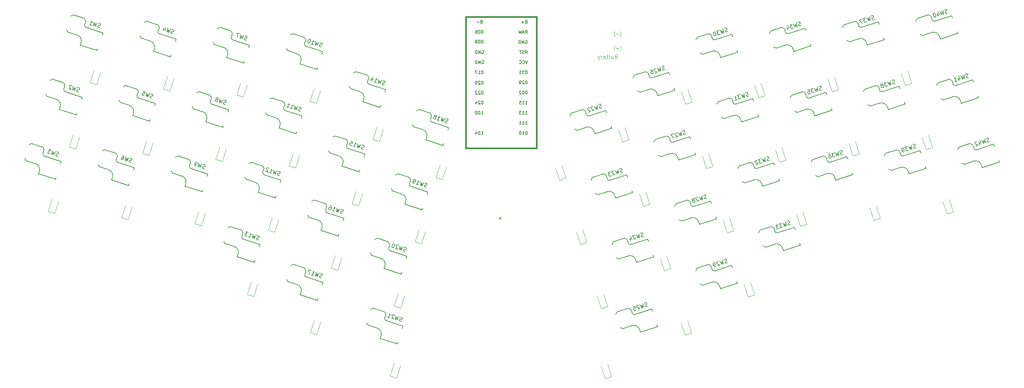
<source format=gbo>
G04 #@! TF.GenerationSoftware,KiCad,Pcbnew,8.0.4*
G04 #@! TF.CreationDate,2024-08-25T22:17:31+07:00*
G04 #@! TF.ProjectId,ozprey,6f7a7072-6579-42e6-9b69-6361645f7063,1.0*
G04 #@! TF.SameCoordinates,Original*
G04 #@! TF.FileFunction,Legend,Bot*
G04 #@! TF.FilePolarity,Positive*
%FSLAX46Y46*%
G04 Gerber Fmt 4.6, Leading zero omitted, Abs format (unit mm)*
G04 Created by KiCad (PCBNEW 8.0.4) date 2024-08-25 22:17:31*
%MOMM*%
%LPD*%
G01*
G04 APERTURE LIST*
G04 Aperture macros list*
%AMRoundRect*
0 Rectangle with rounded corners*
0 $1 Rounding radius*
0 $2 $3 $4 $5 $6 $7 $8 $9 X,Y pos of 4 corners*
0 Add a 4 corners polygon primitive as box body*
4,1,4,$2,$3,$4,$5,$6,$7,$8,$9,$2,$3,0*
0 Add four circle primitives for the rounded corners*
1,1,$1+$1,$2,$3*
1,1,$1+$1,$4,$5*
1,1,$1+$1,$6,$7*
1,1,$1+$1,$8,$9*
0 Add four rect primitives between the rounded corners*
20,1,$1+$1,$2,$3,$4,$5,0*
20,1,$1+$1,$4,$5,$6,$7,0*
20,1,$1+$1,$6,$7,$8,$9,0*
20,1,$1+$1,$8,$9,$2,$3,0*%
%AMRotRect*
0 Rectangle, with rotation*
0 The origin of the aperture is its center*
0 $1 length*
0 $2 width*
0 $3 Rotation angle, in degrees counterclockwise*
0 Add horizontal line*
21,1,$1,$2,0,0,$3*%
G04 Aperture macros list end*
%ADD10C,0.150000*%
%ADD11C,0.120000*%
%ADD12C,0.100000*%
%ADD13C,0.381000*%
%ADD14C,1.752600*%
%ADD15C,0.900000*%
%ADD16C,1.512000*%
%ADD17C,2.304000*%
%ADD18C,1.701800*%
%ADD19C,3.000000*%
%ADD20C,3.429000*%
%ADD21RotRect,2.600000X2.600000X18.000000*%
%ADD22C,2.032000*%
%ADD23RotRect,2.600000X2.600000X342.000000*%
%ADD24C,2.200000*%
%ADD25RoundRect,0.250000X0.160510X-0.315018X0.315018X0.160510X-0.160510X0.315018X-0.315018X-0.160510X0*%
%ADD26RoundRect,0.250000X0.315018X-0.160510X0.160510X0.315018X-0.315018X0.160510X-0.160510X-0.315018X0*%
G04 APERTURE END LIST*
D10*
X147910707Y-103935365D02*
X148520231Y-103935365D01*
X148215469Y-104240127D02*
X148215469Y-103630603D01*
D11*
X177286898Y-63297489D02*
X177144041Y-63345108D01*
X177144041Y-63345108D02*
X177096422Y-63392727D01*
X177096422Y-63392727D02*
X177048803Y-63487965D01*
X177048803Y-63487965D02*
X177048803Y-63630822D01*
X177048803Y-63630822D02*
X177096422Y-63726060D01*
X177096422Y-63726060D02*
X177144041Y-63773680D01*
X177144041Y-63773680D02*
X177239279Y-63821299D01*
X177239279Y-63821299D02*
X177620231Y-63821299D01*
X177620231Y-63821299D02*
X177620231Y-62821299D01*
X177620231Y-62821299D02*
X177286898Y-62821299D01*
X177286898Y-62821299D02*
X177191660Y-62868918D01*
X177191660Y-62868918D02*
X177144041Y-62916537D01*
X177144041Y-62916537D02*
X177096422Y-63011775D01*
X177096422Y-63011775D02*
X177096422Y-63107013D01*
X177096422Y-63107013D02*
X177144041Y-63202251D01*
X177144041Y-63202251D02*
X177191660Y-63249870D01*
X177191660Y-63249870D02*
X177286898Y-63297489D01*
X177286898Y-63297489D02*
X177620231Y-63297489D01*
X176191660Y-63821299D02*
X176191660Y-63297489D01*
X176191660Y-63297489D02*
X176239279Y-63202251D01*
X176239279Y-63202251D02*
X176334517Y-63154632D01*
X176334517Y-63154632D02*
X176524993Y-63154632D01*
X176524993Y-63154632D02*
X176620231Y-63202251D01*
X176191660Y-63773680D02*
X176286898Y-63821299D01*
X176286898Y-63821299D02*
X176524993Y-63821299D01*
X176524993Y-63821299D02*
X176620231Y-63773680D01*
X176620231Y-63773680D02*
X176667850Y-63678441D01*
X176667850Y-63678441D02*
X176667850Y-63583203D01*
X176667850Y-63583203D02*
X176620231Y-63487965D01*
X176620231Y-63487965D02*
X176524993Y-63440346D01*
X176524993Y-63440346D02*
X176286898Y-63440346D01*
X176286898Y-63440346D02*
X176191660Y-63392727D01*
X175858326Y-63154632D02*
X175477374Y-63154632D01*
X175715469Y-62821299D02*
X175715469Y-63678441D01*
X175715469Y-63678441D02*
X175667850Y-63773680D01*
X175667850Y-63773680D02*
X175572612Y-63821299D01*
X175572612Y-63821299D02*
X175477374Y-63821299D01*
X175286897Y-63154632D02*
X174905945Y-63154632D01*
X175144040Y-62821299D02*
X175144040Y-63678441D01*
X175144040Y-63678441D02*
X175096421Y-63773680D01*
X175096421Y-63773680D02*
X175001183Y-63821299D01*
X175001183Y-63821299D02*
X174905945Y-63821299D01*
X174191659Y-63773680D02*
X174286897Y-63821299D01*
X174286897Y-63821299D02*
X174477373Y-63821299D01*
X174477373Y-63821299D02*
X174572611Y-63773680D01*
X174572611Y-63773680D02*
X174620230Y-63678441D01*
X174620230Y-63678441D02*
X174620230Y-63297489D01*
X174620230Y-63297489D02*
X174572611Y-63202251D01*
X174572611Y-63202251D02*
X174477373Y-63154632D01*
X174477373Y-63154632D02*
X174286897Y-63154632D01*
X174286897Y-63154632D02*
X174191659Y-63202251D01*
X174191659Y-63202251D02*
X174144040Y-63297489D01*
X174144040Y-63297489D02*
X174144040Y-63392727D01*
X174144040Y-63392727D02*
X174620230Y-63487965D01*
X173715468Y-63821299D02*
X173715468Y-63154632D01*
X173715468Y-63345108D02*
X173667849Y-63249870D01*
X173667849Y-63249870D02*
X173620230Y-63202251D01*
X173620230Y-63202251D02*
X173524992Y-63154632D01*
X173524992Y-63154632D02*
X173429754Y-63154632D01*
X173191658Y-63154632D02*
X172953563Y-63821299D01*
X172715468Y-63154632D02*
X172953563Y-63821299D01*
X172953563Y-63821299D02*
X173048801Y-64059394D01*
X173048801Y-64059394D02*
X173096420Y-64107013D01*
X173096420Y-64107013D02*
X173191658Y-64154632D01*
D12*
X178324992Y-58247489D02*
X178363087Y-58209393D01*
X178363087Y-58209393D02*
X178439278Y-58095108D01*
X178439278Y-58095108D02*
X178477373Y-58018917D01*
X178477373Y-58018917D02*
X178515468Y-57904632D01*
X178515468Y-57904632D02*
X178553563Y-57714155D01*
X178553563Y-57714155D02*
X178553563Y-57561774D01*
X178553563Y-57561774D02*
X178515468Y-57371298D01*
X178515468Y-57371298D02*
X178477373Y-57257012D01*
X178477373Y-57257012D02*
X178439278Y-57180822D01*
X178439278Y-57180822D02*
X178363087Y-57066536D01*
X178363087Y-57066536D02*
X178324992Y-57028441D01*
X178020230Y-57637965D02*
X177410707Y-57637965D01*
X177105945Y-58247489D02*
X177067850Y-58209393D01*
X177067850Y-58209393D02*
X176991659Y-58095108D01*
X176991659Y-58095108D02*
X176953564Y-58018917D01*
X176953564Y-58018917D02*
X176915469Y-57904632D01*
X176915469Y-57904632D02*
X176877373Y-57714155D01*
X176877373Y-57714155D02*
X176877373Y-57561774D01*
X176877373Y-57561774D02*
X176915469Y-57371298D01*
X176915469Y-57371298D02*
X176953564Y-57257012D01*
X176953564Y-57257012D02*
X176991659Y-57180822D01*
X176991659Y-57180822D02*
X177067850Y-57066536D01*
X177067850Y-57066536D02*
X177105945Y-57028441D01*
X178324992Y-61847489D02*
X178363087Y-61809393D01*
X178363087Y-61809393D02*
X178439278Y-61695108D01*
X178439278Y-61695108D02*
X178477373Y-61618917D01*
X178477373Y-61618917D02*
X178515468Y-61504632D01*
X178515468Y-61504632D02*
X178553563Y-61314155D01*
X178553563Y-61314155D02*
X178553563Y-61161774D01*
X178553563Y-61161774D02*
X178515468Y-60971298D01*
X178515468Y-60971298D02*
X178477373Y-60857012D01*
X178477373Y-60857012D02*
X178439278Y-60780822D01*
X178439278Y-60780822D02*
X178363087Y-60666536D01*
X178363087Y-60666536D02*
X178324992Y-60628441D01*
X178020230Y-61237965D02*
X177410707Y-61237965D01*
X177715468Y-61542727D02*
X177715468Y-60933203D01*
X177105945Y-61847489D02*
X177067850Y-61809393D01*
X177067850Y-61809393D02*
X176991659Y-61695108D01*
X176991659Y-61695108D02*
X176953564Y-61618917D01*
X176953564Y-61618917D02*
X176915469Y-61504632D01*
X176915469Y-61504632D02*
X176877373Y-61314155D01*
X176877373Y-61314155D02*
X176877373Y-61161774D01*
X176877373Y-61161774D02*
X176915469Y-60971298D01*
X176915469Y-60971298D02*
X176953564Y-60857012D01*
X176953564Y-60857012D02*
X176991659Y-60780822D01*
X176991659Y-60780822D02*
X177067850Y-60666536D01*
X177067850Y-60666536D02*
X177105945Y-60628441D01*
D10*
X260709502Y-52287237D02*
X260588352Y-52376671D01*
X260588352Y-52376671D02*
X260361909Y-52450246D01*
X260361909Y-52450246D02*
X260256618Y-52434388D01*
X260256618Y-52434388D02*
X260196614Y-52403815D01*
X260196614Y-52403815D02*
X260121895Y-52327953D01*
X260121895Y-52327953D02*
X260092465Y-52237376D01*
X260092465Y-52237376D02*
X260108324Y-52132084D01*
X260108324Y-52132084D02*
X260138897Y-52072081D01*
X260138897Y-52072081D02*
X260214759Y-51997362D01*
X260214759Y-51997362D02*
X260381197Y-51893213D01*
X260381197Y-51893213D02*
X260457059Y-51818495D01*
X260457059Y-51818495D02*
X260487632Y-51758491D01*
X260487632Y-51758491D02*
X260503490Y-51653199D01*
X260503490Y-51653199D02*
X260474060Y-51562623D01*
X260474060Y-51562623D02*
X260399342Y-51486761D01*
X260399342Y-51486761D02*
X260339338Y-51456188D01*
X260339338Y-51456188D02*
X260234046Y-51440329D01*
X260234046Y-51440329D02*
X260007604Y-51513905D01*
X260007604Y-51513905D02*
X259886454Y-51603339D01*
X259554720Y-51661056D02*
X259637295Y-52685688D01*
X259637295Y-52685688D02*
X259235415Y-52065222D01*
X259235415Y-52065222D02*
X259274988Y-52803409D01*
X259274988Y-52803409D02*
X258739529Y-51925928D01*
X258072632Y-52493103D02*
X258278643Y-53127141D01*
X258181353Y-52057220D02*
X258628521Y-52662971D01*
X258628521Y-52662971D02*
X258039772Y-52854267D01*
X257290300Y-52396811D02*
X257199723Y-52426241D01*
X257199723Y-52426241D02*
X257123861Y-52500959D01*
X257123861Y-52500959D02*
X257093288Y-52560963D01*
X257093288Y-52560963D02*
X257077430Y-52666255D01*
X257077430Y-52666255D02*
X257091002Y-52862123D01*
X257091002Y-52862123D02*
X257164577Y-53088565D01*
X257164577Y-53088565D02*
X257268726Y-53255004D01*
X257268726Y-53255004D02*
X257343445Y-53330866D01*
X257343445Y-53330866D02*
X257403448Y-53361439D01*
X257403448Y-53361439D02*
X257508740Y-53377297D01*
X257508740Y-53377297D02*
X257599317Y-53347867D01*
X257599317Y-53347867D02*
X257675179Y-53273148D01*
X257675179Y-53273148D02*
X257705752Y-53213145D01*
X257705752Y-53213145D02*
X257721610Y-53107853D01*
X257721610Y-53107853D02*
X257708038Y-52911984D01*
X257708038Y-52911984D02*
X257634463Y-52685542D01*
X257634463Y-52685542D02*
X257530314Y-52519104D01*
X257530314Y-52519104D02*
X257455595Y-52443242D01*
X257455595Y-52443242D02*
X257395592Y-52412669D01*
X257395592Y-52412669D02*
X257290300Y-52396811D01*
X242292602Y-53855137D02*
X242171452Y-53944571D01*
X242171452Y-53944571D02*
X241945009Y-54018146D01*
X241945009Y-54018146D02*
X241839718Y-54002288D01*
X241839718Y-54002288D02*
X241779714Y-53971715D01*
X241779714Y-53971715D02*
X241704995Y-53895853D01*
X241704995Y-53895853D02*
X241675565Y-53805276D01*
X241675565Y-53805276D02*
X241691424Y-53699984D01*
X241691424Y-53699984D02*
X241721997Y-53639981D01*
X241721997Y-53639981D02*
X241797859Y-53565262D01*
X241797859Y-53565262D02*
X241964297Y-53461113D01*
X241964297Y-53461113D02*
X242040159Y-53386395D01*
X242040159Y-53386395D02*
X242070732Y-53326391D01*
X242070732Y-53326391D02*
X242086590Y-53221099D01*
X242086590Y-53221099D02*
X242057160Y-53130523D01*
X242057160Y-53130523D02*
X241982442Y-53054661D01*
X241982442Y-53054661D02*
X241922438Y-53024088D01*
X241922438Y-53024088D02*
X241817146Y-53008229D01*
X241817146Y-53008229D02*
X241590704Y-53081805D01*
X241590704Y-53081805D02*
X241469554Y-53171239D01*
X241137820Y-53228956D02*
X241220395Y-54253588D01*
X241220395Y-54253588D02*
X240818515Y-53633122D01*
X240818515Y-53633122D02*
X240858088Y-54371309D01*
X240858088Y-54371309D02*
X240322629Y-53493828D01*
X240050898Y-53582118D02*
X239462149Y-53773414D01*
X239462149Y-53773414D02*
X239896889Y-54032716D01*
X239896889Y-54032716D02*
X239761023Y-54076861D01*
X239761023Y-54076861D02*
X239685162Y-54151580D01*
X239685162Y-54151580D02*
X239654588Y-54211583D01*
X239654588Y-54211583D02*
X239638730Y-54316875D01*
X239638730Y-54316875D02*
X239712306Y-54543317D01*
X239712306Y-54543317D02*
X239787024Y-54619179D01*
X239787024Y-54619179D02*
X239847028Y-54649752D01*
X239847028Y-54649752D02*
X239952320Y-54665610D01*
X239952320Y-54665610D02*
X240224050Y-54577320D01*
X240224050Y-54577320D02*
X240299912Y-54502601D01*
X240299912Y-54502601D02*
X240330485Y-54442598D01*
X239145130Y-53876420D02*
X238511093Y-54082431D01*
X238511093Y-54082431D02*
X239227705Y-54901052D01*
X223875802Y-55423037D02*
X223754652Y-55512471D01*
X223754652Y-55512471D02*
X223528209Y-55586046D01*
X223528209Y-55586046D02*
X223422918Y-55570188D01*
X223422918Y-55570188D02*
X223362914Y-55539615D01*
X223362914Y-55539615D02*
X223288195Y-55463753D01*
X223288195Y-55463753D02*
X223258765Y-55373176D01*
X223258765Y-55373176D02*
X223274624Y-55267884D01*
X223274624Y-55267884D02*
X223305197Y-55207881D01*
X223305197Y-55207881D02*
X223381059Y-55133162D01*
X223381059Y-55133162D02*
X223547497Y-55029013D01*
X223547497Y-55029013D02*
X223623359Y-54954295D01*
X223623359Y-54954295D02*
X223653932Y-54894291D01*
X223653932Y-54894291D02*
X223669790Y-54788999D01*
X223669790Y-54788999D02*
X223640360Y-54698423D01*
X223640360Y-54698423D02*
X223565642Y-54622561D01*
X223565642Y-54622561D02*
X223505638Y-54591988D01*
X223505638Y-54591988D02*
X223400346Y-54576129D01*
X223400346Y-54576129D02*
X223173904Y-54649705D01*
X223173904Y-54649705D02*
X223052754Y-54739139D01*
X222721020Y-54796856D02*
X222803595Y-55821488D01*
X222803595Y-55821488D02*
X222401715Y-55201022D01*
X222401715Y-55201022D02*
X222441288Y-55939209D01*
X222441288Y-55939209D02*
X221905829Y-55061728D01*
X221634098Y-55150018D02*
X221045349Y-55341314D01*
X221045349Y-55341314D02*
X221480089Y-55600616D01*
X221480089Y-55600616D02*
X221344223Y-55644761D01*
X221344223Y-55644761D02*
X221268362Y-55719480D01*
X221268362Y-55719480D02*
X221237788Y-55779483D01*
X221237788Y-55779483D02*
X221221930Y-55884775D01*
X221221930Y-55884775D02*
X221295506Y-56111217D01*
X221295506Y-56111217D02*
X221370224Y-56187079D01*
X221370224Y-56187079D02*
X221430228Y-56217652D01*
X221430228Y-56217652D02*
X221535520Y-56233510D01*
X221535520Y-56233510D02*
X221807250Y-56145220D01*
X221807250Y-56145220D02*
X221883112Y-56070501D01*
X221883112Y-56070501D02*
X221913685Y-56010498D01*
X220333163Y-55923205D02*
X220539175Y-56557243D01*
X220441885Y-55487322D02*
X220889053Y-56093073D01*
X220889053Y-56093073D02*
X220300304Y-56284369D01*
X205458902Y-56990937D02*
X205337752Y-57080371D01*
X205337752Y-57080371D02*
X205111309Y-57153946D01*
X205111309Y-57153946D02*
X205006018Y-57138088D01*
X205006018Y-57138088D02*
X204946014Y-57107515D01*
X204946014Y-57107515D02*
X204871295Y-57031653D01*
X204871295Y-57031653D02*
X204841865Y-56941076D01*
X204841865Y-56941076D02*
X204857724Y-56835784D01*
X204857724Y-56835784D02*
X204888297Y-56775781D01*
X204888297Y-56775781D02*
X204964159Y-56701062D01*
X204964159Y-56701062D02*
X205130597Y-56596913D01*
X205130597Y-56596913D02*
X205206459Y-56522195D01*
X205206459Y-56522195D02*
X205237032Y-56462191D01*
X205237032Y-56462191D02*
X205252890Y-56356899D01*
X205252890Y-56356899D02*
X205223460Y-56266323D01*
X205223460Y-56266323D02*
X205148742Y-56190461D01*
X205148742Y-56190461D02*
X205088738Y-56159888D01*
X205088738Y-56159888D02*
X204983446Y-56144029D01*
X204983446Y-56144029D02*
X204757004Y-56217605D01*
X204757004Y-56217605D02*
X204635854Y-56307039D01*
X204304120Y-56364756D02*
X204386695Y-57389388D01*
X204386695Y-57389388D02*
X203984815Y-56768922D01*
X203984815Y-56768922D02*
X204024388Y-57507109D01*
X204024388Y-57507109D02*
X203488929Y-56629628D01*
X203217198Y-56717918D02*
X202628449Y-56909214D01*
X202628449Y-56909214D02*
X203063189Y-57168516D01*
X203063189Y-57168516D02*
X202927323Y-57212661D01*
X202927323Y-57212661D02*
X202851462Y-57287380D01*
X202851462Y-57287380D02*
X202820888Y-57347383D01*
X202820888Y-57347383D02*
X202805030Y-57452675D01*
X202805030Y-57452675D02*
X202878606Y-57679117D01*
X202878606Y-57679117D02*
X202953324Y-57754979D01*
X202953324Y-57754979D02*
X203013328Y-57785552D01*
X203013328Y-57785552D02*
X203118620Y-57801410D01*
X203118620Y-57801410D02*
X203390350Y-57713120D01*
X203390350Y-57713120D02*
X203466212Y-57638401D01*
X203466212Y-57638401D02*
X203496785Y-57578398D01*
X202039700Y-57100511D02*
X201949123Y-57129941D01*
X201949123Y-57129941D02*
X201873261Y-57204659D01*
X201873261Y-57204659D02*
X201842688Y-57264663D01*
X201842688Y-57264663D02*
X201826830Y-57369955D01*
X201826830Y-57369955D02*
X201840402Y-57565823D01*
X201840402Y-57565823D02*
X201913977Y-57792265D01*
X201913977Y-57792265D02*
X202018126Y-57958704D01*
X202018126Y-57958704D02*
X202092845Y-58034566D01*
X202092845Y-58034566D02*
X202152848Y-58065139D01*
X202152848Y-58065139D02*
X202258140Y-58080997D01*
X202258140Y-58080997D02*
X202348717Y-58051567D01*
X202348717Y-58051567D02*
X202424579Y-57976848D01*
X202424579Y-57976848D02*
X202455152Y-57916845D01*
X202455152Y-57916845D02*
X202471010Y-57811553D01*
X202471010Y-57811553D02*
X202457438Y-57615684D01*
X202457438Y-57615684D02*
X202383863Y-57389242D01*
X202383863Y-57389242D02*
X202279714Y-57222804D01*
X202279714Y-57222804D02*
X202204995Y-57146942D01*
X202204995Y-57146942D02*
X202144992Y-57116369D01*
X202144992Y-57116369D02*
X202039700Y-57100511D01*
X189637702Y-66547637D02*
X189516552Y-66637071D01*
X189516552Y-66637071D02*
X189290109Y-66710646D01*
X189290109Y-66710646D02*
X189184818Y-66694788D01*
X189184818Y-66694788D02*
X189124814Y-66664215D01*
X189124814Y-66664215D02*
X189050095Y-66588353D01*
X189050095Y-66588353D02*
X189020665Y-66497776D01*
X189020665Y-66497776D02*
X189036524Y-66392484D01*
X189036524Y-66392484D02*
X189067097Y-66332481D01*
X189067097Y-66332481D02*
X189142959Y-66257762D01*
X189142959Y-66257762D02*
X189309397Y-66153613D01*
X189309397Y-66153613D02*
X189385259Y-66078895D01*
X189385259Y-66078895D02*
X189415832Y-66018891D01*
X189415832Y-66018891D02*
X189431690Y-65913599D01*
X189431690Y-65913599D02*
X189402260Y-65823023D01*
X189402260Y-65823023D02*
X189327542Y-65747161D01*
X189327542Y-65747161D02*
X189267538Y-65716588D01*
X189267538Y-65716588D02*
X189162246Y-65700729D01*
X189162246Y-65700729D02*
X188935804Y-65774305D01*
X188935804Y-65774305D02*
X188814654Y-65863739D01*
X188482920Y-65921456D02*
X188565495Y-66946088D01*
X188565495Y-66946088D02*
X188163615Y-66325622D01*
X188163615Y-66325622D02*
X188203188Y-67063809D01*
X188203188Y-67063809D02*
X187667729Y-66186328D01*
X187380140Y-66379910D02*
X187320137Y-66349337D01*
X187320137Y-66349337D02*
X187214845Y-66333478D01*
X187214845Y-66333478D02*
X186988403Y-66407054D01*
X186988403Y-66407054D02*
X186912541Y-66481772D01*
X186912541Y-66481772D02*
X186881968Y-66541776D01*
X186881968Y-66541776D02*
X186866109Y-66647068D01*
X186866109Y-66647068D02*
X186895540Y-66737645D01*
X186895540Y-66737645D02*
X186984973Y-66858795D01*
X186984973Y-66858795D02*
X187705015Y-67225675D01*
X187705015Y-67225675D02*
X187116266Y-67416971D01*
X185992058Y-66730786D02*
X186173211Y-66671926D01*
X186173211Y-66671926D02*
X186278503Y-66687784D01*
X186278503Y-66687784D02*
X186338507Y-66718357D01*
X186338507Y-66718357D02*
X186473229Y-66824792D01*
X186473229Y-66824792D02*
X186577378Y-66991231D01*
X186577378Y-66991231D02*
X186695098Y-67353538D01*
X186695098Y-67353538D02*
X186679240Y-67458830D01*
X186679240Y-67458830D02*
X186648667Y-67518833D01*
X186648667Y-67518833D02*
X186572805Y-67593552D01*
X186572805Y-67593552D02*
X186391652Y-67652412D01*
X186391652Y-67652412D02*
X186286360Y-67636554D01*
X186286360Y-67636554D02*
X186226356Y-67605981D01*
X186226356Y-67605981D02*
X186151638Y-67530119D01*
X186151638Y-67530119D02*
X186078062Y-67303677D01*
X186078062Y-67303677D02*
X186093920Y-67198385D01*
X186093920Y-67198385D02*
X186124494Y-67138382D01*
X186124494Y-67138382D02*
X186200355Y-67063663D01*
X186200355Y-67063663D02*
X186381509Y-67004803D01*
X186381509Y-67004803D02*
X186486801Y-67020661D01*
X186486801Y-67020661D02*
X186546804Y-67051234D01*
X186546804Y-67051234D02*
X186621523Y-67127096D01*
X173816602Y-76104337D02*
X173695452Y-76193771D01*
X173695452Y-76193771D02*
X173469009Y-76267346D01*
X173469009Y-76267346D02*
X173363718Y-76251488D01*
X173363718Y-76251488D02*
X173303714Y-76220915D01*
X173303714Y-76220915D02*
X173228995Y-76145053D01*
X173228995Y-76145053D02*
X173199565Y-76054476D01*
X173199565Y-76054476D02*
X173215424Y-75949184D01*
X173215424Y-75949184D02*
X173245997Y-75889181D01*
X173245997Y-75889181D02*
X173321859Y-75814462D01*
X173321859Y-75814462D02*
X173488297Y-75710313D01*
X173488297Y-75710313D02*
X173564159Y-75635595D01*
X173564159Y-75635595D02*
X173594732Y-75575591D01*
X173594732Y-75575591D02*
X173610590Y-75470299D01*
X173610590Y-75470299D02*
X173581160Y-75379723D01*
X173581160Y-75379723D02*
X173506442Y-75303861D01*
X173506442Y-75303861D02*
X173446438Y-75273288D01*
X173446438Y-75273288D02*
X173341146Y-75257429D01*
X173341146Y-75257429D02*
X173114704Y-75331005D01*
X173114704Y-75331005D02*
X172993554Y-75420439D01*
X172661820Y-75478156D02*
X172744395Y-76502788D01*
X172744395Y-76502788D02*
X172342515Y-75882322D01*
X172342515Y-75882322D02*
X172382088Y-76620509D01*
X172382088Y-76620509D02*
X171846629Y-75743028D01*
X171559040Y-75936610D02*
X171499037Y-75906037D01*
X171499037Y-75906037D02*
X171393745Y-75890178D01*
X171393745Y-75890178D02*
X171167303Y-75963754D01*
X171167303Y-75963754D02*
X171091441Y-76038472D01*
X171091441Y-76038472D02*
X171060868Y-76098476D01*
X171060868Y-76098476D02*
X171045009Y-76203768D01*
X171045009Y-76203768D02*
X171074440Y-76294345D01*
X171074440Y-76294345D02*
X171163873Y-76415495D01*
X171163873Y-76415495D02*
X171883915Y-76782375D01*
X171883915Y-76782375D02*
X171295166Y-76973671D01*
X170653272Y-76230912D02*
X170593269Y-76200339D01*
X170593269Y-76200339D02*
X170487977Y-76184480D01*
X170487977Y-76184480D02*
X170261535Y-76258056D01*
X170261535Y-76258056D02*
X170185673Y-76332774D01*
X170185673Y-76332774D02*
X170155100Y-76392778D01*
X170155100Y-76392778D02*
X170139241Y-76498070D01*
X170139241Y-76498070D02*
X170168672Y-76588647D01*
X170168672Y-76588647D02*
X170258105Y-76709797D01*
X170258105Y-76709797D02*
X170978147Y-77076676D01*
X170978147Y-77076676D02*
X170389398Y-77267973D01*
X134900757Y-79969845D02*
X134750177Y-79970988D01*
X134750177Y-79970988D02*
X134523735Y-79897413D01*
X134523735Y-79897413D02*
X134447873Y-79822694D01*
X134447873Y-79822694D02*
X134417300Y-79762691D01*
X134417300Y-79762691D02*
X134401442Y-79657399D01*
X134401442Y-79657399D02*
X134430872Y-79566822D01*
X134430872Y-79566822D02*
X134505590Y-79490960D01*
X134505590Y-79490960D02*
X134565594Y-79460387D01*
X134565594Y-79460387D02*
X134670886Y-79444529D01*
X134670886Y-79444529D02*
X134866755Y-79458101D01*
X134866755Y-79458101D02*
X134972046Y-79442243D01*
X134972046Y-79442243D02*
X135032050Y-79411669D01*
X135032050Y-79411669D02*
X135106769Y-79335808D01*
X135106769Y-79335808D02*
X135136199Y-79245231D01*
X135136199Y-79245231D02*
X135120340Y-79139939D01*
X135120340Y-79139939D02*
X135089767Y-79079935D01*
X135089767Y-79079935D02*
X135013905Y-79005217D01*
X135013905Y-79005217D02*
X134787463Y-78931641D01*
X134787463Y-78931641D02*
X134636883Y-78932784D01*
X134334579Y-78784490D02*
X133799120Y-79661971D01*
X133799120Y-79661971D02*
X133838693Y-78923785D01*
X133838693Y-78923785D02*
X133436813Y-79544251D01*
X133436813Y-79544251D02*
X133519388Y-78519619D01*
X132349891Y-79191088D02*
X132893352Y-79367670D01*
X132621622Y-79279379D02*
X132930639Y-78328322D01*
X132930639Y-78328322D02*
X132977070Y-78493618D01*
X132977070Y-78493618D02*
X133038217Y-78613625D01*
X133038217Y-78613625D02*
X133114079Y-78688343D01*
X131983012Y-78471046D02*
X132088304Y-78455188D01*
X132088304Y-78455188D02*
X132148307Y-78424615D01*
X132148307Y-78424615D02*
X132223026Y-78348753D01*
X132223026Y-78348753D02*
X132237741Y-78303465D01*
X132237741Y-78303465D02*
X132221883Y-78198173D01*
X132221883Y-78198173D02*
X132191309Y-78138169D01*
X132191309Y-78138169D02*
X132115448Y-78063451D01*
X132115448Y-78063451D02*
X131934294Y-78004590D01*
X131934294Y-78004590D02*
X131829002Y-78020449D01*
X131829002Y-78020449D02*
X131768999Y-78051022D01*
X131768999Y-78051022D02*
X131694280Y-78126884D01*
X131694280Y-78126884D02*
X131679565Y-78172172D01*
X131679565Y-78172172D02*
X131695423Y-78277464D01*
X131695423Y-78277464D02*
X131725996Y-78337467D01*
X131725996Y-78337467D02*
X131801858Y-78412186D01*
X131801858Y-78412186D02*
X131983012Y-78471046D01*
X131983012Y-78471046D02*
X132058873Y-78545765D01*
X132058873Y-78545765D02*
X132089447Y-78605769D01*
X132089447Y-78605769D02*
X132105305Y-78711060D01*
X132105305Y-78711060D02*
X132046445Y-78892214D01*
X132046445Y-78892214D02*
X131971726Y-78968076D01*
X131971726Y-78968076D02*
X131911722Y-78998649D01*
X131911722Y-78998649D02*
X131806431Y-79014507D01*
X131806431Y-79014507D02*
X131625277Y-78955647D01*
X131625277Y-78955647D02*
X131549415Y-78880928D01*
X131549415Y-78880928D02*
X131518842Y-78820925D01*
X131518842Y-78820925D02*
X131502984Y-78715633D01*
X131502984Y-78715633D02*
X131561844Y-78534479D01*
X131561844Y-78534479D02*
X131636563Y-78458618D01*
X131636563Y-78458618D02*
X131696566Y-78428044D01*
X131696566Y-78428044D02*
X131801858Y-78412186D01*
X119079557Y-70413145D02*
X118928977Y-70414288D01*
X118928977Y-70414288D02*
X118702535Y-70340713D01*
X118702535Y-70340713D02*
X118626673Y-70265994D01*
X118626673Y-70265994D02*
X118596100Y-70205991D01*
X118596100Y-70205991D02*
X118580242Y-70100699D01*
X118580242Y-70100699D02*
X118609672Y-70010122D01*
X118609672Y-70010122D02*
X118684390Y-69934260D01*
X118684390Y-69934260D02*
X118744394Y-69903687D01*
X118744394Y-69903687D02*
X118849686Y-69887829D01*
X118849686Y-69887829D02*
X119045555Y-69901401D01*
X119045555Y-69901401D02*
X119150846Y-69885543D01*
X119150846Y-69885543D02*
X119210850Y-69854969D01*
X119210850Y-69854969D02*
X119285569Y-69779108D01*
X119285569Y-69779108D02*
X119314999Y-69688531D01*
X119314999Y-69688531D02*
X119299140Y-69583239D01*
X119299140Y-69583239D02*
X119268567Y-69523235D01*
X119268567Y-69523235D02*
X119192705Y-69448517D01*
X119192705Y-69448517D02*
X118966263Y-69374941D01*
X118966263Y-69374941D02*
X118815683Y-69376084D01*
X118513379Y-69227790D02*
X117977920Y-70105271D01*
X117977920Y-70105271D02*
X118017493Y-69367085D01*
X118017493Y-69367085D02*
X117615613Y-69987551D01*
X117615613Y-69987551D02*
X117698188Y-68962919D01*
X116528691Y-69634388D02*
X117072152Y-69810970D01*
X116800422Y-69722679D02*
X117109439Y-68771622D01*
X117109439Y-68771622D02*
X117155870Y-68936918D01*
X117155870Y-68936918D02*
X117217017Y-69056925D01*
X117217017Y-69056925D02*
X117292879Y-69131643D01*
X115919511Y-68735479D02*
X115713500Y-69369517D01*
X116263674Y-68446747D02*
X116269390Y-69199649D01*
X116269390Y-69199649D02*
X115680641Y-69008353D01*
X103258457Y-60856445D02*
X103107877Y-60857588D01*
X103107877Y-60857588D02*
X102881435Y-60784013D01*
X102881435Y-60784013D02*
X102805573Y-60709294D01*
X102805573Y-60709294D02*
X102775000Y-60649291D01*
X102775000Y-60649291D02*
X102759142Y-60543999D01*
X102759142Y-60543999D02*
X102788572Y-60453422D01*
X102788572Y-60453422D02*
X102863290Y-60377560D01*
X102863290Y-60377560D02*
X102923294Y-60346987D01*
X102923294Y-60346987D02*
X103028586Y-60331129D01*
X103028586Y-60331129D02*
X103224455Y-60344701D01*
X103224455Y-60344701D02*
X103329746Y-60328843D01*
X103329746Y-60328843D02*
X103389750Y-60298269D01*
X103389750Y-60298269D02*
X103464469Y-60222408D01*
X103464469Y-60222408D02*
X103493899Y-60131831D01*
X103493899Y-60131831D02*
X103478040Y-60026539D01*
X103478040Y-60026539D02*
X103447467Y-59966535D01*
X103447467Y-59966535D02*
X103371605Y-59891817D01*
X103371605Y-59891817D02*
X103145163Y-59818241D01*
X103145163Y-59818241D02*
X102994583Y-59819384D01*
X102692279Y-59671090D02*
X102156820Y-60548571D01*
X102156820Y-60548571D02*
X102196393Y-59810385D01*
X102196393Y-59810385D02*
X101794513Y-60430851D01*
X101794513Y-60430851D02*
X101877088Y-59406219D01*
X100707591Y-60077688D02*
X101251052Y-60254270D01*
X100979322Y-60165979D02*
X101288339Y-59214922D01*
X101288339Y-59214922D02*
X101334770Y-59380218D01*
X101334770Y-59380218D02*
X101395917Y-59500225D01*
X101395917Y-59500225D02*
X101471779Y-59574943D01*
X100427859Y-58935336D02*
X100337282Y-58905905D01*
X100337282Y-58905905D02*
X100231990Y-58921764D01*
X100231990Y-58921764D02*
X100171987Y-58952337D01*
X100171987Y-58952337D02*
X100097268Y-59028199D01*
X100097268Y-59028199D02*
X99993120Y-59194637D01*
X99993120Y-59194637D02*
X99919544Y-59421079D01*
X99919544Y-59421079D02*
X99905972Y-59616948D01*
X99905972Y-59616948D02*
X99921830Y-59722240D01*
X99921830Y-59722240D02*
X99952404Y-59782243D01*
X99952404Y-59782243D02*
X100028265Y-59856962D01*
X100028265Y-59856962D02*
X100118842Y-59886392D01*
X100118842Y-59886392D02*
X100224134Y-59870534D01*
X100224134Y-59870534D02*
X100284138Y-59839961D01*
X100284138Y-59839961D02*
X100358856Y-59764099D01*
X100358856Y-59764099D02*
X100463005Y-59597660D01*
X100463005Y-59597660D02*
X100536580Y-59371218D01*
X100536580Y-59371218D02*
X100550152Y-59175350D01*
X100550152Y-59175350D02*
X100534294Y-59070058D01*
X100534294Y-59070058D02*
X100503721Y-59010054D01*
X100503721Y-59010054D02*
X100427859Y-58935336D01*
X84388673Y-59141394D02*
X84238092Y-59142537D01*
X84238092Y-59142537D02*
X84011650Y-59068962D01*
X84011650Y-59068962D02*
X83935789Y-58994243D01*
X83935789Y-58994243D02*
X83905215Y-58934240D01*
X83905215Y-58934240D02*
X83889357Y-58828948D01*
X83889357Y-58828948D02*
X83918787Y-58738371D01*
X83918787Y-58738371D02*
X83993506Y-58662509D01*
X83993506Y-58662509D02*
X84053509Y-58631936D01*
X84053509Y-58631936D02*
X84158801Y-58616078D01*
X84158801Y-58616078D02*
X84354670Y-58629650D01*
X84354670Y-58629650D02*
X84459962Y-58613792D01*
X84459962Y-58613792D02*
X84519965Y-58583218D01*
X84519965Y-58583218D02*
X84594684Y-58507357D01*
X84594684Y-58507357D02*
X84624114Y-58416780D01*
X84624114Y-58416780D02*
X84608256Y-58311488D01*
X84608256Y-58311488D02*
X84577683Y-58251484D01*
X84577683Y-58251484D02*
X84501821Y-58176766D01*
X84501821Y-58176766D02*
X84275379Y-58103190D01*
X84275379Y-58103190D02*
X84124799Y-58104333D01*
X83822495Y-57956039D02*
X83287036Y-58833520D01*
X83287036Y-58833520D02*
X83326609Y-58095334D01*
X83326609Y-58095334D02*
X82924729Y-58715800D01*
X82924729Y-58715800D02*
X83007303Y-57691168D01*
X82735573Y-57602877D02*
X82101536Y-57396866D01*
X82101536Y-57396866D02*
X82200114Y-58480358D01*
X65971773Y-57573494D02*
X65821192Y-57574637D01*
X65821192Y-57574637D02*
X65594750Y-57501062D01*
X65594750Y-57501062D02*
X65518889Y-57426343D01*
X65518889Y-57426343D02*
X65488315Y-57366340D01*
X65488315Y-57366340D02*
X65472457Y-57261048D01*
X65472457Y-57261048D02*
X65501887Y-57170471D01*
X65501887Y-57170471D02*
X65576606Y-57094609D01*
X65576606Y-57094609D02*
X65636609Y-57064036D01*
X65636609Y-57064036D02*
X65741901Y-57048178D01*
X65741901Y-57048178D02*
X65937770Y-57061750D01*
X65937770Y-57061750D02*
X66043062Y-57045892D01*
X66043062Y-57045892D02*
X66103065Y-57015318D01*
X66103065Y-57015318D02*
X66177784Y-56939457D01*
X66177784Y-56939457D02*
X66207214Y-56848880D01*
X66207214Y-56848880D02*
X66191356Y-56743588D01*
X66191356Y-56743588D02*
X66160783Y-56683584D01*
X66160783Y-56683584D02*
X66084921Y-56608866D01*
X66084921Y-56608866D02*
X65858479Y-56535290D01*
X65858479Y-56535290D02*
X65707899Y-56536433D01*
X65405595Y-56388139D02*
X64870136Y-57265620D01*
X64870136Y-57265620D02*
X64909709Y-56527434D01*
X64909709Y-56527434D02*
X64507829Y-57147900D01*
X64507829Y-57147900D02*
X64590403Y-56123268D01*
X63717495Y-56190130D02*
X63511484Y-56824168D01*
X64061658Y-55901398D02*
X64067373Y-56654300D01*
X64067373Y-56654300D02*
X63478624Y-56463003D01*
X47554873Y-56005594D02*
X47404292Y-56006737D01*
X47404292Y-56006737D02*
X47177850Y-55933162D01*
X47177850Y-55933162D02*
X47101989Y-55858443D01*
X47101989Y-55858443D02*
X47071415Y-55798440D01*
X47071415Y-55798440D02*
X47055557Y-55693148D01*
X47055557Y-55693148D02*
X47084987Y-55602571D01*
X47084987Y-55602571D02*
X47159706Y-55526709D01*
X47159706Y-55526709D02*
X47219709Y-55496136D01*
X47219709Y-55496136D02*
X47325001Y-55480278D01*
X47325001Y-55480278D02*
X47520870Y-55493850D01*
X47520870Y-55493850D02*
X47626162Y-55477992D01*
X47626162Y-55477992D02*
X47686165Y-55447418D01*
X47686165Y-55447418D02*
X47760884Y-55371557D01*
X47760884Y-55371557D02*
X47790314Y-55280980D01*
X47790314Y-55280980D02*
X47774456Y-55175688D01*
X47774456Y-55175688D02*
X47743883Y-55115684D01*
X47743883Y-55115684D02*
X47668021Y-55040966D01*
X47668021Y-55040966D02*
X47441579Y-54967390D01*
X47441579Y-54967390D02*
X47290999Y-54968533D01*
X46988695Y-54820239D02*
X46453236Y-55697720D01*
X46453236Y-55697720D02*
X46492809Y-54959534D01*
X46492809Y-54959534D02*
X46090929Y-55580000D01*
X46090929Y-55580000D02*
X46173503Y-54555368D01*
X45004007Y-55226837D02*
X45547468Y-55403418D01*
X45275737Y-55315128D02*
X45584754Y-54364071D01*
X45584754Y-54364071D02*
X45631186Y-54529367D01*
X45631186Y-54529367D02*
X45692332Y-54649374D01*
X45692332Y-54649374D02*
X45768194Y-54724092D01*
X265962802Y-68455237D02*
X265841652Y-68544671D01*
X265841652Y-68544671D02*
X265615209Y-68618246D01*
X265615209Y-68618246D02*
X265509918Y-68602388D01*
X265509918Y-68602388D02*
X265449914Y-68571815D01*
X265449914Y-68571815D02*
X265375195Y-68495953D01*
X265375195Y-68495953D02*
X265345765Y-68405376D01*
X265345765Y-68405376D02*
X265361624Y-68300084D01*
X265361624Y-68300084D02*
X265392197Y-68240081D01*
X265392197Y-68240081D02*
X265468059Y-68165362D01*
X265468059Y-68165362D02*
X265634497Y-68061213D01*
X265634497Y-68061213D02*
X265710359Y-67986495D01*
X265710359Y-67986495D02*
X265740932Y-67926491D01*
X265740932Y-67926491D02*
X265756790Y-67821199D01*
X265756790Y-67821199D02*
X265727360Y-67730623D01*
X265727360Y-67730623D02*
X265652642Y-67654761D01*
X265652642Y-67654761D02*
X265592638Y-67624188D01*
X265592638Y-67624188D02*
X265487346Y-67608329D01*
X265487346Y-67608329D02*
X265260904Y-67681905D01*
X265260904Y-67681905D02*
X265139754Y-67771339D01*
X264808020Y-67829056D02*
X264890595Y-68853688D01*
X264890595Y-68853688D02*
X264488715Y-68233222D01*
X264488715Y-68233222D02*
X264528288Y-68971409D01*
X264528288Y-68971409D02*
X263992829Y-68093928D01*
X263325932Y-68661103D02*
X263531943Y-69295141D01*
X263434653Y-68225220D02*
X263881821Y-68830971D01*
X263881821Y-68830971D02*
X263293072Y-69022267D01*
X262535598Y-69618873D02*
X263079059Y-69442292D01*
X262807328Y-69530582D02*
X262498311Y-68579526D01*
X262498311Y-68579526D02*
X262633033Y-68685961D01*
X262633033Y-68685961D02*
X262753040Y-68747107D01*
X262753040Y-68747107D02*
X262858332Y-68762965D01*
X247545902Y-70023137D02*
X247424752Y-70112571D01*
X247424752Y-70112571D02*
X247198309Y-70186146D01*
X247198309Y-70186146D02*
X247093018Y-70170288D01*
X247093018Y-70170288D02*
X247033014Y-70139715D01*
X247033014Y-70139715D02*
X246958295Y-70063853D01*
X246958295Y-70063853D02*
X246928865Y-69973276D01*
X246928865Y-69973276D02*
X246944724Y-69867984D01*
X246944724Y-69867984D02*
X246975297Y-69807981D01*
X246975297Y-69807981D02*
X247051159Y-69733262D01*
X247051159Y-69733262D02*
X247217597Y-69629113D01*
X247217597Y-69629113D02*
X247293459Y-69554395D01*
X247293459Y-69554395D02*
X247324032Y-69494391D01*
X247324032Y-69494391D02*
X247339890Y-69389099D01*
X247339890Y-69389099D02*
X247310460Y-69298523D01*
X247310460Y-69298523D02*
X247235742Y-69222661D01*
X247235742Y-69222661D02*
X247175738Y-69192088D01*
X247175738Y-69192088D02*
X247070446Y-69176229D01*
X247070446Y-69176229D02*
X246844004Y-69249805D01*
X246844004Y-69249805D02*
X246722854Y-69339239D01*
X246391120Y-69396956D02*
X246473695Y-70421588D01*
X246473695Y-70421588D02*
X246071815Y-69801122D01*
X246071815Y-69801122D02*
X246111388Y-70539309D01*
X246111388Y-70539309D02*
X245575929Y-69661828D01*
X245304198Y-69750118D02*
X244715449Y-69941414D01*
X244715449Y-69941414D02*
X245150189Y-70200716D01*
X245150189Y-70200716D02*
X245014323Y-70244861D01*
X245014323Y-70244861D02*
X244938462Y-70319580D01*
X244938462Y-70319580D02*
X244907888Y-70379583D01*
X244907888Y-70379583D02*
X244892030Y-70484875D01*
X244892030Y-70484875D02*
X244965606Y-70711317D01*
X244965606Y-70711317D02*
X245040324Y-70787179D01*
X245040324Y-70787179D02*
X245100328Y-70817752D01*
X245100328Y-70817752D02*
X245205620Y-70833610D01*
X245205620Y-70833610D02*
X245477350Y-70745320D01*
X245477350Y-70745320D02*
X245553212Y-70670601D01*
X245553212Y-70670601D02*
X245583785Y-70610598D01*
X244304424Y-70525591D02*
X244380286Y-70450872D01*
X244380286Y-70450872D02*
X244410859Y-70390869D01*
X244410859Y-70390869D02*
X244426717Y-70285577D01*
X244426717Y-70285577D02*
X244412002Y-70240289D01*
X244412002Y-70240289D02*
X244337284Y-70164427D01*
X244337284Y-70164427D02*
X244277280Y-70133854D01*
X244277280Y-70133854D02*
X244171988Y-70117995D01*
X244171988Y-70117995D02*
X243990835Y-70176856D01*
X243990835Y-70176856D02*
X243914973Y-70251574D01*
X243914973Y-70251574D02*
X243884400Y-70311578D01*
X243884400Y-70311578D02*
X243868541Y-70416870D01*
X243868541Y-70416870D02*
X243883256Y-70462158D01*
X243883256Y-70462158D02*
X243957975Y-70538020D01*
X243957975Y-70538020D02*
X244017979Y-70568593D01*
X244017979Y-70568593D02*
X244123270Y-70584451D01*
X244123270Y-70584451D02*
X244304424Y-70525591D01*
X244304424Y-70525591D02*
X244409716Y-70541449D01*
X244409716Y-70541449D02*
X244469719Y-70572023D01*
X244469719Y-70572023D02*
X244544438Y-70647884D01*
X244544438Y-70647884D02*
X244603298Y-70829038D01*
X244603298Y-70829038D02*
X244587440Y-70934330D01*
X244587440Y-70934330D02*
X244556867Y-70994333D01*
X244556867Y-70994333D02*
X244481005Y-71069052D01*
X244481005Y-71069052D02*
X244299852Y-71127912D01*
X244299852Y-71127912D02*
X244194560Y-71112054D01*
X244194560Y-71112054D02*
X244134556Y-71081481D01*
X244134556Y-71081481D02*
X244059838Y-71005619D01*
X244059838Y-71005619D02*
X244000977Y-70824465D01*
X244000977Y-70824465D02*
X244016835Y-70719174D01*
X244016835Y-70719174D02*
X244047409Y-70659170D01*
X244047409Y-70659170D02*
X244123270Y-70584451D01*
X229129002Y-71590937D02*
X229007852Y-71680371D01*
X229007852Y-71680371D02*
X228781409Y-71753946D01*
X228781409Y-71753946D02*
X228676118Y-71738088D01*
X228676118Y-71738088D02*
X228616114Y-71707515D01*
X228616114Y-71707515D02*
X228541395Y-71631653D01*
X228541395Y-71631653D02*
X228511965Y-71541076D01*
X228511965Y-71541076D02*
X228527824Y-71435784D01*
X228527824Y-71435784D02*
X228558397Y-71375781D01*
X228558397Y-71375781D02*
X228634259Y-71301062D01*
X228634259Y-71301062D02*
X228800697Y-71196913D01*
X228800697Y-71196913D02*
X228876559Y-71122195D01*
X228876559Y-71122195D02*
X228907132Y-71062191D01*
X228907132Y-71062191D02*
X228922990Y-70956899D01*
X228922990Y-70956899D02*
X228893560Y-70866323D01*
X228893560Y-70866323D02*
X228818842Y-70790461D01*
X228818842Y-70790461D02*
X228758838Y-70759888D01*
X228758838Y-70759888D02*
X228653546Y-70744029D01*
X228653546Y-70744029D02*
X228427104Y-70817605D01*
X228427104Y-70817605D02*
X228305954Y-70907039D01*
X227974220Y-70964756D02*
X228056795Y-71989388D01*
X228056795Y-71989388D02*
X227654915Y-71368922D01*
X227654915Y-71368922D02*
X227694488Y-72107109D01*
X227694488Y-72107109D02*
X227159029Y-71229628D01*
X226887298Y-71317918D02*
X226298549Y-71509214D01*
X226298549Y-71509214D02*
X226733289Y-71768516D01*
X226733289Y-71768516D02*
X226597423Y-71812661D01*
X226597423Y-71812661D02*
X226521562Y-71887380D01*
X226521562Y-71887380D02*
X226490988Y-71947383D01*
X226490988Y-71947383D02*
X226475130Y-72052675D01*
X226475130Y-72052675D02*
X226548706Y-72279117D01*
X226548706Y-72279117D02*
X226623424Y-72354979D01*
X226623424Y-72354979D02*
X226683428Y-72385552D01*
X226683428Y-72385552D02*
X226788720Y-72401410D01*
X226788720Y-72401410D02*
X227060450Y-72313120D01*
X227060450Y-72313120D02*
X227136312Y-72238401D01*
X227136312Y-72238401D02*
X227166885Y-72178398D01*
X225438069Y-71788801D02*
X225890953Y-71641650D01*
X225890953Y-71641650D02*
X226083393Y-72079819D01*
X226083393Y-72079819D02*
X226023389Y-72049246D01*
X226023389Y-72049246D02*
X225918097Y-72033388D01*
X225918097Y-72033388D02*
X225691655Y-72106963D01*
X225691655Y-72106963D02*
X225615794Y-72181682D01*
X225615794Y-72181682D02*
X225585220Y-72241685D01*
X225585220Y-72241685D02*
X225569362Y-72346977D01*
X225569362Y-72346977D02*
X225642938Y-72573419D01*
X225642938Y-72573419D02*
X225717656Y-72649281D01*
X225717656Y-72649281D02*
X225777660Y-72679854D01*
X225777660Y-72679854D02*
X225882952Y-72695712D01*
X225882952Y-72695712D02*
X226109394Y-72622137D01*
X226109394Y-72622137D02*
X226185255Y-72547418D01*
X226185255Y-72547418D02*
X226215829Y-72487415D01*
X210712202Y-73158837D02*
X210591052Y-73248271D01*
X210591052Y-73248271D02*
X210364609Y-73321846D01*
X210364609Y-73321846D02*
X210259318Y-73305988D01*
X210259318Y-73305988D02*
X210199314Y-73275415D01*
X210199314Y-73275415D02*
X210124595Y-73199553D01*
X210124595Y-73199553D02*
X210095165Y-73108976D01*
X210095165Y-73108976D02*
X210111024Y-73003684D01*
X210111024Y-73003684D02*
X210141597Y-72943681D01*
X210141597Y-72943681D02*
X210217459Y-72868962D01*
X210217459Y-72868962D02*
X210383897Y-72764813D01*
X210383897Y-72764813D02*
X210459759Y-72690095D01*
X210459759Y-72690095D02*
X210490332Y-72630091D01*
X210490332Y-72630091D02*
X210506190Y-72524799D01*
X210506190Y-72524799D02*
X210476760Y-72434223D01*
X210476760Y-72434223D02*
X210402042Y-72358361D01*
X210402042Y-72358361D02*
X210342038Y-72327788D01*
X210342038Y-72327788D02*
X210236746Y-72311929D01*
X210236746Y-72311929D02*
X210010304Y-72385505D01*
X210010304Y-72385505D02*
X209889154Y-72474939D01*
X209557420Y-72532656D02*
X209639995Y-73557288D01*
X209639995Y-73557288D02*
X209238115Y-72936822D01*
X209238115Y-72936822D02*
X209277688Y-73675009D01*
X209277688Y-73675009D02*
X208742229Y-72797528D01*
X208470498Y-72885818D02*
X207881749Y-73077114D01*
X207881749Y-73077114D02*
X208316489Y-73336416D01*
X208316489Y-73336416D02*
X208180623Y-73380561D01*
X208180623Y-73380561D02*
X208104762Y-73455280D01*
X208104762Y-73455280D02*
X208074188Y-73515283D01*
X208074188Y-73515283D02*
X208058330Y-73620575D01*
X208058330Y-73620575D02*
X208131906Y-73847017D01*
X208131906Y-73847017D02*
X208206624Y-73922879D01*
X208206624Y-73922879D02*
X208266628Y-73953452D01*
X208266628Y-73953452D02*
X208371920Y-73969310D01*
X208371920Y-73969310D02*
X208643650Y-73881020D01*
X208643650Y-73881020D02*
X208719512Y-73806301D01*
X208719512Y-73806301D02*
X208750085Y-73746298D01*
X207284998Y-74322473D02*
X207828459Y-74145892D01*
X207556728Y-74234182D02*
X207247711Y-73283126D01*
X207247711Y-73283126D02*
X207382433Y-73389561D01*
X207382433Y-73389561D02*
X207502440Y-73450707D01*
X207502440Y-73450707D02*
X207607732Y-73466565D01*
X194891002Y-82715637D02*
X194769852Y-82805071D01*
X194769852Y-82805071D02*
X194543409Y-82878646D01*
X194543409Y-82878646D02*
X194438118Y-82862788D01*
X194438118Y-82862788D02*
X194378114Y-82832215D01*
X194378114Y-82832215D02*
X194303395Y-82756353D01*
X194303395Y-82756353D02*
X194273965Y-82665776D01*
X194273965Y-82665776D02*
X194289824Y-82560484D01*
X194289824Y-82560484D02*
X194320397Y-82500481D01*
X194320397Y-82500481D02*
X194396259Y-82425762D01*
X194396259Y-82425762D02*
X194562697Y-82321613D01*
X194562697Y-82321613D02*
X194638559Y-82246895D01*
X194638559Y-82246895D02*
X194669132Y-82186891D01*
X194669132Y-82186891D02*
X194684990Y-82081599D01*
X194684990Y-82081599D02*
X194655560Y-81991023D01*
X194655560Y-81991023D02*
X194580842Y-81915161D01*
X194580842Y-81915161D02*
X194520838Y-81884588D01*
X194520838Y-81884588D02*
X194415546Y-81868729D01*
X194415546Y-81868729D02*
X194189104Y-81942305D01*
X194189104Y-81942305D02*
X194067954Y-82031739D01*
X193736220Y-82089456D02*
X193818795Y-83114088D01*
X193818795Y-83114088D02*
X193416915Y-82493622D01*
X193416915Y-82493622D02*
X193456488Y-83231809D01*
X193456488Y-83231809D02*
X192921029Y-82354328D01*
X192633440Y-82547910D02*
X192573437Y-82517337D01*
X192573437Y-82517337D02*
X192468145Y-82501478D01*
X192468145Y-82501478D02*
X192241703Y-82575054D01*
X192241703Y-82575054D02*
X192165841Y-82649772D01*
X192165841Y-82649772D02*
X192135268Y-82709776D01*
X192135268Y-82709776D02*
X192119409Y-82815068D01*
X192119409Y-82815068D02*
X192148840Y-82905645D01*
X192148840Y-82905645D02*
X192238273Y-83026795D01*
X192238273Y-83026795D02*
X192958315Y-83393675D01*
X192958315Y-83393675D02*
X192369566Y-83584971D01*
X191743530Y-82736920D02*
X191109493Y-82942931D01*
X191109493Y-82942931D02*
X191826105Y-83761552D01*
X179069902Y-92272337D02*
X178948752Y-92361771D01*
X178948752Y-92361771D02*
X178722309Y-92435346D01*
X178722309Y-92435346D02*
X178617018Y-92419488D01*
X178617018Y-92419488D02*
X178557014Y-92388915D01*
X178557014Y-92388915D02*
X178482295Y-92313053D01*
X178482295Y-92313053D02*
X178452865Y-92222476D01*
X178452865Y-92222476D02*
X178468724Y-92117184D01*
X178468724Y-92117184D02*
X178499297Y-92057181D01*
X178499297Y-92057181D02*
X178575159Y-91982462D01*
X178575159Y-91982462D02*
X178741597Y-91878313D01*
X178741597Y-91878313D02*
X178817459Y-91803595D01*
X178817459Y-91803595D02*
X178848032Y-91743591D01*
X178848032Y-91743591D02*
X178863890Y-91638299D01*
X178863890Y-91638299D02*
X178834460Y-91547723D01*
X178834460Y-91547723D02*
X178759742Y-91471861D01*
X178759742Y-91471861D02*
X178699738Y-91441288D01*
X178699738Y-91441288D02*
X178594446Y-91425429D01*
X178594446Y-91425429D02*
X178368004Y-91499005D01*
X178368004Y-91499005D02*
X178246854Y-91588439D01*
X177915120Y-91646156D02*
X177997695Y-92670788D01*
X177997695Y-92670788D02*
X177595815Y-92050322D01*
X177595815Y-92050322D02*
X177635388Y-92788509D01*
X177635388Y-92788509D02*
X177099929Y-91911028D01*
X176812340Y-92104610D02*
X176752337Y-92074037D01*
X176752337Y-92074037D02*
X176647045Y-92058178D01*
X176647045Y-92058178D02*
X176420603Y-92131754D01*
X176420603Y-92131754D02*
X176344741Y-92206472D01*
X176344741Y-92206472D02*
X176314168Y-92266476D01*
X176314168Y-92266476D02*
X176298309Y-92371768D01*
X176298309Y-92371768D02*
X176327740Y-92462345D01*
X176327740Y-92462345D02*
X176417173Y-92583495D01*
X176417173Y-92583495D02*
X177137215Y-92950375D01*
X177137215Y-92950375D02*
X176548466Y-93141671D01*
X175922430Y-92293620D02*
X175333681Y-92484916D01*
X175333681Y-92484916D02*
X175768421Y-92744218D01*
X175768421Y-92744218D02*
X175632555Y-92788363D01*
X175632555Y-92788363D02*
X175556694Y-92863082D01*
X175556694Y-92863082D02*
X175526120Y-92923085D01*
X175526120Y-92923085D02*
X175510262Y-93028377D01*
X175510262Y-93028377D02*
X175583838Y-93254819D01*
X175583838Y-93254819D02*
X175658556Y-93330681D01*
X175658556Y-93330681D02*
X175718560Y-93361254D01*
X175718560Y-93361254D02*
X175823852Y-93377112D01*
X175823852Y-93377112D02*
X176095582Y-93288822D01*
X176095582Y-93288822D02*
X176171444Y-93214103D01*
X176171444Y-93214103D02*
X176202017Y-93154100D01*
X129647457Y-96137845D02*
X129496877Y-96138988D01*
X129496877Y-96138988D02*
X129270435Y-96065413D01*
X129270435Y-96065413D02*
X129194573Y-95990694D01*
X129194573Y-95990694D02*
X129164000Y-95930691D01*
X129164000Y-95930691D02*
X129148142Y-95825399D01*
X129148142Y-95825399D02*
X129177572Y-95734822D01*
X129177572Y-95734822D02*
X129252290Y-95658960D01*
X129252290Y-95658960D02*
X129312294Y-95628387D01*
X129312294Y-95628387D02*
X129417586Y-95612529D01*
X129417586Y-95612529D02*
X129613455Y-95626101D01*
X129613455Y-95626101D02*
X129718746Y-95610243D01*
X129718746Y-95610243D02*
X129778750Y-95579669D01*
X129778750Y-95579669D02*
X129853469Y-95503808D01*
X129853469Y-95503808D02*
X129882899Y-95413231D01*
X129882899Y-95413231D02*
X129867040Y-95307939D01*
X129867040Y-95307939D02*
X129836467Y-95247935D01*
X129836467Y-95247935D02*
X129760605Y-95173217D01*
X129760605Y-95173217D02*
X129534163Y-95099641D01*
X129534163Y-95099641D02*
X129383583Y-95100784D01*
X129081279Y-94952490D02*
X128545820Y-95829971D01*
X128545820Y-95829971D02*
X128585393Y-95091785D01*
X128585393Y-95091785D02*
X128183513Y-95712251D01*
X128183513Y-95712251D02*
X128266088Y-94687619D01*
X127096591Y-95359088D02*
X127640052Y-95535670D01*
X127368322Y-95447379D02*
X127677339Y-94496322D01*
X127677339Y-94496322D02*
X127723770Y-94661618D01*
X127723770Y-94661618D02*
X127784917Y-94781625D01*
X127784917Y-94781625D02*
X127860779Y-94856343D01*
X126643707Y-95211937D02*
X126462554Y-95153077D01*
X126462554Y-95153077D02*
X126386692Y-95078358D01*
X126386692Y-95078358D02*
X126356119Y-95018355D01*
X126356119Y-95018355D02*
X126309687Y-94853060D01*
X126309687Y-94853060D02*
X126323259Y-94657191D01*
X126323259Y-94657191D02*
X126440980Y-94294884D01*
X126440980Y-94294884D02*
X126515699Y-94219022D01*
X126515699Y-94219022D02*
X126575702Y-94188449D01*
X126575702Y-94188449D02*
X126680994Y-94172590D01*
X126680994Y-94172590D02*
X126862148Y-94231451D01*
X126862148Y-94231451D02*
X126938009Y-94306169D01*
X126938009Y-94306169D02*
X126968583Y-94366173D01*
X126968583Y-94366173D02*
X126984441Y-94471465D01*
X126984441Y-94471465D02*
X126910865Y-94697907D01*
X126910865Y-94697907D02*
X126836147Y-94773769D01*
X126836147Y-94773769D02*
X126776143Y-94804342D01*
X126776143Y-94804342D02*
X126670851Y-94820200D01*
X126670851Y-94820200D02*
X126489698Y-94761340D01*
X126489698Y-94761340D02*
X126413836Y-94686621D01*
X126413836Y-94686621D02*
X126383263Y-94626618D01*
X126383263Y-94626618D02*
X126367404Y-94521326D01*
X113826257Y-86581145D02*
X113675677Y-86582288D01*
X113675677Y-86582288D02*
X113449235Y-86508713D01*
X113449235Y-86508713D02*
X113373373Y-86433994D01*
X113373373Y-86433994D02*
X113342800Y-86373991D01*
X113342800Y-86373991D02*
X113326942Y-86268699D01*
X113326942Y-86268699D02*
X113356372Y-86178122D01*
X113356372Y-86178122D02*
X113431090Y-86102260D01*
X113431090Y-86102260D02*
X113491094Y-86071687D01*
X113491094Y-86071687D02*
X113596386Y-86055829D01*
X113596386Y-86055829D02*
X113792255Y-86069401D01*
X113792255Y-86069401D02*
X113897546Y-86053543D01*
X113897546Y-86053543D02*
X113957550Y-86022969D01*
X113957550Y-86022969D02*
X114032269Y-85947108D01*
X114032269Y-85947108D02*
X114061699Y-85856531D01*
X114061699Y-85856531D02*
X114045840Y-85751239D01*
X114045840Y-85751239D02*
X114015267Y-85691235D01*
X114015267Y-85691235D02*
X113939405Y-85616517D01*
X113939405Y-85616517D02*
X113712963Y-85542941D01*
X113712963Y-85542941D02*
X113562383Y-85544084D01*
X113260079Y-85395790D02*
X112724620Y-86273271D01*
X112724620Y-86273271D02*
X112764193Y-85535085D01*
X112764193Y-85535085D02*
X112362313Y-86155551D01*
X112362313Y-86155551D02*
X112444888Y-85130919D01*
X111275391Y-85802388D02*
X111818852Y-85978970D01*
X111547122Y-85890679D02*
X111856139Y-84939622D01*
X111856139Y-84939622D02*
X111902570Y-85104918D01*
X111902570Y-85104918D02*
X111963717Y-85224925D01*
X111963717Y-85224925D02*
X112039579Y-85299643D01*
X110723929Y-84571745D02*
X111176813Y-84718896D01*
X111176813Y-84718896D02*
X111074950Y-85186495D01*
X111074950Y-85186495D02*
X111044377Y-85126492D01*
X111044377Y-85126492D02*
X110968515Y-85051773D01*
X110968515Y-85051773D02*
X110742073Y-84978198D01*
X110742073Y-84978198D02*
X110636781Y-84994056D01*
X110636781Y-84994056D02*
X110576778Y-85024629D01*
X110576778Y-85024629D02*
X110502059Y-85100491D01*
X110502059Y-85100491D02*
X110428484Y-85326933D01*
X110428484Y-85326933D02*
X110444342Y-85432225D01*
X110444342Y-85432225D02*
X110474915Y-85492228D01*
X110474915Y-85492228D02*
X110550777Y-85566947D01*
X110550777Y-85566947D02*
X110777219Y-85640522D01*
X110777219Y-85640522D02*
X110882511Y-85624664D01*
X110882511Y-85624664D02*
X110942514Y-85594091D01*
X98005157Y-77024345D02*
X97854577Y-77025488D01*
X97854577Y-77025488D02*
X97628135Y-76951913D01*
X97628135Y-76951913D02*
X97552273Y-76877194D01*
X97552273Y-76877194D02*
X97521700Y-76817191D01*
X97521700Y-76817191D02*
X97505842Y-76711899D01*
X97505842Y-76711899D02*
X97535272Y-76621322D01*
X97535272Y-76621322D02*
X97609990Y-76545460D01*
X97609990Y-76545460D02*
X97669994Y-76514887D01*
X97669994Y-76514887D02*
X97775286Y-76499029D01*
X97775286Y-76499029D02*
X97971155Y-76512601D01*
X97971155Y-76512601D02*
X98076446Y-76496743D01*
X98076446Y-76496743D02*
X98136450Y-76466169D01*
X98136450Y-76466169D02*
X98211169Y-76390308D01*
X98211169Y-76390308D02*
X98240599Y-76299731D01*
X98240599Y-76299731D02*
X98224740Y-76194439D01*
X98224740Y-76194439D02*
X98194167Y-76134435D01*
X98194167Y-76134435D02*
X98118305Y-76059717D01*
X98118305Y-76059717D02*
X97891863Y-75986141D01*
X97891863Y-75986141D02*
X97741283Y-75987284D01*
X97438979Y-75838990D02*
X96903520Y-76716471D01*
X96903520Y-76716471D02*
X96943093Y-75978285D01*
X96943093Y-75978285D02*
X96541213Y-76598751D01*
X96541213Y-76598751D02*
X96623788Y-75574119D01*
X95454291Y-76245588D02*
X95997752Y-76422170D01*
X95726022Y-76333879D02*
X96035039Y-75382822D01*
X96035039Y-75382822D02*
X96081470Y-75548118D01*
X96081470Y-75548118D02*
X96142617Y-75668125D01*
X96142617Y-75668125D02*
X96218479Y-75742843D01*
X94548523Y-75951287D02*
X95091984Y-76127868D01*
X94820254Y-76039577D02*
X95129271Y-75088521D01*
X95129271Y-75088521D02*
X95175702Y-75253816D01*
X95175702Y-75253816D02*
X95236849Y-75373823D01*
X95236849Y-75373823D02*
X95312711Y-75448542D01*
X79135373Y-75309294D02*
X78984792Y-75310437D01*
X78984792Y-75310437D02*
X78758350Y-75236862D01*
X78758350Y-75236862D02*
X78682489Y-75162143D01*
X78682489Y-75162143D02*
X78651915Y-75102140D01*
X78651915Y-75102140D02*
X78636057Y-74996848D01*
X78636057Y-74996848D02*
X78665487Y-74906271D01*
X78665487Y-74906271D02*
X78740206Y-74830409D01*
X78740206Y-74830409D02*
X78800209Y-74799836D01*
X78800209Y-74799836D02*
X78905501Y-74783978D01*
X78905501Y-74783978D02*
X79101370Y-74797550D01*
X79101370Y-74797550D02*
X79206662Y-74781692D01*
X79206662Y-74781692D02*
X79266665Y-74751118D01*
X79266665Y-74751118D02*
X79341384Y-74675257D01*
X79341384Y-74675257D02*
X79370814Y-74584680D01*
X79370814Y-74584680D02*
X79354956Y-74479388D01*
X79354956Y-74479388D02*
X79324383Y-74419384D01*
X79324383Y-74419384D02*
X79248521Y-74344666D01*
X79248521Y-74344666D02*
X79022079Y-74271090D01*
X79022079Y-74271090D02*
X78871499Y-74272233D01*
X78569195Y-74123939D02*
X78033736Y-75001420D01*
X78033736Y-75001420D02*
X78073309Y-74263234D01*
X78073309Y-74263234D02*
X77671429Y-74883700D01*
X77671429Y-74883700D02*
X77754003Y-73859068D01*
X77123395Y-74104797D02*
X77228687Y-74088939D01*
X77228687Y-74088939D02*
X77288691Y-74058366D01*
X77288691Y-74058366D02*
X77363409Y-73982504D01*
X77363409Y-73982504D02*
X77378124Y-73937216D01*
X77378124Y-73937216D02*
X77362266Y-73831924D01*
X77362266Y-73831924D02*
X77331693Y-73771920D01*
X77331693Y-73771920D02*
X77255831Y-73697202D01*
X77255831Y-73697202D02*
X77074678Y-73638341D01*
X77074678Y-73638341D02*
X76969386Y-73654199D01*
X76969386Y-73654199D02*
X76909382Y-73684773D01*
X76909382Y-73684773D02*
X76834664Y-73760634D01*
X76834664Y-73760634D02*
X76819948Y-73805923D01*
X76819948Y-73805923D02*
X76835807Y-73911215D01*
X76835807Y-73911215D02*
X76866380Y-73971218D01*
X76866380Y-73971218D02*
X76942242Y-74045937D01*
X76942242Y-74045937D02*
X77123395Y-74104797D01*
X77123395Y-74104797D02*
X77199257Y-74179516D01*
X77199257Y-74179516D02*
X77229830Y-74239519D01*
X77229830Y-74239519D02*
X77245689Y-74344811D01*
X77245689Y-74344811D02*
X77186828Y-74525965D01*
X77186828Y-74525965D02*
X77112110Y-74601827D01*
X77112110Y-74601827D02*
X77052106Y-74632400D01*
X77052106Y-74632400D02*
X76946814Y-74648258D01*
X76946814Y-74648258D02*
X76765661Y-74589398D01*
X76765661Y-74589398D02*
X76689799Y-74514679D01*
X76689799Y-74514679D02*
X76659226Y-74454676D01*
X76659226Y-74454676D02*
X76643367Y-74349384D01*
X76643367Y-74349384D02*
X76702228Y-74168230D01*
X76702228Y-74168230D02*
X76776946Y-74092368D01*
X76776946Y-74092368D02*
X76836950Y-74061795D01*
X76836950Y-74061795D02*
X76942242Y-74045937D01*
X60718473Y-73741494D02*
X60567892Y-73742637D01*
X60567892Y-73742637D02*
X60341450Y-73669062D01*
X60341450Y-73669062D02*
X60265589Y-73594343D01*
X60265589Y-73594343D02*
X60235015Y-73534340D01*
X60235015Y-73534340D02*
X60219157Y-73429048D01*
X60219157Y-73429048D02*
X60248587Y-73338471D01*
X60248587Y-73338471D02*
X60323306Y-73262609D01*
X60323306Y-73262609D02*
X60383309Y-73232036D01*
X60383309Y-73232036D02*
X60488601Y-73216178D01*
X60488601Y-73216178D02*
X60684470Y-73229750D01*
X60684470Y-73229750D02*
X60789762Y-73213892D01*
X60789762Y-73213892D02*
X60849765Y-73183318D01*
X60849765Y-73183318D02*
X60924484Y-73107457D01*
X60924484Y-73107457D02*
X60953914Y-73016880D01*
X60953914Y-73016880D02*
X60938056Y-72911588D01*
X60938056Y-72911588D02*
X60907483Y-72851584D01*
X60907483Y-72851584D02*
X60831621Y-72776866D01*
X60831621Y-72776866D02*
X60605179Y-72703290D01*
X60605179Y-72703290D02*
X60454599Y-72704433D01*
X60152295Y-72556139D02*
X59616836Y-73433620D01*
X59616836Y-73433620D02*
X59656409Y-72695434D01*
X59656409Y-72695434D02*
X59254529Y-73315900D01*
X59254529Y-73315900D02*
X59337103Y-72291268D01*
X58521912Y-72026396D02*
X58974796Y-72173547D01*
X58974796Y-72173547D02*
X58872934Y-72641146D01*
X58872934Y-72641146D02*
X58842361Y-72581143D01*
X58842361Y-72581143D02*
X58766499Y-72506424D01*
X58766499Y-72506424D02*
X58540057Y-72432848D01*
X58540057Y-72432848D02*
X58434765Y-72448707D01*
X58434765Y-72448707D02*
X58374761Y-72479280D01*
X58374761Y-72479280D02*
X58300043Y-72555142D01*
X58300043Y-72555142D02*
X58226467Y-72781584D01*
X58226467Y-72781584D02*
X58242326Y-72886876D01*
X58242326Y-72886876D02*
X58272899Y-72946879D01*
X58272899Y-72946879D02*
X58348761Y-73021598D01*
X58348761Y-73021598D02*
X58575203Y-73095173D01*
X58575203Y-73095173D02*
X58680494Y-73079315D01*
X58680494Y-73079315D02*
X58740498Y-73048742D01*
X42301573Y-72173594D02*
X42150992Y-72174737D01*
X42150992Y-72174737D02*
X41924550Y-72101162D01*
X41924550Y-72101162D02*
X41848689Y-72026443D01*
X41848689Y-72026443D02*
X41818115Y-71966440D01*
X41818115Y-71966440D02*
X41802257Y-71861148D01*
X41802257Y-71861148D02*
X41831687Y-71770571D01*
X41831687Y-71770571D02*
X41906406Y-71694709D01*
X41906406Y-71694709D02*
X41966409Y-71664136D01*
X41966409Y-71664136D02*
X42071701Y-71648278D01*
X42071701Y-71648278D02*
X42267570Y-71661850D01*
X42267570Y-71661850D02*
X42372862Y-71645992D01*
X42372862Y-71645992D02*
X42432865Y-71615418D01*
X42432865Y-71615418D02*
X42507584Y-71539557D01*
X42507584Y-71539557D02*
X42537014Y-71448980D01*
X42537014Y-71448980D02*
X42521156Y-71343688D01*
X42521156Y-71343688D02*
X42490583Y-71283684D01*
X42490583Y-71283684D02*
X42414721Y-71208966D01*
X42414721Y-71208966D02*
X42188279Y-71135390D01*
X42188279Y-71135390D02*
X42037699Y-71136533D01*
X41735395Y-70988239D02*
X41199936Y-71865720D01*
X41199936Y-71865720D02*
X41239509Y-71127534D01*
X41239509Y-71127534D02*
X40837629Y-71748000D01*
X40837629Y-71748000D02*
X40920203Y-70723368D01*
X40573755Y-70710939D02*
X40543181Y-70650935D01*
X40543181Y-70650935D02*
X40467320Y-70576217D01*
X40467320Y-70576217D02*
X40240878Y-70502641D01*
X40240878Y-70502641D02*
X40135586Y-70518499D01*
X40135586Y-70518499D02*
X40075582Y-70549073D01*
X40075582Y-70549073D02*
X40000864Y-70624934D01*
X40000864Y-70624934D02*
X39971433Y-70715511D01*
X39971433Y-70715511D02*
X39972576Y-70866092D01*
X39972576Y-70866092D02*
X40339456Y-71586134D01*
X40339456Y-71586134D02*
X39750707Y-71394837D01*
X271216102Y-84623237D02*
X271094952Y-84712671D01*
X271094952Y-84712671D02*
X270868509Y-84786246D01*
X270868509Y-84786246D02*
X270763218Y-84770388D01*
X270763218Y-84770388D02*
X270703214Y-84739815D01*
X270703214Y-84739815D02*
X270628495Y-84663953D01*
X270628495Y-84663953D02*
X270599065Y-84573376D01*
X270599065Y-84573376D02*
X270614924Y-84468084D01*
X270614924Y-84468084D02*
X270645497Y-84408081D01*
X270645497Y-84408081D02*
X270721359Y-84333362D01*
X270721359Y-84333362D02*
X270887797Y-84229213D01*
X270887797Y-84229213D02*
X270963659Y-84154495D01*
X270963659Y-84154495D02*
X270994232Y-84094491D01*
X270994232Y-84094491D02*
X271010090Y-83989199D01*
X271010090Y-83989199D02*
X270980660Y-83898623D01*
X270980660Y-83898623D02*
X270905942Y-83822761D01*
X270905942Y-83822761D02*
X270845938Y-83792188D01*
X270845938Y-83792188D02*
X270740646Y-83776329D01*
X270740646Y-83776329D02*
X270514204Y-83849905D01*
X270514204Y-83849905D02*
X270393054Y-83939339D01*
X270061320Y-83997056D02*
X270143895Y-85021688D01*
X270143895Y-85021688D02*
X269742015Y-84401222D01*
X269742015Y-84401222D02*
X269781588Y-85139409D01*
X269781588Y-85139409D02*
X269246129Y-84261928D01*
X268579232Y-84829103D02*
X268785243Y-85463141D01*
X268687953Y-84393220D02*
X269135121Y-84998971D01*
X269135121Y-84998971D02*
X268546372Y-85190267D01*
X268052772Y-84749812D02*
X267992769Y-84719239D01*
X267992769Y-84719239D02*
X267887477Y-84703380D01*
X267887477Y-84703380D02*
X267661035Y-84776956D01*
X267661035Y-84776956D02*
X267585173Y-84851674D01*
X267585173Y-84851674D02*
X267554600Y-84911678D01*
X267554600Y-84911678D02*
X267538741Y-85016970D01*
X267538741Y-85016970D02*
X267568172Y-85107547D01*
X267568172Y-85107547D02*
X267657605Y-85228697D01*
X267657605Y-85228697D02*
X268377647Y-85595576D01*
X268377647Y-85595576D02*
X267788898Y-85786873D01*
X252799202Y-86191037D02*
X252678052Y-86280471D01*
X252678052Y-86280471D02*
X252451609Y-86354046D01*
X252451609Y-86354046D02*
X252346318Y-86338188D01*
X252346318Y-86338188D02*
X252286314Y-86307615D01*
X252286314Y-86307615D02*
X252211595Y-86231753D01*
X252211595Y-86231753D02*
X252182165Y-86141176D01*
X252182165Y-86141176D02*
X252198024Y-86035884D01*
X252198024Y-86035884D02*
X252228597Y-85975881D01*
X252228597Y-85975881D02*
X252304459Y-85901162D01*
X252304459Y-85901162D02*
X252470897Y-85797013D01*
X252470897Y-85797013D02*
X252546759Y-85722295D01*
X252546759Y-85722295D02*
X252577332Y-85662291D01*
X252577332Y-85662291D02*
X252593190Y-85556999D01*
X252593190Y-85556999D02*
X252563760Y-85466423D01*
X252563760Y-85466423D02*
X252489042Y-85390561D01*
X252489042Y-85390561D02*
X252429038Y-85359988D01*
X252429038Y-85359988D02*
X252323746Y-85344129D01*
X252323746Y-85344129D02*
X252097304Y-85417705D01*
X252097304Y-85417705D02*
X251976154Y-85507139D01*
X251644420Y-85564856D02*
X251726995Y-86589488D01*
X251726995Y-86589488D02*
X251325115Y-85969022D01*
X251325115Y-85969022D02*
X251364688Y-86707209D01*
X251364688Y-86707209D02*
X250829229Y-85829728D01*
X250557498Y-85918018D02*
X249968749Y-86109314D01*
X249968749Y-86109314D02*
X250403489Y-86368616D01*
X250403489Y-86368616D02*
X250267623Y-86412761D01*
X250267623Y-86412761D02*
X250191762Y-86487480D01*
X250191762Y-86487480D02*
X250161188Y-86547483D01*
X250161188Y-86547483D02*
X250145330Y-86652775D01*
X250145330Y-86652775D02*
X250218906Y-86879217D01*
X250218906Y-86879217D02*
X250293624Y-86955079D01*
X250293624Y-86955079D02*
X250353628Y-86985652D01*
X250353628Y-86985652D02*
X250458920Y-87001510D01*
X250458920Y-87001510D02*
X250730650Y-86913220D01*
X250730650Y-86913220D02*
X250806512Y-86838501D01*
X250806512Y-86838501D02*
X250837085Y-86778498D01*
X249824882Y-87207522D02*
X249643728Y-87266382D01*
X249643728Y-87266382D02*
X249538436Y-87250524D01*
X249538436Y-87250524D02*
X249478433Y-87219951D01*
X249478433Y-87219951D02*
X249343711Y-87113516D01*
X249343711Y-87113516D02*
X249239562Y-86947077D01*
X249239562Y-86947077D02*
X249121841Y-86584770D01*
X249121841Y-86584770D02*
X249137700Y-86479478D01*
X249137700Y-86479478D02*
X249168273Y-86419474D01*
X249168273Y-86419474D02*
X249244135Y-86344756D01*
X249244135Y-86344756D02*
X249425288Y-86285895D01*
X249425288Y-86285895D02*
X249530580Y-86301754D01*
X249530580Y-86301754D02*
X249590584Y-86332327D01*
X249590584Y-86332327D02*
X249665302Y-86408189D01*
X249665302Y-86408189D02*
X249738878Y-86634631D01*
X249738878Y-86634631D02*
X249723019Y-86739923D01*
X249723019Y-86739923D02*
X249692446Y-86799926D01*
X249692446Y-86799926D02*
X249616584Y-86874645D01*
X249616584Y-86874645D02*
X249435431Y-86933505D01*
X249435431Y-86933505D02*
X249330139Y-86917647D01*
X249330139Y-86917647D02*
X249270135Y-86887074D01*
X249270135Y-86887074D02*
X249195417Y-86811212D01*
X234382302Y-87758937D02*
X234261152Y-87848371D01*
X234261152Y-87848371D02*
X234034709Y-87921946D01*
X234034709Y-87921946D02*
X233929418Y-87906088D01*
X233929418Y-87906088D02*
X233869414Y-87875515D01*
X233869414Y-87875515D02*
X233794695Y-87799653D01*
X233794695Y-87799653D02*
X233765265Y-87709076D01*
X233765265Y-87709076D02*
X233781124Y-87603784D01*
X233781124Y-87603784D02*
X233811697Y-87543781D01*
X233811697Y-87543781D02*
X233887559Y-87469062D01*
X233887559Y-87469062D02*
X234053997Y-87364913D01*
X234053997Y-87364913D02*
X234129859Y-87290195D01*
X234129859Y-87290195D02*
X234160432Y-87230191D01*
X234160432Y-87230191D02*
X234176290Y-87124899D01*
X234176290Y-87124899D02*
X234146860Y-87034323D01*
X234146860Y-87034323D02*
X234072142Y-86958461D01*
X234072142Y-86958461D02*
X234012138Y-86927888D01*
X234012138Y-86927888D02*
X233906846Y-86912029D01*
X233906846Y-86912029D02*
X233680404Y-86985605D01*
X233680404Y-86985605D02*
X233559254Y-87075039D01*
X233227520Y-87132756D02*
X233310095Y-88157388D01*
X233310095Y-88157388D02*
X232908215Y-87536922D01*
X232908215Y-87536922D02*
X232947788Y-88275109D01*
X232947788Y-88275109D02*
X232412329Y-87397628D01*
X232140598Y-87485918D02*
X231551849Y-87677214D01*
X231551849Y-87677214D02*
X231986589Y-87936516D01*
X231986589Y-87936516D02*
X231850723Y-87980661D01*
X231850723Y-87980661D02*
X231774862Y-88055380D01*
X231774862Y-88055380D02*
X231744288Y-88115383D01*
X231744288Y-88115383D02*
X231728430Y-88220675D01*
X231728430Y-88220675D02*
X231802006Y-88447117D01*
X231802006Y-88447117D02*
X231876724Y-88522979D01*
X231876724Y-88522979D02*
X231936728Y-88553552D01*
X231936728Y-88553552D02*
X232042020Y-88569410D01*
X232042020Y-88569410D02*
X232313750Y-88481120D01*
X232313750Y-88481120D02*
X232389612Y-88406401D01*
X232389612Y-88406401D02*
X232420185Y-88346398D01*
X230736658Y-87942086D02*
X230917811Y-87883226D01*
X230917811Y-87883226D02*
X231023103Y-87899084D01*
X231023103Y-87899084D02*
X231083107Y-87929657D01*
X231083107Y-87929657D02*
X231217829Y-88036092D01*
X231217829Y-88036092D02*
X231321978Y-88202531D01*
X231321978Y-88202531D02*
X231439698Y-88564838D01*
X231439698Y-88564838D02*
X231423840Y-88670130D01*
X231423840Y-88670130D02*
X231393267Y-88730133D01*
X231393267Y-88730133D02*
X231317405Y-88804852D01*
X231317405Y-88804852D02*
X231136252Y-88863712D01*
X231136252Y-88863712D02*
X231030960Y-88847854D01*
X231030960Y-88847854D02*
X230970956Y-88817281D01*
X230970956Y-88817281D02*
X230896238Y-88741419D01*
X230896238Y-88741419D02*
X230822662Y-88514977D01*
X230822662Y-88514977D02*
X230838520Y-88409685D01*
X230838520Y-88409685D02*
X230869094Y-88349682D01*
X230869094Y-88349682D02*
X230944955Y-88274963D01*
X230944955Y-88274963D02*
X231126109Y-88216103D01*
X231126109Y-88216103D02*
X231231401Y-88231961D01*
X231231401Y-88231961D02*
X231291404Y-88262534D01*
X231291404Y-88262534D02*
X231366123Y-88338396D01*
X215965402Y-89326837D02*
X215844252Y-89416271D01*
X215844252Y-89416271D02*
X215617809Y-89489846D01*
X215617809Y-89489846D02*
X215512518Y-89473988D01*
X215512518Y-89473988D02*
X215452514Y-89443415D01*
X215452514Y-89443415D02*
X215377795Y-89367553D01*
X215377795Y-89367553D02*
X215348365Y-89276976D01*
X215348365Y-89276976D02*
X215364224Y-89171684D01*
X215364224Y-89171684D02*
X215394797Y-89111681D01*
X215394797Y-89111681D02*
X215470659Y-89036962D01*
X215470659Y-89036962D02*
X215637097Y-88932813D01*
X215637097Y-88932813D02*
X215712959Y-88858095D01*
X215712959Y-88858095D02*
X215743532Y-88798091D01*
X215743532Y-88798091D02*
X215759390Y-88692799D01*
X215759390Y-88692799D02*
X215729960Y-88602223D01*
X215729960Y-88602223D02*
X215655242Y-88526361D01*
X215655242Y-88526361D02*
X215595238Y-88495788D01*
X215595238Y-88495788D02*
X215489946Y-88479929D01*
X215489946Y-88479929D02*
X215263504Y-88553505D01*
X215263504Y-88553505D02*
X215142354Y-88642939D01*
X214810620Y-88700656D02*
X214893195Y-89725288D01*
X214893195Y-89725288D02*
X214491315Y-89104822D01*
X214491315Y-89104822D02*
X214530888Y-89843009D01*
X214530888Y-89843009D02*
X213995429Y-88965528D01*
X213723698Y-89053818D02*
X213134949Y-89245114D01*
X213134949Y-89245114D02*
X213569689Y-89504416D01*
X213569689Y-89504416D02*
X213433823Y-89548561D01*
X213433823Y-89548561D02*
X213357962Y-89623280D01*
X213357962Y-89623280D02*
X213327388Y-89683283D01*
X213327388Y-89683283D02*
X213311530Y-89788575D01*
X213311530Y-89788575D02*
X213385106Y-90015017D01*
X213385106Y-90015017D02*
X213459824Y-90090879D01*
X213459824Y-90090879D02*
X213519828Y-90121452D01*
X213519828Y-90121452D02*
X213625120Y-90137310D01*
X213625120Y-90137310D02*
X213896850Y-90049020D01*
X213896850Y-90049020D02*
X213972712Y-89974301D01*
X213972712Y-89974301D02*
X214003285Y-89914298D01*
X212802072Y-89453412D02*
X212742069Y-89422839D01*
X212742069Y-89422839D02*
X212636777Y-89406980D01*
X212636777Y-89406980D02*
X212410335Y-89480556D01*
X212410335Y-89480556D02*
X212334473Y-89555274D01*
X212334473Y-89555274D02*
X212303900Y-89615278D01*
X212303900Y-89615278D02*
X212288041Y-89720570D01*
X212288041Y-89720570D02*
X212317472Y-89811147D01*
X212317472Y-89811147D02*
X212406905Y-89932297D01*
X212406905Y-89932297D02*
X213126947Y-90299176D01*
X213126947Y-90299176D02*
X212538198Y-90490473D01*
X200144302Y-98883537D02*
X200023152Y-98972971D01*
X200023152Y-98972971D02*
X199796709Y-99046546D01*
X199796709Y-99046546D02*
X199691418Y-99030688D01*
X199691418Y-99030688D02*
X199631414Y-99000115D01*
X199631414Y-99000115D02*
X199556695Y-98924253D01*
X199556695Y-98924253D02*
X199527265Y-98833676D01*
X199527265Y-98833676D02*
X199543124Y-98728384D01*
X199543124Y-98728384D02*
X199573697Y-98668381D01*
X199573697Y-98668381D02*
X199649559Y-98593662D01*
X199649559Y-98593662D02*
X199815997Y-98489513D01*
X199815997Y-98489513D02*
X199891859Y-98414795D01*
X199891859Y-98414795D02*
X199922432Y-98354791D01*
X199922432Y-98354791D02*
X199938290Y-98249499D01*
X199938290Y-98249499D02*
X199908860Y-98158923D01*
X199908860Y-98158923D02*
X199834142Y-98083061D01*
X199834142Y-98083061D02*
X199774138Y-98052488D01*
X199774138Y-98052488D02*
X199668846Y-98036629D01*
X199668846Y-98036629D02*
X199442404Y-98110205D01*
X199442404Y-98110205D02*
X199321254Y-98199639D01*
X198989520Y-98257356D02*
X199072095Y-99281988D01*
X199072095Y-99281988D02*
X198670215Y-98661522D01*
X198670215Y-98661522D02*
X198709788Y-99399709D01*
X198709788Y-99399709D02*
X198174329Y-98522228D01*
X197886740Y-98715810D02*
X197826737Y-98685237D01*
X197826737Y-98685237D02*
X197721445Y-98669378D01*
X197721445Y-98669378D02*
X197495003Y-98742954D01*
X197495003Y-98742954D02*
X197419141Y-98817672D01*
X197419141Y-98817672D02*
X197388568Y-98877676D01*
X197388568Y-98877676D02*
X197372709Y-98982968D01*
X197372709Y-98982968D02*
X197402140Y-99073545D01*
X197402140Y-99073545D02*
X197491573Y-99194695D01*
X197491573Y-99194695D02*
X198211615Y-99561575D01*
X198211615Y-99561575D02*
X197622866Y-99752871D01*
X196902824Y-99385991D02*
X196978686Y-99311272D01*
X196978686Y-99311272D02*
X197009259Y-99251269D01*
X197009259Y-99251269D02*
X197025117Y-99145977D01*
X197025117Y-99145977D02*
X197010402Y-99100689D01*
X197010402Y-99100689D02*
X196935684Y-99024827D01*
X196935684Y-99024827D02*
X196875680Y-98994254D01*
X196875680Y-98994254D02*
X196770388Y-98978395D01*
X196770388Y-98978395D02*
X196589235Y-99037256D01*
X196589235Y-99037256D02*
X196513373Y-99111974D01*
X196513373Y-99111974D02*
X196482800Y-99171978D01*
X196482800Y-99171978D02*
X196466941Y-99277270D01*
X196466941Y-99277270D02*
X196481656Y-99322558D01*
X196481656Y-99322558D02*
X196556375Y-99398420D01*
X196556375Y-99398420D02*
X196616379Y-99428993D01*
X196616379Y-99428993D02*
X196721670Y-99444851D01*
X196721670Y-99444851D02*
X196902824Y-99385991D01*
X196902824Y-99385991D02*
X197008116Y-99401849D01*
X197008116Y-99401849D02*
X197068119Y-99432423D01*
X197068119Y-99432423D02*
X197142838Y-99508284D01*
X197142838Y-99508284D02*
X197201698Y-99689438D01*
X197201698Y-99689438D02*
X197185840Y-99794730D01*
X197185840Y-99794730D02*
X197155267Y-99854733D01*
X197155267Y-99854733D02*
X197079405Y-99929452D01*
X197079405Y-99929452D02*
X196898252Y-99988312D01*
X196898252Y-99988312D02*
X196792960Y-99972454D01*
X196792960Y-99972454D02*
X196732956Y-99941881D01*
X196732956Y-99941881D02*
X196658238Y-99866019D01*
X196658238Y-99866019D02*
X196599377Y-99684865D01*
X196599377Y-99684865D02*
X196615235Y-99579574D01*
X196615235Y-99579574D02*
X196645809Y-99519570D01*
X196645809Y-99519570D02*
X196721670Y-99444851D01*
X184323202Y-108440337D02*
X184202052Y-108529771D01*
X184202052Y-108529771D02*
X183975609Y-108603346D01*
X183975609Y-108603346D02*
X183870318Y-108587488D01*
X183870318Y-108587488D02*
X183810314Y-108556915D01*
X183810314Y-108556915D02*
X183735595Y-108481053D01*
X183735595Y-108481053D02*
X183706165Y-108390476D01*
X183706165Y-108390476D02*
X183722024Y-108285184D01*
X183722024Y-108285184D02*
X183752597Y-108225181D01*
X183752597Y-108225181D02*
X183828459Y-108150462D01*
X183828459Y-108150462D02*
X183994897Y-108046313D01*
X183994897Y-108046313D02*
X184070759Y-107971595D01*
X184070759Y-107971595D02*
X184101332Y-107911591D01*
X184101332Y-107911591D02*
X184117190Y-107806299D01*
X184117190Y-107806299D02*
X184087760Y-107715723D01*
X184087760Y-107715723D02*
X184013042Y-107639861D01*
X184013042Y-107639861D02*
X183953038Y-107609288D01*
X183953038Y-107609288D02*
X183847746Y-107593429D01*
X183847746Y-107593429D02*
X183621304Y-107667005D01*
X183621304Y-107667005D02*
X183500154Y-107756439D01*
X183168420Y-107814156D02*
X183250995Y-108838788D01*
X183250995Y-108838788D02*
X182849115Y-108218322D01*
X182849115Y-108218322D02*
X182888688Y-108956509D01*
X182888688Y-108956509D02*
X182353229Y-108079028D01*
X182065640Y-108272610D02*
X182005637Y-108242037D01*
X182005637Y-108242037D02*
X181900345Y-108226178D01*
X181900345Y-108226178D02*
X181673903Y-108299754D01*
X181673903Y-108299754D02*
X181598041Y-108374472D01*
X181598041Y-108374472D02*
X181567468Y-108434476D01*
X181567468Y-108434476D02*
X181551609Y-108539768D01*
X181551609Y-108539768D02*
X181581040Y-108630345D01*
X181581040Y-108630345D02*
X181670473Y-108751495D01*
X181670473Y-108751495D02*
X182390515Y-109118375D01*
X182390515Y-109118375D02*
X181801766Y-109309671D01*
X180780563Y-108940505D02*
X180986575Y-109574543D01*
X180889285Y-108504622D02*
X181336453Y-109110373D01*
X181336453Y-109110373D02*
X180747704Y-109301669D01*
X124394157Y-112305845D02*
X124243577Y-112306988D01*
X124243577Y-112306988D02*
X124017135Y-112233413D01*
X124017135Y-112233413D02*
X123941273Y-112158694D01*
X123941273Y-112158694D02*
X123910700Y-112098691D01*
X123910700Y-112098691D02*
X123894842Y-111993399D01*
X123894842Y-111993399D02*
X123924272Y-111902822D01*
X123924272Y-111902822D02*
X123998990Y-111826960D01*
X123998990Y-111826960D02*
X124058994Y-111796387D01*
X124058994Y-111796387D02*
X124164286Y-111780529D01*
X124164286Y-111780529D02*
X124360155Y-111794101D01*
X124360155Y-111794101D02*
X124465446Y-111778243D01*
X124465446Y-111778243D02*
X124525450Y-111747669D01*
X124525450Y-111747669D02*
X124600169Y-111671808D01*
X124600169Y-111671808D02*
X124629599Y-111581231D01*
X124629599Y-111581231D02*
X124613740Y-111475939D01*
X124613740Y-111475939D02*
X124583167Y-111415935D01*
X124583167Y-111415935D02*
X124507305Y-111341217D01*
X124507305Y-111341217D02*
X124280863Y-111267641D01*
X124280863Y-111267641D02*
X124130283Y-111268784D01*
X123827979Y-111120490D02*
X123292520Y-111997971D01*
X123292520Y-111997971D02*
X123332093Y-111259785D01*
X123332093Y-111259785D02*
X122930213Y-111880251D01*
X122930213Y-111880251D02*
X123012788Y-110855619D01*
X122666339Y-110843190D02*
X122635766Y-110783186D01*
X122635766Y-110783186D02*
X122559904Y-110708468D01*
X122559904Y-110708468D02*
X122333462Y-110634892D01*
X122333462Y-110634892D02*
X122228170Y-110650751D01*
X122228170Y-110650751D02*
X122168167Y-110681324D01*
X122168167Y-110681324D02*
X122093448Y-110757186D01*
X122093448Y-110757186D02*
X122064018Y-110847762D01*
X122064018Y-110847762D02*
X122065161Y-110998343D01*
X122065161Y-110998343D02*
X122432041Y-111718385D01*
X122432041Y-111718385D02*
X121843291Y-111527088D01*
X121563559Y-110384736D02*
X121472982Y-110355305D01*
X121472982Y-110355305D02*
X121367690Y-110371164D01*
X121367690Y-110371164D02*
X121307687Y-110401737D01*
X121307687Y-110401737D02*
X121232968Y-110477599D01*
X121232968Y-110477599D02*
X121128820Y-110644037D01*
X121128820Y-110644037D02*
X121055244Y-110870479D01*
X121055244Y-110870479D02*
X121041672Y-111066348D01*
X121041672Y-111066348D02*
X121057530Y-111171640D01*
X121057530Y-111171640D02*
X121088104Y-111231643D01*
X121088104Y-111231643D02*
X121163965Y-111306362D01*
X121163965Y-111306362D02*
X121254542Y-111335792D01*
X121254542Y-111335792D02*
X121359834Y-111319934D01*
X121359834Y-111319934D02*
X121419838Y-111289361D01*
X121419838Y-111289361D02*
X121494556Y-111213499D01*
X121494556Y-111213499D02*
X121598705Y-111047060D01*
X121598705Y-111047060D02*
X121672280Y-110820618D01*
X121672280Y-110820618D02*
X121685852Y-110624750D01*
X121685852Y-110624750D02*
X121669994Y-110519458D01*
X121669994Y-110519458D02*
X121639421Y-110459454D01*
X121639421Y-110459454D02*
X121563559Y-110384736D01*
X108572957Y-102749045D02*
X108422377Y-102750188D01*
X108422377Y-102750188D02*
X108195935Y-102676613D01*
X108195935Y-102676613D02*
X108120073Y-102601894D01*
X108120073Y-102601894D02*
X108089500Y-102541891D01*
X108089500Y-102541891D02*
X108073642Y-102436599D01*
X108073642Y-102436599D02*
X108103072Y-102346022D01*
X108103072Y-102346022D02*
X108177790Y-102270160D01*
X108177790Y-102270160D02*
X108237794Y-102239587D01*
X108237794Y-102239587D02*
X108343086Y-102223729D01*
X108343086Y-102223729D02*
X108538955Y-102237301D01*
X108538955Y-102237301D02*
X108644246Y-102221443D01*
X108644246Y-102221443D02*
X108704250Y-102190869D01*
X108704250Y-102190869D02*
X108778969Y-102115008D01*
X108778969Y-102115008D02*
X108808399Y-102024431D01*
X108808399Y-102024431D02*
X108792540Y-101919139D01*
X108792540Y-101919139D02*
X108761967Y-101859135D01*
X108761967Y-101859135D02*
X108686105Y-101784417D01*
X108686105Y-101784417D02*
X108459663Y-101710841D01*
X108459663Y-101710841D02*
X108309083Y-101711984D01*
X108006779Y-101563690D02*
X107471320Y-102441171D01*
X107471320Y-102441171D02*
X107510893Y-101702985D01*
X107510893Y-101702985D02*
X107109013Y-102323451D01*
X107109013Y-102323451D02*
X107191588Y-101298819D01*
X106022091Y-101970288D02*
X106565552Y-102146870D01*
X106293822Y-102058579D02*
X106602839Y-101107522D01*
X106602839Y-101107522D02*
X106649270Y-101272818D01*
X106649270Y-101272818D02*
X106710417Y-101392825D01*
X106710417Y-101392825D02*
X106786279Y-101467543D01*
X105515917Y-100754360D02*
X105697071Y-100813221D01*
X105697071Y-100813221D02*
X105772932Y-100887939D01*
X105772932Y-100887939D02*
X105803506Y-100947943D01*
X105803506Y-100947943D02*
X105849937Y-101113238D01*
X105849937Y-101113238D02*
X105836365Y-101309107D01*
X105836365Y-101309107D02*
X105718645Y-101671414D01*
X105718645Y-101671414D02*
X105643926Y-101747276D01*
X105643926Y-101747276D02*
X105583922Y-101777849D01*
X105583922Y-101777849D02*
X105478631Y-101793707D01*
X105478631Y-101793707D02*
X105297477Y-101734847D01*
X105297477Y-101734847D02*
X105221615Y-101660128D01*
X105221615Y-101660128D02*
X105191042Y-101600125D01*
X105191042Y-101600125D02*
X105175184Y-101494833D01*
X105175184Y-101494833D02*
X105248759Y-101268391D01*
X105248759Y-101268391D02*
X105323478Y-101192529D01*
X105323478Y-101192529D02*
X105383481Y-101161956D01*
X105383481Y-101161956D02*
X105488773Y-101146098D01*
X105488773Y-101146098D02*
X105669927Y-101204958D01*
X105669927Y-101204958D02*
X105745789Y-101279677D01*
X105745789Y-101279677D02*
X105776362Y-101339680D01*
X105776362Y-101339680D02*
X105792220Y-101444972D01*
X92751857Y-93192345D02*
X92601277Y-93193488D01*
X92601277Y-93193488D02*
X92374835Y-93119913D01*
X92374835Y-93119913D02*
X92298973Y-93045194D01*
X92298973Y-93045194D02*
X92268400Y-92985191D01*
X92268400Y-92985191D02*
X92252542Y-92879899D01*
X92252542Y-92879899D02*
X92281972Y-92789322D01*
X92281972Y-92789322D02*
X92356690Y-92713460D01*
X92356690Y-92713460D02*
X92416694Y-92682887D01*
X92416694Y-92682887D02*
X92521986Y-92667029D01*
X92521986Y-92667029D02*
X92717855Y-92680601D01*
X92717855Y-92680601D02*
X92823146Y-92664743D01*
X92823146Y-92664743D02*
X92883150Y-92634169D01*
X92883150Y-92634169D02*
X92957869Y-92558308D01*
X92957869Y-92558308D02*
X92987299Y-92467731D01*
X92987299Y-92467731D02*
X92971440Y-92362439D01*
X92971440Y-92362439D02*
X92940867Y-92302435D01*
X92940867Y-92302435D02*
X92865005Y-92227717D01*
X92865005Y-92227717D02*
X92638563Y-92154141D01*
X92638563Y-92154141D02*
X92487983Y-92155284D01*
X92185679Y-92006990D02*
X91650220Y-92884471D01*
X91650220Y-92884471D02*
X91689793Y-92146285D01*
X91689793Y-92146285D02*
X91287913Y-92766751D01*
X91287913Y-92766751D02*
X91370488Y-91742119D01*
X90200991Y-92413588D02*
X90744452Y-92590170D01*
X90472722Y-92501879D02*
X90781739Y-91550822D01*
X90781739Y-91550822D02*
X90828170Y-91716118D01*
X90828170Y-91716118D02*
X90889317Y-91836125D01*
X90889317Y-91836125D02*
X90965179Y-91910843D01*
X90118271Y-91435388D02*
X90087698Y-91375384D01*
X90087698Y-91375384D02*
X90011836Y-91300666D01*
X90011836Y-91300666D02*
X89785394Y-91227090D01*
X89785394Y-91227090D02*
X89680102Y-91242949D01*
X89680102Y-91242949D02*
X89620099Y-91273522D01*
X89620099Y-91273522D02*
X89545380Y-91349384D01*
X89545380Y-91349384D02*
X89515950Y-91439960D01*
X89515950Y-91439960D02*
X89517093Y-91590541D01*
X89517093Y-91590541D02*
X89883973Y-92310583D01*
X89883973Y-92310583D02*
X89295223Y-92119287D01*
X73882073Y-91477294D02*
X73731492Y-91478437D01*
X73731492Y-91478437D02*
X73505050Y-91404862D01*
X73505050Y-91404862D02*
X73429189Y-91330143D01*
X73429189Y-91330143D02*
X73398615Y-91270140D01*
X73398615Y-91270140D02*
X73382757Y-91164848D01*
X73382757Y-91164848D02*
X73412187Y-91074271D01*
X73412187Y-91074271D02*
X73486906Y-90998409D01*
X73486906Y-90998409D02*
X73546909Y-90967836D01*
X73546909Y-90967836D02*
X73652201Y-90951978D01*
X73652201Y-90951978D02*
X73848070Y-90965550D01*
X73848070Y-90965550D02*
X73953362Y-90949692D01*
X73953362Y-90949692D02*
X74013365Y-90919118D01*
X74013365Y-90919118D02*
X74088084Y-90843257D01*
X74088084Y-90843257D02*
X74117514Y-90752680D01*
X74117514Y-90752680D02*
X74101656Y-90647388D01*
X74101656Y-90647388D02*
X74071083Y-90587384D01*
X74071083Y-90587384D02*
X73995221Y-90512666D01*
X73995221Y-90512666D02*
X73768779Y-90439090D01*
X73768779Y-90439090D02*
X73618199Y-90440233D01*
X73315895Y-90291939D02*
X72780436Y-91169420D01*
X72780436Y-91169420D02*
X72820009Y-90431234D01*
X72820009Y-90431234D02*
X72418129Y-91051700D01*
X72418129Y-91051700D02*
X72500703Y-90027068D01*
X71784091Y-90845688D02*
X71602937Y-90786828D01*
X71602937Y-90786828D02*
X71527076Y-90712109D01*
X71527076Y-90712109D02*
X71496502Y-90652106D01*
X71496502Y-90652106D02*
X71450071Y-90486810D01*
X71450071Y-90486810D02*
X71463643Y-90290942D01*
X71463643Y-90290942D02*
X71581364Y-89928634D01*
X71581364Y-89928634D02*
X71656082Y-89852773D01*
X71656082Y-89852773D02*
X71716086Y-89822199D01*
X71716086Y-89822199D02*
X71821378Y-89806341D01*
X71821378Y-89806341D02*
X72002531Y-89865202D01*
X72002531Y-89865202D02*
X72078393Y-89939920D01*
X72078393Y-89939920D02*
X72108966Y-89999924D01*
X72108966Y-89999924D02*
X72124824Y-90105216D01*
X72124824Y-90105216D02*
X72051249Y-90331658D01*
X72051249Y-90331658D02*
X71976530Y-90407519D01*
X71976530Y-90407519D02*
X71916527Y-90438093D01*
X71916527Y-90438093D02*
X71811235Y-90453951D01*
X71811235Y-90453951D02*
X71630081Y-90395090D01*
X71630081Y-90395090D02*
X71554220Y-90320372D01*
X71554220Y-90320372D02*
X71523646Y-90260368D01*
X71523646Y-90260368D02*
X71507788Y-90155076D01*
X55465173Y-89909394D02*
X55314592Y-89910537D01*
X55314592Y-89910537D02*
X55088150Y-89836962D01*
X55088150Y-89836962D02*
X55012289Y-89762243D01*
X55012289Y-89762243D02*
X54981715Y-89702240D01*
X54981715Y-89702240D02*
X54965857Y-89596948D01*
X54965857Y-89596948D02*
X54995287Y-89506371D01*
X54995287Y-89506371D02*
X55070006Y-89430509D01*
X55070006Y-89430509D02*
X55130009Y-89399936D01*
X55130009Y-89399936D02*
X55235301Y-89384078D01*
X55235301Y-89384078D02*
X55431170Y-89397650D01*
X55431170Y-89397650D02*
X55536462Y-89381792D01*
X55536462Y-89381792D02*
X55596465Y-89351218D01*
X55596465Y-89351218D02*
X55671184Y-89275357D01*
X55671184Y-89275357D02*
X55700614Y-89184780D01*
X55700614Y-89184780D02*
X55684756Y-89079488D01*
X55684756Y-89079488D02*
X55654183Y-89019484D01*
X55654183Y-89019484D02*
X55578321Y-88944766D01*
X55578321Y-88944766D02*
X55351879Y-88871190D01*
X55351879Y-88871190D02*
X55201299Y-88872333D01*
X54898995Y-88724039D02*
X54363536Y-89601520D01*
X54363536Y-89601520D02*
X54403109Y-88863334D01*
X54403109Y-88863334D02*
X54001229Y-89483800D01*
X54001229Y-89483800D02*
X54083803Y-88459168D01*
X53313901Y-88209011D02*
X53495054Y-88267871D01*
X53495054Y-88267871D02*
X53570916Y-88342590D01*
X53570916Y-88342590D02*
X53601489Y-88402593D01*
X53601489Y-88402593D02*
X53647921Y-88567889D01*
X53647921Y-88567889D02*
X53634349Y-88763758D01*
X53634349Y-88763758D02*
X53516628Y-89126065D01*
X53516628Y-89126065D02*
X53441910Y-89201927D01*
X53441910Y-89201927D02*
X53381906Y-89232500D01*
X53381906Y-89232500D02*
X53276614Y-89248358D01*
X53276614Y-89248358D02*
X53095461Y-89189498D01*
X53095461Y-89189498D02*
X53019599Y-89114779D01*
X53019599Y-89114779D02*
X52989026Y-89054776D01*
X52989026Y-89054776D02*
X52973167Y-88949484D01*
X52973167Y-88949484D02*
X53046743Y-88723042D01*
X53046743Y-88723042D02*
X53121461Y-88647180D01*
X53121461Y-88647180D02*
X53181465Y-88616607D01*
X53181465Y-88616607D02*
X53286757Y-88600748D01*
X53286757Y-88600748D02*
X53467910Y-88659609D01*
X53467910Y-88659609D02*
X53543772Y-88734327D01*
X53543772Y-88734327D02*
X53574345Y-88794331D01*
X53574345Y-88794331D02*
X53590204Y-88899623D01*
X37048273Y-88341594D02*
X36897692Y-88342737D01*
X36897692Y-88342737D02*
X36671250Y-88269162D01*
X36671250Y-88269162D02*
X36595389Y-88194443D01*
X36595389Y-88194443D02*
X36564815Y-88134440D01*
X36564815Y-88134440D02*
X36548957Y-88029148D01*
X36548957Y-88029148D02*
X36578387Y-87938571D01*
X36578387Y-87938571D02*
X36653106Y-87862709D01*
X36653106Y-87862709D02*
X36713109Y-87832136D01*
X36713109Y-87832136D02*
X36818401Y-87816278D01*
X36818401Y-87816278D02*
X37014270Y-87829850D01*
X37014270Y-87829850D02*
X37119562Y-87813992D01*
X37119562Y-87813992D02*
X37179565Y-87783418D01*
X37179565Y-87783418D02*
X37254284Y-87707557D01*
X37254284Y-87707557D02*
X37283714Y-87616980D01*
X37283714Y-87616980D02*
X37267856Y-87511688D01*
X37267856Y-87511688D02*
X37237283Y-87451684D01*
X37237283Y-87451684D02*
X37161421Y-87376966D01*
X37161421Y-87376966D02*
X36934979Y-87303390D01*
X36934979Y-87303390D02*
X36784399Y-87304533D01*
X36482095Y-87156239D02*
X35946636Y-88033720D01*
X35946636Y-88033720D02*
X35986209Y-87295534D01*
X35986209Y-87295534D02*
X35584329Y-87916000D01*
X35584329Y-87916000D02*
X35666903Y-86891368D01*
X35395173Y-86803077D02*
X34806424Y-86611781D01*
X34806424Y-86611781D02*
X35005722Y-87077094D01*
X35005722Y-87077094D02*
X34869857Y-87032948D01*
X34869857Y-87032948D02*
X34764565Y-87048807D01*
X34764565Y-87048807D02*
X34704561Y-87079380D01*
X34704561Y-87079380D02*
X34629843Y-87155242D01*
X34629843Y-87155242D02*
X34556267Y-87381684D01*
X34556267Y-87381684D02*
X34572126Y-87486976D01*
X34572126Y-87486976D02*
X34602699Y-87546979D01*
X34602699Y-87546979D02*
X34678561Y-87621698D01*
X34678561Y-87621698D02*
X34950291Y-87709988D01*
X34950291Y-87709988D02*
X35055583Y-87694130D01*
X35055583Y-87694130D02*
X35115586Y-87663557D01*
X221218702Y-105494737D02*
X221097552Y-105584171D01*
X221097552Y-105584171D02*
X220871109Y-105657746D01*
X220871109Y-105657746D02*
X220765818Y-105641888D01*
X220765818Y-105641888D02*
X220705814Y-105611315D01*
X220705814Y-105611315D02*
X220631095Y-105535453D01*
X220631095Y-105535453D02*
X220601665Y-105444876D01*
X220601665Y-105444876D02*
X220617524Y-105339584D01*
X220617524Y-105339584D02*
X220648097Y-105279581D01*
X220648097Y-105279581D02*
X220723959Y-105204862D01*
X220723959Y-105204862D02*
X220890397Y-105100713D01*
X220890397Y-105100713D02*
X220966259Y-105025995D01*
X220966259Y-105025995D02*
X220996832Y-104965991D01*
X220996832Y-104965991D02*
X221012690Y-104860699D01*
X221012690Y-104860699D02*
X220983260Y-104770123D01*
X220983260Y-104770123D02*
X220908542Y-104694261D01*
X220908542Y-104694261D02*
X220848538Y-104663688D01*
X220848538Y-104663688D02*
X220743246Y-104647829D01*
X220743246Y-104647829D02*
X220516804Y-104721405D01*
X220516804Y-104721405D02*
X220395654Y-104810839D01*
X220063920Y-104868556D02*
X220146495Y-105893188D01*
X220146495Y-105893188D02*
X219744615Y-105272722D01*
X219744615Y-105272722D02*
X219784188Y-106010909D01*
X219784188Y-106010909D02*
X219248729Y-105133428D01*
X218976998Y-105221718D02*
X218388249Y-105413014D01*
X218388249Y-105413014D02*
X218822989Y-105672316D01*
X218822989Y-105672316D02*
X218687123Y-105716461D01*
X218687123Y-105716461D02*
X218611262Y-105791180D01*
X218611262Y-105791180D02*
X218580688Y-105851183D01*
X218580688Y-105851183D02*
X218564830Y-105956475D01*
X218564830Y-105956475D02*
X218638406Y-106182917D01*
X218638406Y-106182917D02*
X218713124Y-106258779D01*
X218713124Y-106258779D02*
X218773128Y-106289352D01*
X218773128Y-106289352D02*
X218878420Y-106305210D01*
X218878420Y-106305210D02*
X219150150Y-106216920D01*
X219150150Y-106216920D02*
X219226012Y-106142201D01*
X219226012Y-106142201D02*
X219256585Y-106082198D01*
X218071230Y-105516020D02*
X217482481Y-105707316D01*
X217482481Y-105707316D02*
X217917221Y-105966618D01*
X217917221Y-105966618D02*
X217781355Y-106010763D01*
X217781355Y-106010763D02*
X217705494Y-106085482D01*
X217705494Y-106085482D02*
X217674920Y-106145485D01*
X217674920Y-106145485D02*
X217659062Y-106250777D01*
X217659062Y-106250777D02*
X217732638Y-106477219D01*
X217732638Y-106477219D02*
X217807356Y-106553081D01*
X217807356Y-106553081D02*
X217867360Y-106583654D01*
X217867360Y-106583654D02*
X217972652Y-106599512D01*
X217972652Y-106599512D02*
X218244382Y-106511222D01*
X218244382Y-106511222D02*
X218320244Y-106436503D01*
X218320244Y-106436503D02*
X218350817Y-106376500D01*
X205397602Y-115051537D02*
X205276452Y-115140971D01*
X205276452Y-115140971D02*
X205050009Y-115214546D01*
X205050009Y-115214546D02*
X204944718Y-115198688D01*
X204944718Y-115198688D02*
X204884714Y-115168115D01*
X204884714Y-115168115D02*
X204809995Y-115092253D01*
X204809995Y-115092253D02*
X204780565Y-115001676D01*
X204780565Y-115001676D02*
X204796424Y-114896384D01*
X204796424Y-114896384D02*
X204826997Y-114836381D01*
X204826997Y-114836381D02*
X204902859Y-114761662D01*
X204902859Y-114761662D02*
X205069297Y-114657513D01*
X205069297Y-114657513D02*
X205145159Y-114582795D01*
X205145159Y-114582795D02*
X205175732Y-114522791D01*
X205175732Y-114522791D02*
X205191590Y-114417499D01*
X205191590Y-114417499D02*
X205162160Y-114326923D01*
X205162160Y-114326923D02*
X205087442Y-114251061D01*
X205087442Y-114251061D02*
X205027438Y-114220488D01*
X205027438Y-114220488D02*
X204922146Y-114204629D01*
X204922146Y-114204629D02*
X204695704Y-114278205D01*
X204695704Y-114278205D02*
X204574554Y-114367639D01*
X204242820Y-114425356D02*
X204325395Y-115449988D01*
X204325395Y-115449988D02*
X203923515Y-114829522D01*
X203923515Y-114829522D02*
X203963088Y-115567709D01*
X203963088Y-115567709D02*
X203427629Y-114690228D01*
X203140040Y-114883810D02*
X203080037Y-114853237D01*
X203080037Y-114853237D02*
X202974745Y-114837378D01*
X202974745Y-114837378D02*
X202748303Y-114910954D01*
X202748303Y-114910954D02*
X202672441Y-114985672D01*
X202672441Y-114985672D02*
X202641868Y-115045676D01*
X202641868Y-115045676D02*
X202626009Y-115150968D01*
X202626009Y-115150968D02*
X202655440Y-115241545D01*
X202655440Y-115241545D02*
X202744873Y-115362695D01*
X202744873Y-115362695D02*
X203464915Y-115729575D01*
X203464915Y-115729575D02*
X202876166Y-115920871D01*
X202423282Y-116068022D02*
X202242128Y-116126882D01*
X202242128Y-116126882D02*
X202136836Y-116111024D01*
X202136836Y-116111024D02*
X202076833Y-116080451D01*
X202076833Y-116080451D02*
X201942111Y-115974016D01*
X201942111Y-115974016D02*
X201837962Y-115807577D01*
X201837962Y-115807577D02*
X201720241Y-115445270D01*
X201720241Y-115445270D02*
X201736100Y-115339978D01*
X201736100Y-115339978D02*
X201766673Y-115279974D01*
X201766673Y-115279974D02*
X201842535Y-115205256D01*
X201842535Y-115205256D02*
X202023688Y-115146395D01*
X202023688Y-115146395D02*
X202128980Y-115162254D01*
X202128980Y-115162254D02*
X202188984Y-115192827D01*
X202188984Y-115192827D02*
X202263702Y-115268689D01*
X202263702Y-115268689D02*
X202337278Y-115495131D01*
X202337278Y-115495131D02*
X202321419Y-115600423D01*
X202321419Y-115600423D02*
X202290846Y-115660426D01*
X202290846Y-115660426D02*
X202214984Y-115735145D01*
X202214984Y-115735145D02*
X202033831Y-115794005D01*
X202033831Y-115794005D02*
X201928539Y-115778147D01*
X201928539Y-115778147D02*
X201868535Y-115747574D01*
X201868535Y-115747574D02*
X201793817Y-115671712D01*
X123420657Y-129864345D02*
X123270077Y-129865488D01*
X123270077Y-129865488D02*
X123043635Y-129791913D01*
X123043635Y-129791913D02*
X122967773Y-129717194D01*
X122967773Y-129717194D02*
X122937200Y-129657191D01*
X122937200Y-129657191D02*
X122921342Y-129551899D01*
X122921342Y-129551899D02*
X122950772Y-129461322D01*
X122950772Y-129461322D02*
X123025490Y-129385460D01*
X123025490Y-129385460D02*
X123085494Y-129354887D01*
X123085494Y-129354887D02*
X123190786Y-129339029D01*
X123190786Y-129339029D02*
X123386655Y-129352601D01*
X123386655Y-129352601D02*
X123491946Y-129336743D01*
X123491946Y-129336743D02*
X123551950Y-129306169D01*
X123551950Y-129306169D02*
X123626669Y-129230308D01*
X123626669Y-129230308D02*
X123656099Y-129139731D01*
X123656099Y-129139731D02*
X123640240Y-129034439D01*
X123640240Y-129034439D02*
X123609667Y-128974435D01*
X123609667Y-128974435D02*
X123533805Y-128899717D01*
X123533805Y-128899717D02*
X123307363Y-128826141D01*
X123307363Y-128826141D02*
X123156783Y-128827284D01*
X122854479Y-128678990D02*
X122319020Y-129556471D01*
X122319020Y-129556471D02*
X122358593Y-128818285D01*
X122358593Y-128818285D02*
X121956713Y-129438751D01*
X121956713Y-129438751D02*
X122039288Y-128414119D01*
X121692839Y-128401690D02*
X121662266Y-128341686D01*
X121662266Y-128341686D02*
X121586404Y-128266968D01*
X121586404Y-128266968D02*
X121359962Y-128193392D01*
X121359962Y-128193392D02*
X121254670Y-128209251D01*
X121254670Y-128209251D02*
X121194667Y-128239824D01*
X121194667Y-128239824D02*
X121119948Y-128315686D01*
X121119948Y-128315686D02*
X121090518Y-128406262D01*
X121090518Y-128406262D02*
X121091661Y-128556843D01*
X121091661Y-128556843D02*
X121458541Y-129276885D01*
X121458541Y-129276885D02*
X120869791Y-129085588D01*
X119964023Y-128791287D02*
X120507484Y-128967868D01*
X120235754Y-128879577D02*
X120544771Y-127928521D01*
X120544771Y-127928521D02*
X120591202Y-128093816D01*
X120591202Y-128093816D02*
X120652349Y-128213823D01*
X120652349Y-128213823D02*
X120728211Y-128288542D01*
X103319757Y-118917045D02*
X103169177Y-118918188D01*
X103169177Y-118918188D02*
X102942735Y-118844613D01*
X102942735Y-118844613D02*
X102866873Y-118769894D01*
X102866873Y-118769894D02*
X102836300Y-118709891D01*
X102836300Y-118709891D02*
X102820442Y-118604599D01*
X102820442Y-118604599D02*
X102849872Y-118514022D01*
X102849872Y-118514022D02*
X102924590Y-118438160D01*
X102924590Y-118438160D02*
X102984594Y-118407587D01*
X102984594Y-118407587D02*
X103089886Y-118391729D01*
X103089886Y-118391729D02*
X103285755Y-118405301D01*
X103285755Y-118405301D02*
X103391046Y-118389443D01*
X103391046Y-118389443D02*
X103451050Y-118358869D01*
X103451050Y-118358869D02*
X103525769Y-118283008D01*
X103525769Y-118283008D02*
X103555199Y-118192431D01*
X103555199Y-118192431D02*
X103539340Y-118087139D01*
X103539340Y-118087139D02*
X103508767Y-118027135D01*
X103508767Y-118027135D02*
X103432905Y-117952417D01*
X103432905Y-117952417D02*
X103206463Y-117878841D01*
X103206463Y-117878841D02*
X103055883Y-117879984D01*
X102753579Y-117731690D02*
X102218120Y-118609171D01*
X102218120Y-118609171D02*
X102257693Y-117870985D01*
X102257693Y-117870985D02*
X101855813Y-118491451D01*
X101855813Y-118491451D02*
X101938388Y-117466819D01*
X100768891Y-118138288D02*
X101312352Y-118314870D01*
X101040622Y-118226579D02*
X101349639Y-117275522D01*
X101349639Y-117275522D02*
X101396070Y-117440818D01*
X101396070Y-117440818D02*
X101457217Y-117560825D01*
X101457217Y-117560825D02*
X101533079Y-117635543D01*
X100760890Y-117084226D02*
X100126852Y-116878215D01*
X100126852Y-116878215D02*
X100225431Y-117961707D01*
X185296702Y-125998837D02*
X185175552Y-126088271D01*
X185175552Y-126088271D02*
X184949109Y-126161846D01*
X184949109Y-126161846D02*
X184843818Y-126145988D01*
X184843818Y-126145988D02*
X184783814Y-126115415D01*
X184783814Y-126115415D02*
X184709095Y-126039553D01*
X184709095Y-126039553D02*
X184679665Y-125948976D01*
X184679665Y-125948976D02*
X184695524Y-125843684D01*
X184695524Y-125843684D02*
X184726097Y-125783681D01*
X184726097Y-125783681D02*
X184801959Y-125708962D01*
X184801959Y-125708962D02*
X184968397Y-125604813D01*
X184968397Y-125604813D02*
X185044259Y-125530095D01*
X185044259Y-125530095D02*
X185074832Y-125470091D01*
X185074832Y-125470091D02*
X185090690Y-125364799D01*
X185090690Y-125364799D02*
X185061260Y-125274223D01*
X185061260Y-125274223D02*
X184986542Y-125198361D01*
X184986542Y-125198361D02*
X184926538Y-125167788D01*
X184926538Y-125167788D02*
X184821246Y-125151929D01*
X184821246Y-125151929D02*
X184594804Y-125225505D01*
X184594804Y-125225505D02*
X184473654Y-125314939D01*
X184141920Y-125372656D02*
X184224495Y-126397288D01*
X184224495Y-126397288D02*
X183822615Y-125776822D01*
X183822615Y-125776822D02*
X183862188Y-126515009D01*
X183862188Y-126515009D02*
X183326729Y-125637528D01*
X183039140Y-125831110D02*
X182979137Y-125800537D01*
X182979137Y-125800537D02*
X182873845Y-125784678D01*
X182873845Y-125784678D02*
X182647403Y-125858254D01*
X182647403Y-125858254D02*
X182571541Y-125932972D01*
X182571541Y-125932972D02*
X182540968Y-125992976D01*
X182540968Y-125992976D02*
X182525109Y-126098268D01*
X182525109Y-126098268D02*
X182554540Y-126188845D01*
X182554540Y-126188845D02*
X182643973Y-126309995D01*
X182643973Y-126309995D02*
X183364015Y-126676875D01*
X183364015Y-126676875D02*
X182775266Y-126868171D01*
X181605769Y-126196701D02*
X182058653Y-126049550D01*
X182058653Y-126049550D02*
X182251093Y-126487719D01*
X182251093Y-126487719D02*
X182191089Y-126457146D01*
X182191089Y-126457146D02*
X182085797Y-126441288D01*
X182085797Y-126441288D02*
X181859355Y-126514863D01*
X181859355Y-126514863D02*
X181783494Y-126589582D01*
X181783494Y-126589582D02*
X181752920Y-126649585D01*
X181752920Y-126649585D02*
X181737062Y-126754877D01*
X181737062Y-126754877D02*
X181810638Y-126981319D01*
X181810638Y-126981319D02*
X181885356Y-127057181D01*
X181885356Y-127057181D02*
X181945360Y-127087754D01*
X181945360Y-127087754D02*
X182050652Y-127103612D01*
X182050652Y-127103612D02*
X182277094Y-127030037D01*
X182277094Y-127030037D02*
X182352955Y-126955318D01*
X182352955Y-126955318D02*
X182383529Y-126895315D01*
X87498557Y-109360245D02*
X87347977Y-109361388D01*
X87347977Y-109361388D02*
X87121535Y-109287813D01*
X87121535Y-109287813D02*
X87045673Y-109213094D01*
X87045673Y-109213094D02*
X87015100Y-109153091D01*
X87015100Y-109153091D02*
X86999242Y-109047799D01*
X86999242Y-109047799D02*
X87028672Y-108957222D01*
X87028672Y-108957222D02*
X87103390Y-108881360D01*
X87103390Y-108881360D02*
X87163394Y-108850787D01*
X87163394Y-108850787D02*
X87268686Y-108834929D01*
X87268686Y-108834929D02*
X87464555Y-108848501D01*
X87464555Y-108848501D02*
X87569846Y-108832643D01*
X87569846Y-108832643D02*
X87629850Y-108802069D01*
X87629850Y-108802069D02*
X87704569Y-108726208D01*
X87704569Y-108726208D02*
X87733999Y-108635631D01*
X87733999Y-108635631D02*
X87718140Y-108530339D01*
X87718140Y-108530339D02*
X87687567Y-108470335D01*
X87687567Y-108470335D02*
X87611705Y-108395617D01*
X87611705Y-108395617D02*
X87385263Y-108322041D01*
X87385263Y-108322041D02*
X87234683Y-108323184D01*
X86932379Y-108174890D02*
X86396920Y-109052371D01*
X86396920Y-109052371D02*
X86436493Y-108314185D01*
X86436493Y-108314185D02*
X86034613Y-108934651D01*
X86034613Y-108934651D02*
X86117188Y-107910019D01*
X84947691Y-108581488D02*
X85491152Y-108758070D01*
X85219422Y-108669779D02*
X85528439Y-107718722D01*
X85528439Y-107718722D02*
X85574870Y-107884018D01*
X85574870Y-107884018D02*
X85636017Y-108004025D01*
X85636017Y-108004025D02*
X85711879Y-108078743D01*
X84939690Y-107527426D02*
X84350940Y-107336130D01*
X84350940Y-107336130D02*
X84550238Y-107801443D01*
X84550238Y-107801443D02*
X84414373Y-107757298D01*
X84414373Y-107757298D02*
X84309081Y-107773156D01*
X84309081Y-107773156D02*
X84249078Y-107803729D01*
X84249078Y-107803729D02*
X84174359Y-107879591D01*
X84174359Y-107879591D02*
X84100784Y-108106033D01*
X84100784Y-108106033D02*
X84116642Y-108211325D01*
X84116642Y-108211325D02*
X84147215Y-108271328D01*
X84147215Y-108271328D02*
X84223077Y-108346047D01*
X84223077Y-108346047D02*
X84494807Y-108434337D01*
X84494807Y-108434337D02*
X84600099Y-108418479D01*
X84600099Y-108418479D02*
X84660103Y-108387906D01*
X154565264Y-59270062D02*
X154641454Y-59231967D01*
X154641454Y-59231967D02*
X154755740Y-59231967D01*
X154755740Y-59231967D02*
X154870026Y-59270062D01*
X154870026Y-59270062D02*
X154946216Y-59346252D01*
X154946216Y-59346252D02*
X154984311Y-59422443D01*
X154984311Y-59422443D02*
X155022407Y-59574824D01*
X155022407Y-59574824D02*
X155022407Y-59689110D01*
X155022407Y-59689110D02*
X154984311Y-59841491D01*
X154984311Y-59841491D02*
X154946216Y-59917681D01*
X154946216Y-59917681D02*
X154870026Y-59993872D01*
X154870026Y-59993872D02*
X154755740Y-60031967D01*
X154755740Y-60031967D02*
X154679549Y-60031967D01*
X154679549Y-60031967D02*
X154565264Y-59993872D01*
X154565264Y-59993872D02*
X154527168Y-59955776D01*
X154527168Y-59955776D02*
X154527168Y-59689110D01*
X154527168Y-59689110D02*
X154679549Y-59689110D01*
X154184311Y-60031967D02*
X154184311Y-59231967D01*
X154184311Y-59231967D02*
X153727168Y-60031967D01*
X153727168Y-60031967D02*
X153727168Y-59231967D01*
X153346216Y-60031967D02*
X153346216Y-59231967D01*
X153346216Y-59231967D02*
X153155740Y-59231967D01*
X153155740Y-59231967D02*
X153041454Y-59270062D01*
X153041454Y-59270062D02*
X152965264Y-59346252D01*
X152965264Y-59346252D02*
X152927169Y-59422443D01*
X152927169Y-59422443D02*
X152889073Y-59574824D01*
X152889073Y-59574824D02*
X152889073Y-59689110D01*
X152889073Y-59689110D02*
X152927169Y-59841491D01*
X152927169Y-59841491D02*
X152965264Y-59917681D01*
X152965264Y-59917681D02*
X153041454Y-59993872D01*
X153041454Y-59993872D02*
X153155740Y-60031967D01*
X153155740Y-60031967D02*
X153346216Y-60031967D01*
X143763883Y-59161967D02*
X143687693Y-59161967D01*
X143687693Y-59161967D02*
X143611502Y-59200062D01*
X143611502Y-59200062D02*
X143573407Y-59238157D01*
X143573407Y-59238157D02*
X143535312Y-59314348D01*
X143535312Y-59314348D02*
X143497217Y-59466729D01*
X143497217Y-59466729D02*
X143497217Y-59657205D01*
X143497217Y-59657205D02*
X143535312Y-59809586D01*
X143535312Y-59809586D02*
X143573407Y-59885776D01*
X143573407Y-59885776D02*
X143611502Y-59923872D01*
X143611502Y-59923872D02*
X143687693Y-59961967D01*
X143687693Y-59961967D02*
X143763883Y-59961967D01*
X143763883Y-59961967D02*
X143840074Y-59923872D01*
X143840074Y-59923872D02*
X143878169Y-59885776D01*
X143878169Y-59885776D02*
X143916264Y-59809586D01*
X143916264Y-59809586D02*
X143954360Y-59657205D01*
X143954360Y-59657205D02*
X143954360Y-59466729D01*
X143954360Y-59466729D02*
X143916264Y-59314348D01*
X143916264Y-59314348D02*
X143878169Y-59238157D01*
X143878169Y-59238157D02*
X143840074Y-59200062D01*
X143840074Y-59200062D02*
X143763883Y-59161967D01*
X143001978Y-59161967D02*
X142925788Y-59161967D01*
X142925788Y-59161967D02*
X142849597Y-59200062D01*
X142849597Y-59200062D02*
X142811502Y-59238157D01*
X142811502Y-59238157D02*
X142773407Y-59314348D01*
X142773407Y-59314348D02*
X142735312Y-59466729D01*
X142735312Y-59466729D02*
X142735312Y-59657205D01*
X142735312Y-59657205D02*
X142773407Y-59809586D01*
X142773407Y-59809586D02*
X142811502Y-59885776D01*
X142811502Y-59885776D02*
X142849597Y-59923872D01*
X142849597Y-59923872D02*
X142925788Y-59961967D01*
X142925788Y-59961967D02*
X143001978Y-59961967D01*
X143001978Y-59961967D02*
X143078169Y-59923872D01*
X143078169Y-59923872D02*
X143116264Y-59885776D01*
X143116264Y-59885776D02*
X143154359Y-59809586D01*
X143154359Y-59809586D02*
X143192455Y-59657205D01*
X143192455Y-59657205D02*
X143192455Y-59466729D01*
X143192455Y-59466729D02*
X143154359Y-59314348D01*
X143154359Y-59314348D02*
X143116264Y-59238157D01*
X143116264Y-59238157D02*
X143078169Y-59200062D01*
X143078169Y-59200062D02*
X143001978Y-59161967D01*
X142278169Y-59504824D02*
X142354359Y-59466729D01*
X142354359Y-59466729D02*
X142392454Y-59428633D01*
X142392454Y-59428633D02*
X142430550Y-59352443D01*
X142430550Y-59352443D02*
X142430550Y-59314348D01*
X142430550Y-59314348D02*
X142392454Y-59238157D01*
X142392454Y-59238157D02*
X142354359Y-59200062D01*
X142354359Y-59200062D02*
X142278169Y-59161967D01*
X142278169Y-59161967D02*
X142125788Y-59161967D01*
X142125788Y-59161967D02*
X142049597Y-59200062D01*
X142049597Y-59200062D02*
X142011502Y-59238157D01*
X142011502Y-59238157D02*
X141973407Y-59314348D01*
X141973407Y-59314348D02*
X141973407Y-59352443D01*
X141973407Y-59352443D02*
X142011502Y-59428633D01*
X142011502Y-59428633D02*
X142049597Y-59466729D01*
X142049597Y-59466729D02*
X142125788Y-59504824D01*
X142125788Y-59504824D02*
X142278169Y-59504824D01*
X142278169Y-59504824D02*
X142354359Y-59542919D01*
X142354359Y-59542919D02*
X142392454Y-59581014D01*
X142392454Y-59581014D02*
X142430550Y-59657205D01*
X142430550Y-59657205D02*
X142430550Y-59809586D01*
X142430550Y-59809586D02*
X142392454Y-59885776D01*
X142392454Y-59885776D02*
X142354359Y-59923872D01*
X142354359Y-59923872D02*
X142278169Y-59961967D01*
X142278169Y-59961967D02*
X142125788Y-59961967D01*
X142125788Y-59961967D02*
X142049597Y-59923872D01*
X142049597Y-59923872D02*
X142011502Y-59885776D01*
X142011502Y-59885776D02*
X141973407Y-59809586D01*
X141973407Y-59809586D02*
X141973407Y-59657205D01*
X141973407Y-59657205D02*
X142011502Y-59581014D01*
X142011502Y-59581014D02*
X142049597Y-59542919D01*
X142049597Y-59542919D02*
X142125788Y-59504824D01*
X154838264Y-66851967D02*
X154762074Y-66851967D01*
X154762074Y-66851967D02*
X154685883Y-66890062D01*
X154685883Y-66890062D02*
X154647788Y-66928157D01*
X154647788Y-66928157D02*
X154609693Y-67004348D01*
X154609693Y-67004348D02*
X154571598Y-67156729D01*
X154571598Y-67156729D02*
X154571598Y-67347205D01*
X154571598Y-67347205D02*
X154609693Y-67499586D01*
X154609693Y-67499586D02*
X154647788Y-67575776D01*
X154647788Y-67575776D02*
X154685883Y-67613872D01*
X154685883Y-67613872D02*
X154762074Y-67651967D01*
X154762074Y-67651967D02*
X154838264Y-67651967D01*
X154838264Y-67651967D02*
X154914455Y-67613872D01*
X154914455Y-67613872D02*
X154952550Y-67575776D01*
X154952550Y-67575776D02*
X154990645Y-67499586D01*
X154990645Y-67499586D02*
X155028741Y-67347205D01*
X155028741Y-67347205D02*
X155028741Y-67156729D01*
X155028741Y-67156729D02*
X154990645Y-67004348D01*
X154990645Y-67004348D02*
X154952550Y-66928157D01*
X154952550Y-66928157D02*
X154914455Y-66890062D01*
X154914455Y-66890062D02*
X154838264Y-66851967D01*
X154304931Y-66851967D02*
X153809693Y-66851967D01*
X153809693Y-66851967D02*
X154076359Y-67156729D01*
X154076359Y-67156729D02*
X153962074Y-67156729D01*
X153962074Y-67156729D02*
X153885883Y-67194824D01*
X153885883Y-67194824D02*
X153847788Y-67232919D01*
X153847788Y-67232919D02*
X153809693Y-67309110D01*
X153809693Y-67309110D02*
X153809693Y-67499586D01*
X153809693Y-67499586D02*
X153847788Y-67575776D01*
X153847788Y-67575776D02*
X153885883Y-67613872D01*
X153885883Y-67613872D02*
X153962074Y-67651967D01*
X153962074Y-67651967D02*
X154190645Y-67651967D01*
X154190645Y-67651967D02*
X154266836Y-67613872D01*
X154266836Y-67613872D02*
X154304931Y-67575776D01*
X153047788Y-67651967D02*
X153504931Y-67651967D01*
X153276359Y-67651967D02*
X153276359Y-66851967D01*
X153276359Y-66851967D02*
X153352550Y-66966252D01*
X153352550Y-66966252D02*
X153428740Y-67042443D01*
X153428740Y-67042443D02*
X153504931Y-67080538D01*
X154571598Y-77811967D02*
X155028741Y-77811967D01*
X154800169Y-77811967D02*
X154800169Y-77011967D01*
X154800169Y-77011967D02*
X154876360Y-77126252D01*
X154876360Y-77126252D02*
X154952550Y-77202443D01*
X154952550Y-77202443D02*
X155028741Y-77240538D01*
X153809693Y-77811967D02*
X154266836Y-77811967D01*
X154038264Y-77811967D02*
X154038264Y-77011967D01*
X154038264Y-77011967D02*
X154114455Y-77126252D01*
X154114455Y-77126252D02*
X154190645Y-77202443D01*
X154190645Y-77202443D02*
X154266836Y-77240538D01*
X153543026Y-77011967D02*
X153047788Y-77011967D01*
X153047788Y-77011967D02*
X153314454Y-77316729D01*
X153314454Y-77316729D02*
X153200169Y-77316729D01*
X153200169Y-77316729D02*
X153123978Y-77354824D01*
X153123978Y-77354824D02*
X153085883Y-77392919D01*
X153085883Y-77392919D02*
X153047788Y-77469110D01*
X153047788Y-77469110D02*
X153047788Y-77659586D01*
X153047788Y-77659586D02*
X153085883Y-77735776D01*
X153085883Y-77735776D02*
X153123978Y-77773872D01*
X153123978Y-77773872D02*
X153200169Y-77811967D01*
X153200169Y-77811967D02*
X153428740Y-77811967D01*
X153428740Y-77811967D02*
X153504931Y-77773872D01*
X153504931Y-77773872D02*
X153543026Y-77735776D01*
X143649597Y-64350062D02*
X143725787Y-64311967D01*
X143725787Y-64311967D02*
X143840073Y-64311967D01*
X143840073Y-64311967D02*
X143954359Y-64350062D01*
X143954359Y-64350062D02*
X144030549Y-64426252D01*
X144030549Y-64426252D02*
X144068644Y-64502443D01*
X144068644Y-64502443D02*
X144106740Y-64654824D01*
X144106740Y-64654824D02*
X144106740Y-64769110D01*
X144106740Y-64769110D02*
X144068644Y-64921491D01*
X144068644Y-64921491D02*
X144030549Y-64997681D01*
X144030549Y-64997681D02*
X143954359Y-65073872D01*
X143954359Y-65073872D02*
X143840073Y-65111967D01*
X143840073Y-65111967D02*
X143763882Y-65111967D01*
X143763882Y-65111967D02*
X143649597Y-65073872D01*
X143649597Y-65073872D02*
X143611501Y-65035776D01*
X143611501Y-65035776D02*
X143611501Y-64769110D01*
X143611501Y-64769110D02*
X143763882Y-64769110D01*
X143268644Y-65111967D02*
X143268644Y-64311967D01*
X143268644Y-64311967D02*
X142811501Y-65111967D01*
X142811501Y-65111967D02*
X142811501Y-64311967D01*
X142430549Y-65111967D02*
X142430549Y-64311967D01*
X142430549Y-64311967D02*
X142240073Y-64311967D01*
X142240073Y-64311967D02*
X142125787Y-64350062D01*
X142125787Y-64350062D02*
X142049597Y-64426252D01*
X142049597Y-64426252D02*
X142011502Y-64502443D01*
X142011502Y-64502443D02*
X141973406Y-64654824D01*
X141973406Y-64654824D02*
X141973406Y-64769110D01*
X141973406Y-64769110D02*
X142011502Y-64921491D01*
X142011502Y-64921491D02*
X142049597Y-64997681D01*
X142049597Y-64997681D02*
X142125787Y-65073872D01*
X142125787Y-65073872D02*
X142240073Y-65111967D01*
X142240073Y-65111967D02*
X142430549Y-65111967D01*
X154838264Y-69391967D02*
X154762074Y-69391967D01*
X154762074Y-69391967D02*
X154685883Y-69430062D01*
X154685883Y-69430062D02*
X154647788Y-69468157D01*
X154647788Y-69468157D02*
X154609693Y-69544348D01*
X154609693Y-69544348D02*
X154571598Y-69696729D01*
X154571598Y-69696729D02*
X154571598Y-69887205D01*
X154571598Y-69887205D02*
X154609693Y-70039586D01*
X154609693Y-70039586D02*
X154647788Y-70115776D01*
X154647788Y-70115776D02*
X154685883Y-70153872D01*
X154685883Y-70153872D02*
X154762074Y-70191967D01*
X154762074Y-70191967D02*
X154838264Y-70191967D01*
X154838264Y-70191967D02*
X154914455Y-70153872D01*
X154914455Y-70153872D02*
X154952550Y-70115776D01*
X154952550Y-70115776D02*
X154990645Y-70039586D01*
X154990645Y-70039586D02*
X155028741Y-69887205D01*
X155028741Y-69887205D02*
X155028741Y-69696729D01*
X155028741Y-69696729D02*
X154990645Y-69544348D01*
X154990645Y-69544348D02*
X154952550Y-69468157D01*
X154952550Y-69468157D02*
X154914455Y-69430062D01*
X154914455Y-69430062D02*
X154838264Y-69391967D01*
X154266836Y-69468157D02*
X154228740Y-69430062D01*
X154228740Y-69430062D02*
X154152550Y-69391967D01*
X154152550Y-69391967D02*
X153962074Y-69391967D01*
X153962074Y-69391967D02*
X153885883Y-69430062D01*
X153885883Y-69430062D02*
X153847788Y-69468157D01*
X153847788Y-69468157D02*
X153809693Y-69544348D01*
X153809693Y-69544348D02*
X153809693Y-69620538D01*
X153809693Y-69620538D02*
X153847788Y-69734824D01*
X153847788Y-69734824D02*
X154304931Y-70191967D01*
X154304931Y-70191967D02*
X153809693Y-70191967D01*
X153428740Y-70191967D02*
X153276359Y-70191967D01*
X153276359Y-70191967D02*
X153200169Y-70153872D01*
X153200169Y-70153872D02*
X153162073Y-70115776D01*
X153162073Y-70115776D02*
X153085883Y-70001491D01*
X153085883Y-70001491D02*
X153047788Y-69849110D01*
X153047788Y-69849110D02*
X153047788Y-69544348D01*
X153047788Y-69544348D02*
X153085883Y-69468157D01*
X153085883Y-69468157D02*
X153123978Y-69430062D01*
X153123978Y-69430062D02*
X153200169Y-69391967D01*
X153200169Y-69391967D02*
X153352550Y-69391967D01*
X153352550Y-69391967D02*
X153428740Y-69430062D01*
X153428740Y-69430062D02*
X153466835Y-69468157D01*
X153466835Y-69468157D02*
X153504931Y-69544348D01*
X153504931Y-69544348D02*
X153504931Y-69734824D01*
X153504931Y-69734824D02*
X153466835Y-69811014D01*
X153466835Y-69811014D02*
X153428740Y-69849110D01*
X153428740Y-69849110D02*
X153352550Y-69887205D01*
X153352550Y-69887205D02*
X153200169Y-69887205D01*
X153200169Y-69887205D02*
X153123978Y-69849110D01*
X153123978Y-69849110D02*
X153085883Y-69811014D01*
X153085883Y-69811014D02*
X153047788Y-69734824D01*
X143478169Y-54532919D02*
X143363883Y-54571014D01*
X143363883Y-54571014D02*
X143325788Y-54609110D01*
X143325788Y-54609110D02*
X143287692Y-54685300D01*
X143287692Y-54685300D02*
X143287692Y-54799586D01*
X143287692Y-54799586D02*
X143325788Y-54875776D01*
X143325788Y-54875776D02*
X143363883Y-54913872D01*
X143363883Y-54913872D02*
X143440073Y-54951967D01*
X143440073Y-54951967D02*
X143744835Y-54951967D01*
X143744835Y-54951967D02*
X143744835Y-54151967D01*
X143744835Y-54151967D02*
X143478169Y-54151967D01*
X143478169Y-54151967D02*
X143401978Y-54190062D01*
X143401978Y-54190062D02*
X143363883Y-54228157D01*
X143363883Y-54228157D02*
X143325788Y-54304348D01*
X143325788Y-54304348D02*
X143325788Y-54380538D01*
X143325788Y-54380538D02*
X143363883Y-54456729D01*
X143363883Y-54456729D02*
X143401978Y-54494824D01*
X143401978Y-54494824D02*
X143478169Y-54532919D01*
X143478169Y-54532919D02*
X143744835Y-54532919D01*
X142944835Y-54647205D02*
X142335312Y-54647205D01*
X143763883Y-71961967D02*
X143687693Y-71961967D01*
X143687693Y-71961967D02*
X143611502Y-72000062D01*
X143611502Y-72000062D02*
X143573407Y-72038157D01*
X143573407Y-72038157D02*
X143535312Y-72114348D01*
X143535312Y-72114348D02*
X143497217Y-72266729D01*
X143497217Y-72266729D02*
X143497217Y-72457205D01*
X143497217Y-72457205D02*
X143535312Y-72609586D01*
X143535312Y-72609586D02*
X143573407Y-72685776D01*
X143573407Y-72685776D02*
X143611502Y-72723872D01*
X143611502Y-72723872D02*
X143687693Y-72761967D01*
X143687693Y-72761967D02*
X143763883Y-72761967D01*
X143763883Y-72761967D02*
X143840074Y-72723872D01*
X143840074Y-72723872D02*
X143878169Y-72685776D01*
X143878169Y-72685776D02*
X143916264Y-72609586D01*
X143916264Y-72609586D02*
X143954360Y-72457205D01*
X143954360Y-72457205D02*
X143954360Y-72266729D01*
X143954360Y-72266729D02*
X143916264Y-72114348D01*
X143916264Y-72114348D02*
X143878169Y-72038157D01*
X143878169Y-72038157D02*
X143840074Y-72000062D01*
X143840074Y-72000062D02*
X143763883Y-71961967D01*
X143192455Y-72038157D02*
X143154359Y-72000062D01*
X143154359Y-72000062D02*
X143078169Y-71961967D01*
X143078169Y-71961967D02*
X142887693Y-71961967D01*
X142887693Y-71961967D02*
X142811502Y-72000062D01*
X142811502Y-72000062D02*
X142773407Y-72038157D01*
X142773407Y-72038157D02*
X142735312Y-72114348D01*
X142735312Y-72114348D02*
X142735312Y-72190538D01*
X142735312Y-72190538D02*
X142773407Y-72304824D01*
X142773407Y-72304824D02*
X143230550Y-72761967D01*
X143230550Y-72761967D02*
X142735312Y-72761967D01*
X142430550Y-72038157D02*
X142392454Y-72000062D01*
X142392454Y-72000062D02*
X142316264Y-71961967D01*
X142316264Y-71961967D02*
X142125788Y-71961967D01*
X142125788Y-71961967D02*
X142049597Y-72000062D01*
X142049597Y-72000062D02*
X142011502Y-72038157D01*
X142011502Y-72038157D02*
X141973407Y-72114348D01*
X141973407Y-72114348D02*
X141973407Y-72190538D01*
X141973407Y-72190538D02*
X142011502Y-72304824D01*
X142011502Y-72304824D02*
X142468645Y-72761967D01*
X142468645Y-72761967D02*
X141973407Y-72761967D01*
X143497217Y-77811967D02*
X143954360Y-77811967D01*
X143725788Y-77811967D02*
X143725788Y-77011967D01*
X143725788Y-77011967D02*
X143801979Y-77126252D01*
X143801979Y-77126252D02*
X143878169Y-77202443D01*
X143878169Y-77202443D02*
X143954360Y-77240538D01*
X143001978Y-77011967D02*
X142925788Y-77011967D01*
X142925788Y-77011967D02*
X142849597Y-77050062D01*
X142849597Y-77050062D02*
X142811502Y-77088157D01*
X142811502Y-77088157D02*
X142773407Y-77164348D01*
X142773407Y-77164348D02*
X142735312Y-77316729D01*
X142735312Y-77316729D02*
X142735312Y-77507205D01*
X142735312Y-77507205D02*
X142773407Y-77659586D01*
X142773407Y-77659586D02*
X142811502Y-77735776D01*
X142811502Y-77735776D02*
X142849597Y-77773872D01*
X142849597Y-77773872D02*
X142925788Y-77811967D01*
X142925788Y-77811967D02*
X143001978Y-77811967D01*
X143001978Y-77811967D02*
X143078169Y-77773872D01*
X143078169Y-77773872D02*
X143116264Y-77735776D01*
X143116264Y-77735776D02*
X143154359Y-77659586D01*
X143154359Y-77659586D02*
X143192455Y-77507205D01*
X143192455Y-77507205D02*
X143192455Y-77316729D01*
X143192455Y-77316729D02*
X143154359Y-77164348D01*
X143154359Y-77164348D02*
X143116264Y-77088157D01*
X143116264Y-77088157D02*
X143078169Y-77050062D01*
X143078169Y-77050062D02*
X143001978Y-77011967D01*
X142240073Y-77011967D02*
X142163883Y-77011967D01*
X142163883Y-77011967D02*
X142087692Y-77050062D01*
X142087692Y-77050062D02*
X142049597Y-77088157D01*
X142049597Y-77088157D02*
X142011502Y-77164348D01*
X142011502Y-77164348D02*
X141973407Y-77316729D01*
X141973407Y-77316729D02*
X141973407Y-77507205D01*
X141973407Y-77507205D02*
X142011502Y-77659586D01*
X142011502Y-77659586D02*
X142049597Y-77735776D01*
X142049597Y-77735776D02*
X142087692Y-77773872D01*
X142087692Y-77773872D02*
X142163883Y-77811967D01*
X142163883Y-77811967D02*
X142240073Y-77811967D01*
X142240073Y-77811967D02*
X142316264Y-77773872D01*
X142316264Y-77773872D02*
X142354359Y-77735776D01*
X142354359Y-77735776D02*
X142392454Y-77659586D01*
X142392454Y-77659586D02*
X142430550Y-77507205D01*
X142430550Y-77507205D02*
X142430550Y-77316729D01*
X142430550Y-77316729D02*
X142392454Y-77164348D01*
X142392454Y-77164348D02*
X142354359Y-77088157D01*
X142354359Y-77088157D02*
X142316264Y-77050062D01*
X142316264Y-77050062D02*
X142240073Y-77011967D01*
X154527169Y-57491967D02*
X154793836Y-57111014D01*
X154984312Y-57491967D02*
X154984312Y-56691967D01*
X154984312Y-56691967D02*
X154679550Y-56691967D01*
X154679550Y-56691967D02*
X154603360Y-56730062D01*
X154603360Y-56730062D02*
X154565265Y-56768157D01*
X154565265Y-56768157D02*
X154527169Y-56844348D01*
X154527169Y-56844348D02*
X154527169Y-56958633D01*
X154527169Y-56958633D02*
X154565265Y-57034824D01*
X154565265Y-57034824D02*
X154603360Y-57072919D01*
X154603360Y-57072919D02*
X154679550Y-57111014D01*
X154679550Y-57111014D02*
X154984312Y-57111014D01*
X154222408Y-57263395D02*
X153841455Y-57263395D01*
X154298598Y-57491967D02*
X154031931Y-56691967D01*
X154031931Y-56691967D02*
X153765265Y-57491967D01*
X153574789Y-56691967D02*
X153384313Y-57491967D01*
X153384313Y-57491967D02*
X153231932Y-56920538D01*
X153231932Y-56920538D02*
X153079551Y-57491967D01*
X153079551Y-57491967D02*
X152889075Y-56691967D01*
X143649597Y-61810062D02*
X143725787Y-61771967D01*
X143725787Y-61771967D02*
X143840073Y-61771967D01*
X143840073Y-61771967D02*
X143954359Y-61810062D01*
X143954359Y-61810062D02*
X144030549Y-61886252D01*
X144030549Y-61886252D02*
X144068644Y-61962443D01*
X144068644Y-61962443D02*
X144106740Y-62114824D01*
X144106740Y-62114824D02*
X144106740Y-62229110D01*
X144106740Y-62229110D02*
X144068644Y-62381491D01*
X144068644Y-62381491D02*
X144030549Y-62457681D01*
X144030549Y-62457681D02*
X143954359Y-62533872D01*
X143954359Y-62533872D02*
X143840073Y-62571967D01*
X143840073Y-62571967D02*
X143763882Y-62571967D01*
X143763882Y-62571967D02*
X143649597Y-62533872D01*
X143649597Y-62533872D02*
X143611501Y-62495776D01*
X143611501Y-62495776D02*
X143611501Y-62229110D01*
X143611501Y-62229110D02*
X143763882Y-62229110D01*
X143268644Y-62571967D02*
X143268644Y-61771967D01*
X143268644Y-61771967D02*
X142811501Y-62571967D01*
X142811501Y-62571967D02*
X142811501Y-61771967D01*
X142430549Y-62571967D02*
X142430549Y-61771967D01*
X142430549Y-61771967D02*
X142240073Y-61771967D01*
X142240073Y-61771967D02*
X142125787Y-61810062D01*
X142125787Y-61810062D02*
X142049597Y-61886252D01*
X142049597Y-61886252D02*
X142011502Y-61962443D01*
X142011502Y-61962443D02*
X141973406Y-62114824D01*
X141973406Y-62114824D02*
X141973406Y-62229110D01*
X141973406Y-62229110D02*
X142011502Y-62381491D01*
X142011502Y-62381491D02*
X142049597Y-62457681D01*
X142049597Y-62457681D02*
X142125787Y-62533872D01*
X142125787Y-62533872D02*
X142240073Y-62571967D01*
X142240073Y-62571967D02*
X142430549Y-62571967D01*
X154571598Y-80351967D02*
X155028741Y-80351967D01*
X154800169Y-80351967D02*
X154800169Y-79551967D01*
X154800169Y-79551967D02*
X154876360Y-79666252D01*
X154876360Y-79666252D02*
X154952550Y-79742443D01*
X154952550Y-79742443D02*
X155028741Y-79780538D01*
X153809693Y-80351967D02*
X154266836Y-80351967D01*
X154038264Y-80351967D02*
X154038264Y-79551967D01*
X154038264Y-79551967D02*
X154114455Y-79666252D01*
X154114455Y-79666252D02*
X154190645Y-79742443D01*
X154190645Y-79742443D02*
X154266836Y-79780538D01*
X153047788Y-80351967D02*
X153504931Y-80351967D01*
X153276359Y-80351967D02*
X153276359Y-79551967D01*
X153276359Y-79551967D02*
X153352550Y-79666252D01*
X153352550Y-79666252D02*
X153428740Y-79742443D01*
X153428740Y-79742443D02*
X153504931Y-79780538D01*
X154571598Y-75271967D02*
X155028741Y-75271967D01*
X154800169Y-75271967D02*
X154800169Y-74471967D01*
X154800169Y-74471967D02*
X154876360Y-74586252D01*
X154876360Y-74586252D02*
X154952550Y-74662443D01*
X154952550Y-74662443D02*
X155028741Y-74700538D01*
X153809693Y-75271967D02*
X154266836Y-75271967D01*
X154038264Y-75271967D02*
X154038264Y-74471967D01*
X154038264Y-74471967D02*
X154114455Y-74586252D01*
X154114455Y-74586252D02*
X154190645Y-74662443D01*
X154190645Y-74662443D02*
X154266836Y-74700538D01*
X153085883Y-74471967D02*
X153466835Y-74471967D01*
X153466835Y-74471967D02*
X153504931Y-74852919D01*
X153504931Y-74852919D02*
X153466835Y-74814824D01*
X153466835Y-74814824D02*
X153390645Y-74776729D01*
X153390645Y-74776729D02*
X153200169Y-74776729D01*
X153200169Y-74776729D02*
X153123978Y-74814824D01*
X153123978Y-74814824D02*
X153085883Y-74852919D01*
X153085883Y-74852919D02*
X153047788Y-74929110D01*
X153047788Y-74929110D02*
X153047788Y-75119586D01*
X153047788Y-75119586D02*
X153085883Y-75195776D01*
X153085883Y-75195776D02*
X153123978Y-75233872D01*
X153123978Y-75233872D02*
X153200169Y-75271967D01*
X153200169Y-75271967D02*
X153390645Y-75271967D01*
X153390645Y-75271967D02*
X153466835Y-75233872D01*
X153466835Y-75233872D02*
X153504931Y-75195776D01*
X143763883Y-74461967D02*
X143687693Y-74461967D01*
X143687693Y-74461967D02*
X143611502Y-74500062D01*
X143611502Y-74500062D02*
X143573407Y-74538157D01*
X143573407Y-74538157D02*
X143535312Y-74614348D01*
X143535312Y-74614348D02*
X143497217Y-74766729D01*
X143497217Y-74766729D02*
X143497217Y-74957205D01*
X143497217Y-74957205D02*
X143535312Y-75109586D01*
X143535312Y-75109586D02*
X143573407Y-75185776D01*
X143573407Y-75185776D02*
X143611502Y-75223872D01*
X143611502Y-75223872D02*
X143687693Y-75261967D01*
X143687693Y-75261967D02*
X143763883Y-75261967D01*
X143763883Y-75261967D02*
X143840074Y-75223872D01*
X143840074Y-75223872D02*
X143878169Y-75185776D01*
X143878169Y-75185776D02*
X143916264Y-75109586D01*
X143916264Y-75109586D02*
X143954360Y-74957205D01*
X143954360Y-74957205D02*
X143954360Y-74766729D01*
X143954360Y-74766729D02*
X143916264Y-74614348D01*
X143916264Y-74614348D02*
X143878169Y-74538157D01*
X143878169Y-74538157D02*
X143840074Y-74500062D01*
X143840074Y-74500062D02*
X143763883Y-74461967D01*
X143192455Y-74538157D02*
X143154359Y-74500062D01*
X143154359Y-74500062D02*
X143078169Y-74461967D01*
X143078169Y-74461967D02*
X142887693Y-74461967D01*
X142887693Y-74461967D02*
X142811502Y-74500062D01*
X142811502Y-74500062D02*
X142773407Y-74538157D01*
X142773407Y-74538157D02*
X142735312Y-74614348D01*
X142735312Y-74614348D02*
X142735312Y-74690538D01*
X142735312Y-74690538D02*
X142773407Y-74804824D01*
X142773407Y-74804824D02*
X143230550Y-75261967D01*
X143230550Y-75261967D02*
X142735312Y-75261967D01*
X142049597Y-74728633D02*
X142049597Y-75261967D01*
X142240073Y-74423872D02*
X142430550Y-74995300D01*
X142430550Y-74995300D02*
X141935311Y-74995300D01*
X143497217Y-82891967D02*
X143954360Y-82891967D01*
X143725788Y-82891967D02*
X143725788Y-82091967D01*
X143725788Y-82091967D02*
X143801979Y-82206252D01*
X143801979Y-82206252D02*
X143878169Y-82282443D01*
X143878169Y-82282443D02*
X143954360Y-82320538D01*
X143001978Y-82091967D02*
X142925788Y-82091967D01*
X142925788Y-82091967D02*
X142849597Y-82130062D01*
X142849597Y-82130062D02*
X142811502Y-82168157D01*
X142811502Y-82168157D02*
X142773407Y-82244348D01*
X142773407Y-82244348D02*
X142735312Y-82396729D01*
X142735312Y-82396729D02*
X142735312Y-82587205D01*
X142735312Y-82587205D02*
X142773407Y-82739586D01*
X142773407Y-82739586D02*
X142811502Y-82815776D01*
X142811502Y-82815776D02*
X142849597Y-82853872D01*
X142849597Y-82853872D02*
X142925788Y-82891967D01*
X142925788Y-82891967D02*
X143001978Y-82891967D01*
X143001978Y-82891967D02*
X143078169Y-82853872D01*
X143078169Y-82853872D02*
X143116264Y-82815776D01*
X143116264Y-82815776D02*
X143154359Y-82739586D01*
X143154359Y-82739586D02*
X143192455Y-82587205D01*
X143192455Y-82587205D02*
X143192455Y-82396729D01*
X143192455Y-82396729D02*
X143154359Y-82244348D01*
X143154359Y-82244348D02*
X143116264Y-82168157D01*
X143116264Y-82168157D02*
X143078169Y-82130062D01*
X143078169Y-82130062D02*
X143001978Y-82091967D01*
X142049597Y-82358633D02*
X142049597Y-82891967D01*
X142240073Y-82053872D02*
X142430550Y-82625300D01*
X142430550Y-82625300D02*
X141935311Y-82625300D01*
X154838264Y-82091967D02*
X154762074Y-82091967D01*
X154762074Y-82091967D02*
X154685883Y-82130062D01*
X154685883Y-82130062D02*
X154647788Y-82168157D01*
X154647788Y-82168157D02*
X154609693Y-82244348D01*
X154609693Y-82244348D02*
X154571598Y-82396729D01*
X154571598Y-82396729D02*
X154571598Y-82587205D01*
X154571598Y-82587205D02*
X154609693Y-82739586D01*
X154609693Y-82739586D02*
X154647788Y-82815776D01*
X154647788Y-82815776D02*
X154685883Y-82853872D01*
X154685883Y-82853872D02*
X154762074Y-82891967D01*
X154762074Y-82891967D02*
X154838264Y-82891967D01*
X154838264Y-82891967D02*
X154914455Y-82853872D01*
X154914455Y-82853872D02*
X154952550Y-82815776D01*
X154952550Y-82815776D02*
X154990645Y-82739586D01*
X154990645Y-82739586D02*
X155028741Y-82587205D01*
X155028741Y-82587205D02*
X155028741Y-82396729D01*
X155028741Y-82396729D02*
X154990645Y-82244348D01*
X154990645Y-82244348D02*
X154952550Y-82168157D01*
X154952550Y-82168157D02*
X154914455Y-82130062D01*
X154914455Y-82130062D02*
X154838264Y-82091967D01*
X153809693Y-82891967D02*
X154266836Y-82891967D01*
X154038264Y-82891967D02*
X154038264Y-82091967D01*
X154038264Y-82091967D02*
X154114455Y-82206252D01*
X154114455Y-82206252D02*
X154190645Y-82282443D01*
X154190645Y-82282443D02*
X154266836Y-82320538D01*
X153314454Y-82091967D02*
X153238264Y-82091967D01*
X153238264Y-82091967D02*
X153162073Y-82130062D01*
X153162073Y-82130062D02*
X153123978Y-82168157D01*
X153123978Y-82168157D02*
X153085883Y-82244348D01*
X153085883Y-82244348D02*
X153047788Y-82396729D01*
X153047788Y-82396729D02*
X153047788Y-82587205D01*
X153047788Y-82587205D02*
X153085883Y-82739586D01*
X153085883Y-82739586D02*
X153123978Y-82815776D01*
X153123978Y-82815776D02*
X153162073Y-82853872D01*
X153162073Y-82853872D02*
X153238264Y-82891967D01*
X153238264Y-82891967D02*
X153314454Y-82891967D01*
X153314454Y-82891967D02*
X153390645Y-82853872D01*
X153390645Y-82853872D02*
X153428740Y-82815776D01*
X153428740Y-82815776D02*
X153466835Y-82739586D01*
X153466835Y-82739586D02*
X153504931Y-82587205D01*
X153504931Y-82587205D02*
X153504931Y-82396729D01*
X153504931Y-82396729D02*
X153466835Y-82244348D01*
X153466835Y-82244348D02*
X153428740Y-82168157D01*
X153428740Y-82168157D02*
X153390645Y-82130062D01*
X153390645Y-82130062D02*
X153314454Y-82091967D01*
X143763883Y-69461967D02*
X143687693Y-69461967D01*
X143687693Y-69461967D02*
X143611502Y-69500062D01*
X143611502Y-69500062D02*
X143573407Y-69538157D01*
X143573407Y-69538157D02*
X143535312Y-69614348D01*
X143535312Y-69614348D02*
X143497217Y-69766729D01*
X143497217Y-69766729D02*
X143497217Y-69957205D01*
X143497217Y-69957205D02*
X143535312Y-70109586D01*
X143535312Y-70109586D02*
X143573407Y-70185776D01*
X143573407Y-70185776D02*
X143611502Y-70223872D01*
X143611502Y-70223872D02*
X143687693Y-70261967D01*
X143687693Y-70261967D02*
X143763883Y-70261967D01*
X143763883Y-70261967D02*
X143840074Y-70223872D01*
X143840074Y-70223872D02*
X143878169Y-70185776D01*
X143878169Y-70185776D02*
X143916264Y-70109586D01*
X143916264Y-70109586D02*
X143954360Y-69957205D01*
X143954360Y-69957205D02*
X143954360Y-69766729D01*
X143954360Y-69766729D02*
X143916264Y-69614348D01*
X143916264Y-69614348D02*
X143878169Y-69538157D01*
X143878169Y-69538157D02*
X143840074Y-69500062D01*
X143840074Y-69500062D02*
X143763883Y-69461967D01*
X143192455Y-69538157D02*
X143154359Y-69500062D01*
X143154359Y-69500062D02*
X143078169Y-69461967D01*
X143078169Y-69461967D02*
X142887693Y-69461967D01*
X142887693Y-69461967D02*
X142811502Y-69500062D01*
X142811502Y-69500062D02*
X142773407Y-69538157D01*
X142773407Y-69538157D02*
X142735312Y-69614348D01*
X142735312Y-69614348D02*
X142735312Y-69690538D01*
X142735312Y-69690538D02*
X142773407Y-69804824D01*
X142773407Y-69804824D02*
X143230550Y-70261967D01*
X143230550Y-70261967D02*
X142735312Y-70261967D01*
X142240073Y-69461967D02*
X142163883Y-69461967D01*
X142163883Y-69461967D02*
X142087692Y-69500062D01*
X142087692Y-69500062D02*
X142049597Y-69538157D01*
X142049597Y-69538157D02*
X142011502Y-69614348D01*
X142011502Y-69614348D02*
X141973407Y-69766729D01*
X141973407Y-69766729D02*
X141973407Y-69957205D01*
X141973407Y-69957205D02*
X142011502Y-70109586D01*
X142011502Y-70109586D02*
X142049597Y-70185776D01*
X142049597Y-70185776D02*
X142087692Y-70223872D01*
X142087692Y-70223872D02*
X142163883Y-70261967D01*
X142163883Y-70261967D02*
X142240073Y-70261967D01*
X142240073Y-70261967D02*
X142316264Y-70223872D01*
X142316264Y-70223872D02*
X142354359Y-70185776D01*
X142354359Y-70185776D02*
X142392454Y-70109586D01*
X142392454Y-70109586D02*
X142430550Y-69957205D01*
X142430550Y-69957205D02*
X142430550Y-69766729D01*
X142430550Y-69766729D02*
X142392454Y-69614348D01*
X142392454Y-69614348D02*
X142354359Y-69538157D01*
X142354359Y-69538157D02*
X142316264Y-69500062D01*
X142316264Y-69500062D02*
X142240073Y-69461967D01*
X154527168Y-62571967D02*
X154793835Y-62191014D01*
X154984311Y-62571967D02*
X154984311Y-61771967D01*
X154984311Y-61771967D02*
X154679549Y-61771967D01*
X154679549Y-61771967D02*
X154603359Y-61810062D01*
X154603359Y-61810062D02*
X154565264Y-61848157D01*
X154565264Y-61848157D02*
X154527168Y-61924348D01*
X154527168Y-61924348D02*
X154527168Y-62038633D01*
X154527168Y-62038633D02*
X154565264Y-62114824D01*
X154565264Y-62114824D02*
X154603359Y-62152919D01*
X154603359Y-62152919D02*
X154679549Y-62191014D01*
X154679549Y-62191014D02*
X154984311Y-62191014D01*
X154222407Y-62533872D02*
X154108121Y-62571967D01*
X154108121Y-62571967D02*
X153917645Y-62571967D01*
X153917645Y-62571967D02*
X153841454Y-62533872D01*
X153841454Y-62533872D02*
X153803359Y-62495776D01*
X153803359Y-62495776D02*
X153765264Y-62419586D01*
X153765264Y-62419586D02*
X153765264Y-62343395D01*
X153765264Y-62343395D02*
X153803359Y-62267205D01*
X153803359Y-62267205D02*
X153841454Y-62229110D01*
X153841454Y-62229110D02*
X153917645Y-62191014D01*
X153917645Y-62191014D02*
X154070026Y-62152919D01*
X154070026Y-62152919D02*
X154146216Y-62114824D01*
X154146216Y-62114824D02*
X154184311Y-62076729D01*
X154184311Y-62076729D02*
X154222407Y-62000538D01*
X154222407Y-62000538D02*
X154222407Y-61924348D01*
X154222407Y-61924348D02*
X154184311Y-61848157D01*
X154184311Y-61848157D02*
X154146216Y-61810062D01*
X154146216Y-61810062D02*
X154070026Y-61771967D01*
X154070026Y-61771967D02*
X153879549Y-61771967D01*
X153879549Y-61771967D02*
X153765264Y-61810062D01*
X153536692Y-61771967D02*
X153079549Y-61771967D01*
X153308121Y-62571967D02*
X153308121Y-61771967D01*
X154717646Y-54532919D02*
X154603360Y-54571014D01*
X154603360Y-54571014D02*
X154565265Y-54609110D01*
X154565265Y-54609110D02*
X154527169Y-54685300D01*
X154527169Y-54685300D02*
X154527169Y-54799586D01*
X154527169Y-54799586D02*
X154565265Y-54875776D01*
X154565265Y-54875776D02*
X154603360Y-54913872D01*
X154603360Y-54913872D02*
X154679550Y-54951967D01*
X154679550Y-54951967D02*
X154984312Y-54951967D01*
X154984312Y-54951967D02*
X154984312Y-54151967D01*
X154984312Y-54151967D02*
X154717646Y-54151967D01*
X154717646Y-54151967D02*
X154641455Y-54190062D01*
X154641455Y-54190062D02*
X154603360Y-54228157D01*
X154603360Y-54228157D02*
X154565265Y-54304348D01*
X154565265Y-54304348D02*
X154565265Y-54380538D01*
X154565265Y-54380538D02*
X154603360Y-54456729D01*
X154603360Y-54456729D02*
X154641455Y-54494824D01*
X154641455Y-54494824D02*
X154717646Y-54532919D01*
X154717646Y-54532919D02*
X154984312Y-54532919D01*
X154184312Y-54647205D02*
X153574789Y-54647205D01*
X153879550Y-54951967D02*
X153879550Y-54342443D01*
X143763883Y-66851967D02*
X143687693Y-66851967D01*
X143687693Y-66851967D02*
X143611502Y-66890062D01*
X143611502Y-66890062D02*
X143573407Y-66928157D01*
X143573407Y-66928157D02*
X143535312Y-67004348D01*
X143535312Y-67004348D02*
X143497217Y-67156729D01*
X143497217Y-67156729D02*
X143497217Y-67347205D01*
X143497217Y-67347205D02*
X143535312Y-67499586D01*
X143535312Y-67499586D02*
X143573407Y-67575776D01*
X143573407Y-67575776D02*
X143611502Y-67613872D01*
X143611502Y-67613872D02*
X143687693Y-67651967D01*
X143687693Y-67651967D02*
X143763883Y-67651967D01*
X143763883Y-67651967D02*
X143840074Y-67613872D01*
X143840074Y-67613872D02*
X143878169Y-67575776D01*
X143878169Y-67575776D02*
X143916264Y-67499586D01*
X143916264Y-67499586D02*
X143954360Y-67347205D01*
X143954360Y-67347205D02*
X143954360Y-67156729D01*
X143954360Y-67156729D02*
X143916264Y-67004348D01*
X143916264Y-67004348D02*
X143878169Y-66928157D01*
X143878169Y-66928157D02*
X143840074Y-66890062D01*
X143840074Y-66890062D02*
X143763883Y-66851967D01*
X142735312Y-67651967D02*
X143192455Y-67651967D01*
X142963883Y-67651967D02*
X142963883Y-66851967D01*
X142963883Y-66851967D02*
X143040074Y-66966252D01*
X143040074Y-66966252D02*
X143116264Y-67042443D01*
X143116264Y-67042443D02*
X143192455Y-67080538D01*
X142468645Y-66851967D02*
X141935311Y-66851967D01*
X141935311Y-66851967D02*
X142278169Y-67651967D01*
X143763883Y-56691967D02*
X143687693Y-56691967D01*
X143687693Y-56691967D02*
X143611502Y-56730062D01*
X143611502Y-56730062D02*
X143573407Y-56768157D01*
X143573407Y-56768157D02*
X143535312Y-56844348D01*
X143535312Y-56844348D02*
X143497217Y-56996729D01*
X143497217Y-56996729D02*
X143497217Y-57187205D01*
X143497217Y-57187205D02*
X143535312Y-57339586D01*
X143535312Y-57339586D02*
X143573407Y-57415776D01*
X143573407Y-57415776D02*
X143611502Y-57453872D01*
X143611502Y-57453872D02*
X143687693Y-57491967D01*
X143687693Y-57491967D02*
X143763883Y-57491967D01*
X143763883Y-57491967D02*
X143840074Y-57453872D01*
X143840074Y-57453872D02*
X143878169Y-57415776D01*
X143878169Y-57415776D02*
X143916264Y-57339586D01*
X143916264Y-57339586D02*
X143954360Y-57187205D01*
X143954360Y-57187205D02*
X143954360Y-56996729D01*
X143954360Y-56996729D02*
X143916264Y-56844348D01*
X143916264Y-56844348D02*
X143878169Y-56768157D01*
X143878169Y-56768157D02*
X143840074Y-56730062D01*
X143840074Y-56730062D02*
X143763883Y-56691967D01*
X143001978Y-56691967D02*
X142925788Y-56691967D01*
X142925788Y-56691967D02*
X142849597Y-56730062D01*
X142849597Y-56730062D02*
X142811502Y-56768157D01*
X142811502Y-56768157D02*
X142773407Y-56844348D01*
X142773407Y-56844348D02*
X142735312Y-56996729D01*
X142735312Y-56996729D02*
X142735312Y-57187205D01*
X142735312Y-57187205D02*
X142773407Y-57339586D01*
X142773407Y-57339586D02*
X142811502Y-57415776D01*
X142811502Y-57415776D02*
X142849597Y-57453872D01*
X142849597Y-57453872D02*
X142925788Y-57491967D01*
X142925788Y-57491967D02*
X143001978Y-57491967D01*
X143001978Y-57491967D02*
X143078169Y-57453872D01*
X143078169Y-57453872D02*
X143116264Y-57415776D01*
X143116264Y-57415776D02*
X143154359Y-57339586D01*
X143154359Y-57339586D02*
X143192455Y-57187205D01*
X143192455Y-57187205D02*
X143192455Y-56996729D01*
X143192455Y-56996729D02*
X143154359Y-56844348D01*
X143154359Y-56844348D02*
X143116264Y-56768157D01*
X143116264Y-56768157D02*
X143078169Y-56730062D01*
X143078169Y-56730062D02*
X143001978Y-56691967D01*
X142049597Y-56691967D02*
X142201978Y-56691967D01*
X142201978Y-56691967D02*
X142278169Y-56730062D01*
X142278169Y-56730062D02*
X142316264Y-56768157D01*
X142316264Y-56768157D02*
X142392454Y-56882443D01*
X142392454Y-56882443D02*
X142430550Y-57034824D01*
X142430550Y-57034824D02*
X142430550Y-57339586D01*
X142430550Y-57339586D02*
X142392454Y-57415776D01*
X142392454Y-57415776D02*
X142354359Y-57453872D01*
X142354359Y-57453872D02*
X142278169Y-57491967D01*
X142278169Y-57491967D02*
X142125788Y-57491967D01*
X142125788Y-57491967D02*
X142049597Y-57453872D01*
X142049597Y-57453872D02*
X142011502Y-57415776D01*
X142011502Y-57415776D02*
X141973407Y-57339586D01*
X141973407Y-57339586D02*
X141973407Y-57149110D01*
X141973407Y-57149110D02*
X142011502Y-57072919D01*
X142011502Y-57072919D02*
X142049597Y-57034824D01*
X142049597Y-57034824D02*
X142125788Y-56996729D01*
X142125788Y-56996729D02*
X142278169Y-56996729D01*
X142278169Y-56996729D02*
X142354359Y-57034824D01*
X142354359Y-57034824D02*
X142392454Y-57072919D01*
X142392454Y-57072919D02*
X142430550Y-57149110D01*
X155104931Y-64311967D02*
X154838264Y-65111967D01*
X154838264Y-65111967D02*
X154571598Y-64311967D01*
X153847788Y-65035776D02*
X153885884Y-65073872D01*
X153885884Y-65073872D02*
X154000169Y-65111967D01*
X154000169Y-65111967D02*
X154076360Y-65111967D01*
X154076360Y-65111967D02*
X154190646Y-65073872D01*
X154190646Y-65073872D02*
X154266836Y-64997681D01*
X154266836Y-64997681D02*
X154304931Y-64921491D01*
X154304931Y-64921491D02*
X154343027Y-64769110D01*
X154343027Y-64769110D02*
X154343027Y-64654824D01*
X154343027Y-64654824D02*
X154304931Y-64502443D01*
X154304931Y-64502443D02*
X154266836Y-64426252D01*
X154266836Y-64426252D02*
X154190646Y-64350062D01*
X154190646Y-64350062D02*
X154076360Y-64311967D01*
X154076360Y-64311967D02*
X154000169Y-64311967D01*
X154000169Y-64311967D02*
X153885884Y-64350062D01*
X153885884Y-64350062D02*
X153847788Y-64388157D01*
X153047788Y-65035776D02*
X153085884Y-65073872D01*
X153085884Y-65073872D02*
X153200169Y-65111967D01*
X153200169Y-65111967D02*
X153276360Y-65111967D01*
X153276360Y-65111967D02*
X153390646Y-65073872D01*
X153390646Y-65073872D02*
X153466836Y-64997681D01*
X153466836Y-64997681D02*
X153504931Y-64921491D01*
X153504931Y-64921491D02*
X153543027Y-64769110D01*
X153543027Y-64769110D02*
X153543027Y-64654824D01*
X153543027Y-64654824D02*
X153504931Y-64502443D01*
X153504931Y-64502443D02*
X153466836Y-64426252D01*
X153466836Y-64426252D02*
X153390646Y-64350062D01*
X153390646Y-64350062D02*
X153276360Y-64311967D01*
X153276360Y-64311967D02*
X153200169Y-64311967D01*
X153200169Y-64311967D02*
X153085884Y-64350062D01*
X153085884Y-64350062D02*
X153047788Y-64388157D01*
X154838264Y-71931967D02*
X154762074Y-71931967D01*
X154762074Y-71931967D02*
X154685883Y-71970062D01*
X154685883Y-71970062D02*
X154647788Y-72008157D01*
X154647788Y-72008157D02*
X154609693Y-72084348D01*
X154609693Y-72084348D02*
X154571598Y-72236729D01*
X154571598Y-72236729D02*
X154571598Y-72427205D01*
X154571598Y-72427205D02*
X154609693Y-72579586D01*
X154609693Y-72579586D02*
X154647788Y-72655776D01*
X154647788Y-72655776D02*
X154685883Y-72693872D01*
X154685883Y-72693872D02*
X154762074Y-72731967D01*
X154762074Y-72731967D02*
X154838264Y-72731967D01*
X154838264Y-72731967D02*
X154914455Y-72693872D01*
X154914455Y-72693872D02*
X154952550Y-72655776D01*
X154952550Y-72655776D02*
X154990645Y-72579586D01*
X154990645Y-72579586D02*
X155028741Y-72427205D01*
X155028741Y-72427205D02*
X155028741Y-72236729D01*
X155028741Y-72236729D02*
X154990645Y-72084348D01*
X154990645Y-72084348D02*
X154952550Y-72008157D01*
X154952550Y-72008157D02*
X154914455Y-71970062D01*
X154914455Y-71970062D02*
X154838264Y-71931967D01*
X154076359Y-71931967D02*
X154000169Y-71931967D01*
X154000169Y-71931967D02*
X153923978Y-71970062D01*
X153923978Y-71970062D02*
X153885883Y-72008157D01*
X153885883Y-72008157D02*
X153847788Y-72084348D01*
X153847788Y-72084348D02*
X153809693Y-72236729D01*
X153809693Y-72236729D02*
X153809693Y-72427205D01*
X153809693Y-72427205D02*
X153847788Y-72579586D01*
X153847788Y-72579586D02*
X153885883Y-72655776D01*
X153885883Y-72655776D02*
X153923978Y-72693872D01*
X153923978Y-72693872D02*
X154000169Y-72731967D01*
X154000169Y-72731967D02*
X154076359Y-72731967D01*
X154076359Y-72731967D02*
X154152550Y-72693872D01*
X154152550Y-72693872D02*
X154190645Y-72655776D01*
X154190645Y-72655776D02*
X154228740Y-72579586D01*
X154228740Y-72579586D02*
X154266836Y-72427205D01*
X154266836Y-72427205D02*
X154266836Y-72236729D01*
X154266836Y-72236729D02*
X154228740Y-72084348D01*
X154228740Y-72084348D02*
X154190645Y-72008157D01*
X154190645Y-72008157D02*
X154152550Y-71970062D01*
X154152550Y-71970062D02*
X154076359Y-71931967D01*
X153504931Y-72008157D02*
X153466835Y-71970062D01*
X153466835Y-71970062D02*
X153390645Y-71931967D01*
X153390645Y-71931967D02*
X153200169Y-71931967D01*
X153200169Y-71931967D02*
X153123978Y-71970062D01*
X153123978Y-71970062D02*
X153085883Y-72008157D01*
X153085883Y-72008157D02*
X153047788Y-72084348D01*
X153047788Y-72084348D02*
X153047788Y-72160538D01*
X153047788Y-72160538D02*
X153085883Y-72274824D01*
X153085883Y-72274824D02*
X153543026Y-72731967D01*
X153543026Y-72731967D02*
X153047788Y-72731967D01*
G04 #@! TO.C,SW40*
X252708430Y-54374671D02*
X253029450Y-53744634D01*
X253029450Y-53744634D02*
X255882619Y-52817583D01*
X253789990Y-57703369D02*
X254420026Y-58024388D01*
X254420026Y-58024388D02*
X256797668Y-57251846D01*
X255882619Y-52817583D02*
X256512656Y-53138603D01*
X256821673Y-54089659D02*
X256512656Y-53138603D01*
X258687778Y-58214905D02*
X258904090Y-58880645D01*
X258904090Y-58880645D02*
X263183844Y-57490068D01*
X261731464Y-53020103D02*
X257451710Y-54410679D01*
X261916873Y-53590737D02*
X261731464Y-53020103D01*
X263183844Y-57490068D02*
X263029336Y-57014540D01*
X256797668Y-57251846D02*
G75*
G02*
X258687778Y-58214905I463525J-1426585D01*
G01*
X257451710Y-54410679D02*
G75*
G02*
X256821673Y-54089659I-154509J475528D01*
G01*
G04 #@! TO.C,SW37*
X234291530Y-55942571D02*
X234612550Y-55312534D01*
X234612550Y-55312534D02*
X237465719Y-54385483D01*
X235373090Y-59271269D02*
X236003126Y-59592288D01*
X236003126Y-59592288D02*
X238380768Y-58819746D01*
X237465719Y-54385483D02*
X238095756Y-54706503D01*
X238404773Y-55657559D02*
X238095756Y-54706503D01*
X240270878Y-59782805D02*
X240487190Y-60448545D01*
X240487190Y-60448545D02*
X244766944Y-59057968D01*
X243314564Y-54588003D02*
X239034810Y-55978579D01*
X243499973Y-55158637D02*
X243314564Y-54588003D01*
X244766944Y-59057968D02*
X244612436Y-58582440D01*
X238380768Y-58819746D02*
G75*
G02*
X240270878Y-59782805I463525J-1426585D01*
G01*
X239034810Y-55978579D02*
G75*
G02*
X238404773Y-55657559I-154509J475528D01*
G01*
G04 #@! TO.C,SW34*
X215874730Y-57510471D02*
X216195750Y-56880434D01*
X216195750Y-56880434D02*
X219048919Y-55953383D01*
X216956290Y-60839169D02*
X217586326Y-61160188D01*
X217586326Y-61160188D02*
X219963968Y-60387646D01*
X219048919Y-55953383D02*
X219678956Y-56274403D01*
X219987973Y-57225459D02*
X219678956Y-56274403D01*
X221854078Y-61350705D02*
X222070390Y-62016445D01*
X222070390Y-62016445D02*
X226350144Y-60625868D01*
X224897764Y-56155903D02*
X220618010Y-57546479D01*
X225083173Y-56726537D02*
X224897764Y-56155903D01*
X226350144Y-60625868D02*
X226195636Y-60150340D01*
X219963968Y-60387646D02*
G75*
G02*
X221854078Y-61350705I463525J-1426585D01*
G01*
X220618010Y-57546479D02*
G75*
G02*
X219987973Y-57225459I-154509J475528D01*
G01*
G04 #@! TO.C,SW30*
X197457830Y-59078371D02*
X197778850Y-58448334D01*
X197778850Y-58448334D02*
X200632019Y-57521283D01*
X198539390Y-62407069D02*
X199169426Y-62728088D01*
X199169426Y-62728088D02*
X201547068Y-61955546D01*
X200632019Y-57521283D02*
X201262056Y-57842303D01*
X201571073Y-58793359D02*
X201262056Y-57842303D01*
X203437178Y-62918605D02*
X203653490Y-63584345D01*
X203653490Y-63584345D02*
X207933244Y-62193768D01*
X206480864Y-57723803D02*
X202201110Y-59114379D01*
X206666273Y-58294437D02*
X206480864Y-57723803D01*
X207933244Y-62193768D02*
X207778736Y-61718240D01*
X201547068Y-61955546D02*
G75*
G02*
X203437178Y-62918605I463525J-1426585D01*
G01*
X202201110Y-59114379D02*
G75*
G02*
X201571073Y-58793359I-154509J475528D01*
G01*
G04 #@! TO.C,SW26*
X181636630Y-68635071D02*
X181957650Y-68005034D01*
X181957650Y-68005034D02*
X184810819Y-67077983D01*
X182718190Y-71963769D02*
X183348226Y-72284788D01*
X183348226Y-72284788D02*
X185725868Y-71512246D01*
X184810819Y-67077983D02*
X185440856Y-67399003D01*
X185749873Y-68350059D02*
X185440856Y-67399003D01*
X187615978Y-72475305D02*
X187832290Y-73141045D01*
X187832290Y-73141045D02*
X192112044Y-71750468D01*
X190659664Y-67280503D02*
X186379910Y-68671079D01*
X190845073Y-67851137D02*
X190659664Y-67280503D01*
X192112044Y-71750468D02*
X191957536Y-71274940D01*
X185725868Y-71512246D02*
G75*
G02*
X187615978Y-72475305I463525J-1426585D01*
G01*
X186379910Y-68671079D02*
G75*
G02*
X185749873Y-68350059I-154509J475528D01*
G01*
G04 #@! TO.C,SW22*
X165815530Y-78191771D02*
X166136550Y-77561734D01*
X166136550Y-77561734D02*
X168989719Y-76634683D01*
X166897090Y-81520469D02*
X167527126Y-81841488D01*
X167527126Y-81841488D02*
X169904768Y-81068946D01*
X168989719Y-76634683D02*
X169619756Y-76955703D01*
X169928773Y-77906759D02*
X169619756Y-76955703D01*
X171794878Y-82032005D02*
X172011190Y-82697745D01*
X172011190Y-82697745D02*
X176290944Y-81307168D01*
X174838564Y-76837203D02*
X170558810Y-78227779D01*
X175023973Y-77407837D02*
X174838564Y-76837203D01*
X176290944Y-81307168D02*
X176136436Y-80831640D01*
X169904768Y-81068946D02*
G75*
G02*
X171794878Y-82032005I463525J-1426585D01*
G01*
X170558810Y-78227779D02*
G75*
G02*
X169928773Y-77906759I-154509J475528D01*
G01*
G04 #@! TO.C,SW18*
X126119232Y-80284401D02*
X126440252Y-80914437D01*
X126440252Y-80914437D02*
X128817893Y-81686980D01*
X127200792Y-76955703D02*
X127830829Y-76634683D01*
X127830829Y-76634683D02*
X130683998Y-77561734D01*
X129564641Y-84242830D02*
X133844395Y-85633406D01*
X129780953Y-83577090D02*
X129564641Y-84242830D01*
X130683998Y-77561734D02*
X131005018Y-78191771D01*
X130696001Y-79142827D02*
X131005018Y-78191771D01*
X133844395Y-85633406D02*
X133998904Y-85157878D01*
X135111365Y-81734074D02*
X135296775Y-81163441D01*
X135296775Y-81163441D02*
X131017021Y-79772864D01*
X128817893Y-81686980D02*
G75*
G02*
X129780953Y-83577090I-463525J-1426585D01*
G01*
X131017021Y-79772864D02*
G75*
G02*
X130696001Y-79142827I154508J475528D01*
G01*
G04 #@! TO.C,SW14*
X110298032Y-70727701D02*
X110619052Y-71357737D01*
X110619052Y-71357737D02*
X112996693Y-72130280D01*
X111379592Y-67399003D02*
X112009629Y-67077983D01*
X112009629Y-67077983D02*
X114862798Y-68005034D01*
X113743441Y-74686130D02*
X118023195Y-76076706D01*
X113959753Y-74020390D02*
X113743441Y-74686130D01*
X114862798Y-68005034D02*
X115183818Y-68635071D01*
X114874801Y-69586127D02*
X115183818Y-68635071D01*
X118023195Y-76076706D02*
X118177704Y-75601178D01*
X119290165Y-72177374D02*
X119475575Y-71606741D01*
X119475575Y-71606741D02*
X115195821Y-70216164D01*
X112996693Y-72130280D02*
G75*
G02*
X113959753Y-74020390I-463525J-1426585D01*
G01*
X115195821Y-70216164D02*
G75*
G02*
X114874801Y-69586127I154508J475528D01*
G01*
G04 #@! TO.C,SW10*
X94476932Y-61171001D02*
X94797952Y-61801037D01*
X94797952Y-61801037D02*
X97175593Y-62573580D01*
X95558492Y-57842303D02*
X96188529Y-57521283D01*
X96188529Y-57521283D02*
X99041698Y-58448334D01*
X97922341Y-65129430D02*
X102202095Y-66520006D01*
X98138653Y-64463690D02*
X97922341Y-65129430D01*
X99041698Y-58448334D02*
X99362718Y-59078371D01*
X99053701Y-60029427D02*
X99362718Y-59078371D01*
X102202095Y-66520006D02*
X102356604Y-66044478D01*
X103469065Y-62620674D02*
X103654475Y-62050041D01*
X103654475Y-62050041D02*
X99374721Y-60659464D01*
X97175593Y-62573580D02*
G75*
G02*
X98138653Y-64463690I-463525J-1426585D01*
G01*
X99374721Y-60659464D02*
G75*
G02*
X99053701Y-60029427I154508J475528D01*
G01*
G04 #@! TO.C,SW7*
X76060032Y-59603101D02*
X76381052Y-60233137D01*
X76381052Y-60233137D02*
X78758693Y-61005680D01*
X77141592Y-56274403D02*
X77771629Y-55953383D01*
X77771629Y-55953383D02*
X80624798Y-56880434D01*
X79505441Y-63561530D02*
X83785195Y-64952106D01*
X79721753Y-62895790D02*
X79505441Y-63561530D01*
X80624798Y-56880434D02*
X80945818Y-57510471D01*
X80636801Y-58461527D02*
X80945818Y-57510471D01*
X83785195Y-64952106D02*
X83939704Y-64476578D01*
X85052165Y-61052774D02*
X85237575Y-60482141D01*
X85237575Y-60482141D02*
X80957821Y-59091564D01*
X78758693Y-61005680D02*
G75*
G02*
X79721753Y-62895790I-463525J-1426585D01*
G01*
X80957821Y-59091564D02*
G75*
G02*
X80636801Y-58461527I154508J475528D01*
G01*
G04 #@! TO.C,SW4*
X57643132Y-58035201D02*
X57964152Y-58665237D01*
X57964152Y-58665237D02*
X60341793Y-59437780D01*
X58724692Y-54706503D02*
X59354729Y-54385483D01*
X59354729Y-54385483D02*
X62207898Y-55312534D01*
X61088541Y-61993630D02*
X65368295Y-63384206D01*
X61304853Y-61327890D02*
X61088541Y-61993630D01*
X62207898Y-55312534D02*
X62528918Y-55942571D01*
X62219901Y-56893627D02*
X62528918Y-55942571D01*
X65368295Y-63384206D02*
X65522804Y-62908678D01*
X66635265Y-59484874D02*
X66820675Y-58914241D01*
X66820675Y-58914241D02*
X62540921Y-57523664D01*
X60341793Y-59437780D02*
G75*
G02*
X61304853Y-61327890I-463525J-1426585D01*
G01*
X62540921Y-57523664D02*
G75*
G02*
X62219901Y-56893627I154508J475528D01*
G01*
G04 #@! TO.C,SW1*
X39226232Y-56467301D02*
X39547252Y-57097337D01*
X39547252Y-57097337D02*
X41924893Y-57869880D01*
X40307792Y-53138603D02*
X40937829Y-52817583D01*
X40937829Y-52817583D02*
X43790998Y-53744634D01*
X42671641Y-60425730D02*
X46951395Y-61816306D01*
X42887953Y-59759990D02*
X42671641Y-60425730D01*
X43790998Y-53744634D02*
X44112018Y-54374671D01*
X43803001Y-55325727D02*
X44112018Y-54374671D01*
X46951395Y-61816306D02*
X47105904Y-61340778D01*
X48218365Y-57916974D02*
X48403775Y-57346341D01*
X48403775Y-57346341D02*
X44124021Y-55955764D01*
X41924893Y-57869880D02*
G75*
G02*
X42887953Y-59759990I-463525J-1426585D01*
G01*
X44124021Y-55955764D02*
G75*
G02*
X43803001Y-55325727I154508J475528D01*
G01*
G04 #@! TO.C,SW41*
X257961730Y-70542671D02*
X258282750Y-69912634D01*
X258282750Y-69912634D02*
X261135919Y-68985583D01*
X259043290Y-73871369D02*
X259673326Y-74192388D01*
X259673326Y-74192388D02*
X262050968Y-73419846D01*
X261135919Y-68985583D02*
X261765956Y-69306603D01*
X262074973Y-70257659D02*
X261765956Y-69306603D01*
X263941078Y-74382905D02*
X264157390Y-75048645D01*
X264157390Y-75048645D02*
X268437144Y-73658068D01*
X266984764Y-69188103D02*
X262705010Y-70578679D01*
X267170173Y-69758737D02*
X266984764Y-69188103D01*
X268437144Y-73658068D02*
X268282636Y-73182540D01*
X262050968Y-73419846D02*
G75*
G02*
X263941078Y-74382905I463525J-1426585D01*
G01*
X262705010Y-70578679D02*
G75*
G02*
X262074973Y-70257659I-154509J475528D01*
G01*
G04 #@! TO.C,SW38*
X239544830Y-72110571D02*
X239865850Y-71480534D01*
X239865850Y-71480534D02*
X242719019Y-70553483D01*
X240626390Y-75439269D02*
X241256426Y-75760288D01*
X241256426Y-75760288D02*
X243634068Y-74987746D01*
X242719019Y-70553483D02*
X243349056Y-70874503D01*
X243658073Y-71825559D02*
X243349056Y-70874503D01*
X245524178Y-75950805D02*
X245740490Y-76616545D01*
X245740490Y-76616545D02*
X250020244Y-75225968D01*
X248567864Y-70756003D02*
X244288110Y-72146579D01*
X248753273Y-71326637D02*
X248567864Y-70756003D01*
X250020244Y-75225968D02*
X249865736Y-74750440D01*
X243634068Y-74987746D02*
G75*
G02*
X245524178Y-75950805I463525J-1426585D01*
G01*
X244288110Y-72146579D02*
G75*
G02*
X243658073Y-71825559I-154509J475528D01*
G01*
G04 #@! TO.C,SW35*
X221127930Y-73678371D02*
X221448950Y-73048334D01*
X221448950Y-73048334D02*
X224302119Y-72121283D01*
X222209490Y-77007069D02*
X222839526Y-77328088D01*
X222839526Y-77328088D02*
X225217168Y-76555546D01*
X224302119Y-72121283D02*
X224932156Y-72442303D01*
X225241173Y-73393359D02*
X224932156Y-72442303D01*
X227107278Y-77518605D02*
X227323590Y-78184345D01*
X227323590Y-78184345D02*
X231603344Y-76793768D01*
X230150964Y-72323803D02*
X225871210Y-73714379D01*
X230336373Y-72894437D02*
X230150964Y-72323803D01*
X231603344Y-76793768D02*
X231448836Y-76318240D01*
X225217168Y-76555546D02*
G75*
G02*
X227107278Y-77518605I463525J-1426585D01*
G01*
X225871210Y-73714379D02*
G75*
G02*
X225241173Y-73393359I-154509J475528D01*
G01*
G04 #@! TO.C,SW31*
X202711130Y-75246271D02*
X203032150Y-74616234D01*
X203032150Y-74616234D02*
X205885319Y-73689183D01*
X203792690Y-78574969D02*
X204422726Y-78895988D01*
X204422726Y-78895988D02*
X206800368Y-78123446D01*
X205885319Y-73689183D02*
X206515356Y-74010203D01*
X206824373Y-74961259D02*
X206515356Y-74010203D01*
X208690478Y-79086505D02*
X208906790Y-79752245D01*
X208906790Y-79752245D02*
X213186544Y-78361668D01*
X211734164Y-73891703D02*
X207454410Y-75282279D01*
X211919573Y-74462337D02*
X211734164Y-73891703D01*
X213186544Y-78361668D02*
X213032036Y-77886140D01*
X206800368Y-78123446D02*
G75*
G02*
X208690478Y-79086505I463525J-1426585D01*
G01*
X207454410Y-75282279D02*
G75*
G02*
X206824373Y-74961259I-154509J475528D01*
G01*
G04 #@! TO.C,SW27*
X186889930Y-84803071D02*
X187210950Y-84173034D01*
X187210950Y-84173034D02*
X190064119Y-83245983D01*
X187971490Y-88131769D02*
X188601526Y-88452788D01*
X188601526Y-88452788D02*
X190979168Y-87680246D01*
X190064119Y-83245983D02*
X190694156Y-83567003D01*
X191003173Y-84518059D02*
X190694156Y-83567003D01*
X192869278Y-88643305D02*
X193085590Y-89309045D01*
X193085590Y-89309045D02*
X197365344Y-87918468D01*
X195912964Y-83448503D02*
X191633210Y-84839079D01*
X196098373Y-84019137D02*
X195912964Y-83448503D01*
X197365344Y-87918468D02*
X197210836Y-87442940D01*
X190979168Y-87680246D02*
G75*
G02*
X192869278Y-88643305I463525J-1426585D01*
G01*
X191633210Y-84839079D02*
G75*
G02*
X191003173Y-84518059I-154509J475528D01*
G01*
G04 #@! TO.C,SW23*
X171068830Y-94359771D02*
X171389850Y-93729734D01*
X171389850Y-93729734D02*
X174243019Y-92802683D01*
X172150390Y-97688469D02*
X172780426Y-98009488D01*
X172780426Y-98009488D02*
X175158068Y-97236946D01*
X174243019Y-92802683D02*
X174873056Y-93123703D01*
X175182073Y-94074759D02*
X174873056Y-93123703D01*
X177048178Y-98200005D02*
X177264490Y-98865745D01*
X177264490Y-98865745D02*
X181544244Y-97475168D01*
X180091864Y-93005203D02*
X175812110Y-94395779D01*
X180277273Y-93575837D02*
X180091864Y-93005203D01*
X181544244Y-97475168D02*
X181389736Y-96999640D01*
X175158068Y-97236946D02*
G75*
G02*
X177048178Y-98200005I463525J-1426585D01*
G01*
X175812110Y-94395779D02*
G75*
G02*
X175182073Y-94074759I-154509J475528D01*
G01*
G04 #@! TO.C,SW19*
X120865932Y-96452401D02*
X121186952Y-97082437D01*
X121186952Y-97082437D02*
X123564593Y-97854980D01*
X121947492Y-93123703D02*
X122577529Y-92802683D01*
X122577529Y-92802683D02*
X125430698Y-93729734D01*
X124311341Y-100410830D02*
X128591095Y-101801406D01*
X124527653Y-99745090D02*
X124311341Y-100410830D01*
X125430698Y-93729734D02*
X125751718Y-94359771D01*
X125442701Y-95310827D02*
X125751718Y-94359771D01*
X128591095Y-101801406D02*
X128745604Y-101325878D01*
X129858065Y-97902074D02*
X130043475Y-97331441D01*
X130043475Y-97331441D02*
X125763721Y-95940864D01*
X123564593Y-97854980D02*
G75*
G02*
X124527653Y-99745090I-463525J-1426585D01*
G01*
X125763721Y-95940864D02*
G75*
G02*
X125442701Y-95310827I154508J475528D01*
G01*
G04 #@! TO.C,SW15*
X105044732Y-86895701D02*
X105365752Y-87525737D01*
X105365752Y-87525737D02*
X107743393Y-88298280D01*
X106126292Y-83567003D02*
X106756329Y-83245983D01*
X106756329Y-83245983D02*
X109609498Y-84173034D01*
X108490141Y-90854130D02*
X112769895Y-92244706D01*
X108706453Y-90188390D02*
X108490141Y-90854130D01*
X109609498Y-84173034D02*
X109930518Y-84803071D01*
X109621501Y-85754127D02*
X109930518Y-84803071D01*
X112769895Y-92244706D02*
X112924404Y-91769178D01*
X114036865Y-88345374D02*
X114222275Y-87774741D01*
X114222275Y-87774741D02*
X109942521Y-86384164D01*
X107743393Y-88298280D02*
G75*
G02*
X108706453Y-90188390I-463525J-1426585D01*
G01*
X109942521Y-86384164D02*
G75*
G02*
X109621501Y-85754127I154508J475528D01*
G01*
G04 #@! TO.C,SW11*
X89223632Y-77338901D02*
X89544652Y-77968937D01*
X89544652Y-77968937D02*
X91922293Y-78741480D01*
X90305192Y-74010203D02*
X90935229Y-73689183D01*
X90935229Y-73689183D02*
X93788398Y-74616234D01*
X92669041Y-81297330D02*
X96948795Y-82687906D01*
X92885353Y-80631590D02*
X92669041Y-81297330D01*
X93788398Y-74616234D02*
X94109418Y-75246271D01*
X93800401Y-76197327D02*
X94109418Y-75246271D01*
X96948795Y-82687906D02*
X97103304Y-82212378D01*
X98215765Y-78788574D02*
X98401175Y-78217941D01*
X98401175Y-78217941D02*
X94121421Y-76827364D01*
X91922293Y-78741480D02*
G75*
G02*
X92885353Y-80631590I-463525J-1426585D01*
G01*
X94121421Y-76827364D02*
G75*
G02*
X93800401Y-76197327I154508J475528D01*
G01*
G04 #@! TO.C,SW8*
X70806732Y-75771001D02*
X71127752Y-76401037D01*
X71127752Y-76401037D02*
X73505393Y-77173580D01*
X71888292Y-72442303D02*
X72518329Y-72121283D01*
X72518329Y-72121283D02*
X75371498Y-73048334D01*
X74252141Y-79729430D02*
X78531895Y-81120006D01*
X74468453Y-79063690D02*
X74252141Y-79729430D01*
X75371498Y-73048334D02*
X75692518Y-73678371D01*
X75383501Y-74629427D02*
X75692518Y-73678371D01*
X78531895Y-81120006D02*
X78686404Y-80644478D01*
X79798865Y-77220674D02*
X79984275Y-76650041D01*
X79984275Y-76650041D02*
X75704521Y-75259464D01*
X73505393Y-77173580D02*
G75*
G02*
X74468453Y-79063690I-463525J-1426585D01*
G01*
X75704521Y-75259464D02*
G75*
G02*
X75383501Y-74629427I154508J475528D01*
G01*
G04 #@! TO.C,SW5*
X52389832Y-74203201D02*
X52710852Y-74833237D01*
X52710852Y-74833237D02*
X55088493Y-75605780D01*
X53471392Y-70874503D02*
X54101429Y-70553483D01*
X54101429Y-70553483D02*
X56954598Y-71480534D01*
X55835241Y-78161630D02*
X60114995Y-79552206D01*
X56051553Y-77495890D02*
X55835241Y-78161630D01*
X56954598Y-71480534D02*
X57275618Y-72110571D01*
X56966601Y-73061627D02*
X57275618Y-72110571D01*
X60114995Y-79552206D02*
X60269504Y-79076678D01*
X61381965Y-75652874D02*
X61567375Y-75082241D01*
X61567375Y-75082241D02*
X57287621Y-73691664D01*
X55088493Y-75605780D02*
G75*
G02*
X56051553Y-77495890I-463525J-1426585D01*
G01*
X57287621Y-73691664D02*
G75*
G02*
X56966601Y-73061627I154508J475528D01*
G01*
G04 #@! TO.C,SW2*
X33972932Y-72635301D02*
X34293952Y-73265337D01*
X34293952Y-73265337D02*
X36671593Y-74037880D01*
X35054492Y-69306603D02*
X35684529Y-68985583D01*
X35684529Y-68985583D02*
X38537698Y-69912634D01*
X37418341Y-76593730D02*
X41698095Y-77984306D01*
X37634653Y-75927990D02*
X37418341Y-76593730D01*
X38537698Y-69912634D02*
X38858718Y-70542671D01*
X38549701Y-71493727D02*
X38858718Y-70542671D01*
X41698095Y-77984306D02*
X41852604Y-77508778D01*
X42965065Y-74084974D02*
X43150475Y-73514341D01*
X43150475Y-73514341D02*
X38870721Y-72123764D01*
X36671593Y-74037880D02*
G75*
G02*
X37634653Y-75927990I-463525J-1426585D01*
G01*
X38870721Y-72123764D02*
G75*
G02*
X38549701Y-71493727I154508J475528D01*
G01*
G04 #@! TO.C,SW42*
X263215030Y-86710671D02*
X263536050Y-86080634D01*
X263536050Y-86080634D02*
X266389219Y-85153583D01*
X264296590Y-90039369D02*
X264926626Y-90360388D01*
X264926626Y-90360388D02*
X267304268Y-89587846D01*
X266389219Y-85153583D02*
X267019256Y-85474603D01*
X267328273Y-86425659D02*
X267019256Y-85474603D01*
X269194378Y-90550905D02*
X269410690Y-91216645D01*
X269410690Y-91216645D02*
X273690444Y-89826068D01*
X272238064Y-85356103D02*
X267958310Y-86746679D01*
X272423473Y-85926737D02*
X272238064Y-85356103D01*
X273690444Y-89826068D02*
X273535936Y-89350540D01*
X267304268Y-89587846D02*
G75*
G02*
X269194378Y-90550905I463525J-1426585D01*
G01*
X267958310Y-86746679D02*
G75*
G02*
X267328273Y-86425659I-154509J475528D01*
G01*
G04 #@! TO.C,SW39*
X244798130Y-88278471D02*
X245119150Y-87648434D01*
X245119150Y-87648434D02*
X247972319Y-86721383D01*
X245879690Y-91607169D02*
X246509726Y-91928188D01*
X246509726Y-91928188D02*
X248887368Y-91155646D01*
X247972319Y-86721383D02*
X248602356Y-87042403D01*
X248911373Y-87993459D02*
X248602356Y-87042403D01*
X250777478Y-92118705D02*
X250993790Y-92784445D01*
X250993790Y-92784445D02*
X255273544Y-91393868D01*
X253821164Y-86923903D02*
X249541410Y-88314479D01*
X254006573Y-87494537D02*
X253821164Y-86923903D01*
X255273544Y-91393868D02*
X255119036Y-90918340D01*
X248887368Y-91155646D02*
G75*
G02*
X250777478Y-92118705I463525J-1426585D01*
G01*
X249541410Y-88314479D02*
G75*
G02*
X248911373Y-87993459I-154509J475528D01*
G01*
G04 #@! TO.C,SW36*
X226381230Y-89846371D02*
X226702250Y-89216334D01*
X226702250Y-89216334D02*
X229555419Y-88289283D01*
X227462790Y-93175069D02*
X228092826Y-93496088D01*
X228092826Y-93496088D02*
X230470468Y-92723546D01*
X229555419Y-88289283D02*
X230185456Y-88610303D01*
X230494473Y-89561359D02*
X230185456Y-88610303D01*
X232360578Y-93686605D02*
X232576890Y-94352345D01*
X232576890Y-94352345D02*
X236856644Y-92961768D01*
X235404264Y-88491803D02*
X231124510Y-89882379D01*
X235589673Y-89062437D02*
X235404264Y-88491803D01*
X236856644Y-92961768D02*
X236702136Y-92486240D01*
X230470468Y-92723546D02*
G75*
G02*
X232360578Y-93686605I463525J-1426585D01*
G01*
X231124510Y-89882379D02*
G75*
G02*
X230494473Y-89561359I-154509J475528D01*
G01*
G04 #@! TO.C,SW32*
X207964330Y-91414271D02*
X208285350Y-90784234D01*
X208285350Y-90784234D02*
X211138519Y-89857183D01*
X209045890Y-94742969D02*
X209675926Y-95063988D01*
X209675926Y-95063988D02*
X212053568Y-94291446D01*
X211138519Y-89857183D02*
X211768556Y-90178203D01*
X212077573Y-91129259D02*
X211768556Y-90178203D01*
X213943678Y-95254505D02*
X214159990Y-95920245D01*
X214159990Y-95920245D02*
X218439744Y-94529668D01*
X216987364Y-90059703D02*
X212707610Y-91450279D01*
X217172773Y-90630337D02*
X216987364Y-90059703D01*
X218439744Y-94529668D02*
X218285236Y-94054140D01*
X212053568Y-94291446D02*
G75*
G02*
X213943678Y-95254505I463525J-1426585D01*
G01*
X212707610Y-91450279D02*
G75*
G02*
X212077573Y-91129259I-154509J475528D01*
G01*
G04 #@! TO.C,SW28*
X192143230Y-100970971D02*
X192464250Y-100340934D01*
X192464250Y-100340934D02*
X195317419Y-99413883D01*
X193224790Y-104299669D02*
X193854826Y-104620688D01*
X193854826Y-104620688D02*
X196232468Y-103848146D01*
X195317419Y-99413883D02*
X195947456Y-99734903D01*
X196256473Y-100685959D02*
X195947456Y-99734903D01*
X198122578Y-104811205D02*
X198338890Y-105476945D01*
X198338890Y-105476945D02*
X202618644Y-104086368D01*
X201166264Y-99616403D02*
X196886510Y-101006979D01*
X201351673Y-100187037D02*
X201166264Y-99616403D01*
X202618644Y-104086368D02*
X202464136Y-103610840D01*
X196232468Y-103848146D02*
G75*
G02*
X198122578Y-104811205I463525J-1426585D01*
G01*
X196886510Y-101006979D02*
G75*
G02*
X196256473Y-100685959I-154509J475528D01*
G01*
G04 #@! TO.C,SW24*
X176322130Y-110527771D02*
X176643150Y-109897734D01*
X176643150Y-109897734D02*
X179496319Y-108970683D01*
X177403690Y-113856469D02*
X178033726Y-114177488D01*
X178033726Y-114177488D02*
X180411368Y-113404946D01*
X179496319Y-108970683D02*
X180126356Y-109291703D01*
X180435373Y-110242759D02*
X180126356Y-109291703D01*
X182301478Y-114368005D02*
X182517790Y-115033745D01*
X182517790Y-115033745D02*
X186797544Y-113643168D01*
X185345164Y-109173203D02*
X181065410Y-110563779D01*
X185530573Y-109743837D02*
X185345164Y-109173203D01*
X186797544Y-113643168D02*
X186643036Y-113167640D01*
X180411368Y-113404946D02*
G75*
G02*
X182301478Y-114368005I463525J-1426585D01*
G01*
X181065410Y-110563779D02*
G75*
G02*
X180435373Y-110242759I-154509J475528D01*
G01*
G04 #@! TO.C,SW20*
X115612632Y-112620401D02*
X115933652Y-113250437D01*
X115933652Y-113250437D02*
X118311293Y-114022980D01*
X116694192Y-109291703D02*
X117324229Y-108970683D01*
X117324229Y-108970683D02*
X120177398Y-109897734D01*
X119058041Y-116578830D02*
X123337795Y-117969406D01*
X119274353Y-115913090D02*
X119058041Y-116578830D01*
X120177398Y-109897734D02*
X120498418Y-110527771D01*
X120189401Y-111478827D02*
X120498418Y-110527771D01*
X123337795Y-117969406D02*
X123492304Y-117493878D01*
X124604765Y-114070074D02*
X124790175Y-113499441D01*
X124790175Y-113499441D02*
X120510421Y-112108864D01*
X118311293Y-114022980D02*
G75*
G02*
X119274353Y-115913090I-463525J-1426585D01*
G01*
X120510421Y-112108864D02*
G75*
G02*
X120189401Y-111478827I154508J475528D01*
G01*
G04 #@! TO.C,SW16*
X99791432Y-103063601D02*
X100112452Y-103693637D01*
X100112452Y-103693637D02*
X102490093Y-104466180D01*
X100872992Y-99734903D02*
X101503029Y-99413883D01*
X101503029Y-99413883D02*
X104356198Y-100340934D01*
X103236841Y-107022030D02*
X107516595Y-108412606D01*
X103453153Y-106356290D02*
X103236841Y-107022030D01*
X104356198Y-100340934D02*
X104677218Y-100970971D01*
X104368201Y-101922027D02*
X104677218Y-100970971D01*
X107516595Y-108412606D02*
X107671104Y-107937078D01*
X108783565Y-104513274D02*
X108968975Y-103942641D01*
X108968975Y-103942641D02*
X104689221Y-102552064D01*
X102490093Y-104466180D02*
G75*
G02*
X103453153Y-106356290I-463525J-1426585D01*
G01*
X104689221Y-102552064D02*
G75*
G02*
X104368201Y-101922027I154508J475528D01*
G01*
G04 #@! TO.C,SW12*
X83970332Y-93506901D02*
X84291352Y-94136937D01*
X84291352Y-94136937D02*
X86668993Y-94909480D01*
X85051892Y-90178203D02*
X85681929Y-89857183D01*
X85681929Y-89857183D02*
X88535098Y-90784234D01*
X87415741Y-97465330D02*
X91695495Y-98855906D01*
X87632053Y-96799590D02*
X87415741Y-97465330D01*
X88535098Y-90784234D02*
X88856118Y-91414271D01*
X88547101Y-92365327D02*
X88856118Y-91414271D01*
X91695495Y-98855906D02*
X91850004Y-98380378D01*
X92962465Y-94956574D02*
X93147875Y-94385941D01*
X93147875Y-94385941D02*
X88868121Y-92995364D01*
X86668993Y-94909480D02*
G75*
G02*
X87632053Y-96799590I-463525J-1426585D01*
G01*
X88868121Y-92995364D02*
G75*
G02*
X88547101Y-92365327I154508J475528D01*
G01*
G04 #@! TO.C,SW9*
X65553432Y-91939001D02*
X65874452Y-92569037D01*
X65874452Y-92569037D02*
X68252093Y-93341580D01*
X66634992Y-88610303D02*
X67265029Y-88289283D01*
X67265029Y-88289283D02*
X70118198Y-89216334D01*
X68998841Y-95897430D02*
X73278595Y-97288006D01*
X69215153Y-95231690D02*
X68998841Y-95897430D01*
X70118198Y-89216334D02*
X70439218Y-89846371D01*
X70130201Y-90797427D02*
X70439218Y-89846371D01*
X73278595Y-97288006D02*
X73433104Y-96812478D01*
X74545565Y-93388674D02*
X74730975Y-92818041D01*
X74730975Y-92818041D02*
X70451221Y-91427464D01*
X68252093Y-93341580D02*
G75*
G02*
X69215153Y-95231690I-463525J-1426585D01*
G01*
X70451221Y-91427464D02*
G75*
G02*
X70130201Y-90797427I154508J475528D01*
G01*
G04 #@! TO.C,SW6*
X47136532Y-90371101D02*
X47457552Y-91001137D01*
X47457552Y-91001137D02*
X49835193Y-91773680D01*
X48218092Y-87042403D02*
X48848129Y-86721383D01*
X48848129Y-86721383D02*
X51701298Y-87648434D01*
X50581941Y-94329530D02*
X54861695Y-95720106D01*
X50798253Y-93663790D02*
X50581941Y-94329530D01*
X51701298Y-87648434D02*
X52022318Y-88278471D01*
X51713301Y-89229527D02*
X52022318Y-88278471D01*
X54861695Y-95720106D02*
X55016204Y-95244578D01*
X56128665Y-91820774D02*
X56314075Y-91250141D01*
X56314075Y-91250141D02*
X52034321Y-89859564D01*
X49835193Y-91773680D02*
G75*
G02*
X50798253Y-93663790I-463525J-1426585D01*
G01*
X52034321Y-89859564D02*
G75*
G02*
X51713301Y-89229527I154508J475528D01*
G01*
G04 #@! TO.C,SW3*
X28719632Y-88803301D02*
X29040652Y-89433337D01*
X29040652Y-89433337D02*
X31418293Y-90205880D01*
X29801192Y-85474603D02*
X30431229Y-85153583D01*
X30431229Y-85153583D02*
X33284398Y-86080634D01*
X32165041Y-92761730D02*
X36444795Y-94152306D01*
X32381353Y-92095990D02*
X32165041Y-92761730D01*
X33284398Y-86080634D02*
X33605418Y-86710671D01*
X33296401Y-87661727D02*
X33605418Y-86710671D01*
X36444795Y-94152306D02*
X36599304Y-93676778D01*
X37711765Y-90252974D02*
X37897175Y-89682341D01*
X37897175Y-89682341D02*
X33617421Y-88291764D01*
X31418293Y-90205880D02*
G75*
G02*
X32381353Y-92095990I-463525J-1426585D01*
G01*
X33617421Y-88291764D02*
G75*
G02*
X33296401Y-87661727I154508J475528D01*
G01*
G04 #@! TO.C,SW33*
X213217630Y-107582171D02*
X213538650Y-106952134D01*
X213538650Y-106952134D02*
X216391819Y-106025083D01*
X214299190Y-110910869D02*
X214929226Y-111231888D01*
X214929226Y-111231888D02*
X217306868Y-110459346D01*
X216391819Y-106025083D02*
X217021856Y-106346103D01*
X217330873Y-107297159D02*
X217021856Y-106346103D01*
X219196978Y-111422405D02*
X219413290Y-112088145D01*
X219413290Y-112088145D02*
X223693044Y-110697568D01*
X222240664Y-106227603D02*
X217960910Y-107618179D01*
X222426073Y-106798237D02*
X222240664Y-106227603D01*
X223693044Y-110697568D02*
X223538536Y-110222040D01*
X217306868Y-110459346D02*
G75*
G02*
X219196978Y-111422405I463525J-1426585D01*
G01*
X217960910Y-107618179D02*
G75*
G02*
X217330873Y-107297159I-154509J475528D01*
G01*
G04 #@! TO.C,SW29*
X197396530Y-117138971D02*
X197717550Y-116508934D01*
X197717550Y-116508934D02*
X200570719Y-115581883D01*
X198478090Y-120467669D02*
X199108126Y-120788688D01*
X199108126Y-120788688D02*
X201485768Y-120016146D01*
X200570719Y-115581883D02*
X201200756Y-115902903D01*
X201509773Y-116853959D02*
X201200756Y-115902903D01*
X203375878Y-120979205D02*
X203592190Y-121644945D01*
X203592190Y-121644945D02*
X207871944Y-120254368D01*
X206419564Y-115784403D02*
X202139810Y-117174979D01*
X206604973Y-116355037D02*
X206419564Y-115784403D01*
X207871944Y-120254368D02*
X207717436Y-119778840D01*
X201485768Y-120016146D02*
G75*
G02*
X203375878Y-120979205I463525J-1426585D01*
G01*
X202139810Y-117174979D02*
G75*
G02*
X201509773Y-116853959I-154509J475528D01*
G01*
G04 #@! TO.C,SW21*
X114639132Y-130178901D02*
X114960152Y-130808937D01*
X114960152Y-130808937D02*
X117337793Y-131581480D01*
X115720692Y-126850203D02*
X116350729Y-126529183D01*
X116350729Y-126529183D02*
X119203898Y-127456234D01*
X118084541Y-134137330D02*
X122364295Y-135527906D01*
X118300853Y-133471590D02*
X118084541Y-134137330D01*
X119203898Y-127456234D02*
X119524918Y-128086271D01*
X119215901Y-129037327D02*
X119524918Y-128086271D01*
X122364295Y-135527906D02*
X122518804Y-135052378D01*
X123631265Y-131628574D02*
X123816675Y-131057941D01*
X123816675Y-131057941D02*
X119536921Y-129667364D01*
X117337793Y-131581480D02*
G75*
G02*
X118300853Y-133471590I-463525J-1426585D01*
G01*
X119536921Y-129667364D02*
G75*
G02*
X119215901Y-129037327I154508J475528D01*
G01*
G04 #@! TO.C,SW17*
X94538232Y-119231601D02*
X94859252Y-119861637D01*
X94859252Y-119861637D02*
X97236893Y-120634180D01*
X95619792Y-115902903D02*
X96249829Y-115581883D01*
X96249829Y-115581883D02*
X99102998Y-116508934D01*
X97983641Y-123190030D02*
X102263395Y-124580606D01*
X98199953Y-122524290D02*
X97983641Y-123190030D01*
X99102998Y-116508934D02*
X99424018Y-117138971D01*
X99115001Y-118090027D02*
X99424018Y-117138971D01*
X102263395Y-124580606D02*
X102417904Y-124105078D01*
X103530365Y-120681274D02*
X103715775Y-120110641D01*
X103715775Y-120110641D02*
X99436021Y-118720064D01*
X97236893Y-120634180D02*
G75*
G02*
X98199953Y-122524290I-463525J-1426585D01*
G01*
X99436021Y-118720064D02*
G75*
G02*
X99115001Y-118090027I154508J475528D01*
G01*
G04 #@! TO.C,SW25*
X177295630Y-128086271D02*
X177616650Y-127456234D01*
X177616650Y-127456234D02*
X180469819Y-126529183D01*
X178377190Y-131414969D02*
X179007226Y-131735988D01*
X179007226Y-131735988D02*
X181384868Y-130963446D01*
X180469819Y-126529183D02*
X181099856Y-126850203D01*
X181408873Y-127801259D02*
X181099856Y-126850203D01*
X183274978Y-131926505D02*
X183491290Y-132592245D01*
X183491290Y-132592245D02*
X187771044Y-131201668D01*
X186318664Y-126731703D02*
X182038910Y-128122279D01*
X186504073Y-127302337D02*
X186318664Y-126731703D01*
X187771044Y-131201668D02*
X187616536Y-130726140D01*
X181384868Y-130963446D02*
G75*
G02*
X183274978Y-131926505I463525J-1426585D01*
G01*
X182038910Y-128122279D02*
G75*
G02*
X181408873Y-127801259I-154509J475528D01*
G01*
G04 #@! TO.C,SW13*
X78717032Y-109674801D02*
X79038052Y-110304837D01*
X79038052Y-110304837D02*
X81415693Y-111077380D01*
X79798592Y-106346103D02*
X80428629Y-106025083D01*
X80428629Y-106025083D02*
X83281798Y-106952134D01*
X82162441Y-113633230D02*
X86442195Y-115023806D01*
X82378753Y-112967490D02*
X82162441Y-113633230D01*
X83281798Y-106952134D02*
X83602818Y-107582171D01*
X83293801Y-108533227D02*
X83602818Y-107582171D01*
X86442195Y-115023806D02*
X86596704Y-114548278D01*
X87709165Y-111124474D02*
X87894575Y-110553841D01*
X87894575Y-110553841D02*
X83614821Y-109163264D01*
X81415693Y-111077380D02*
G75*
G02*
X82378753Y-112967490I-463525J-1426585D01*
G01*
X83614821Y-109163264D02*
G75*
G02*
X83293801Y-108533227I154508J475528D01*
G01*
D13*
G04 #@! TO.C,U1*
X139611074Y-53319672D02*
X139611074Y-86339672D01*
X139611074Y-86339672D02*
X157391074Y-86339672D01*
X157391074Y-53319672D02*
X139611074Y-53319672D01*
X157391074Y-86339672D02*
X157391074Y-53319672D01*
D11*
G04 #@! TO.C,D11*
X95158652Y-90716431D02*
X96166047Y-87615987D01*
X96775448Y-91241760D02*
X95158652Y-90716431D01*
X96775448Y-91241760D02*
X97782843Y-88141316D01*
G04 #@! TO.C,D39*
X242111400Y-104427360D02*
X241104005Y-101326916D01*
X243728196Y-103902031D02*
X242111400Y-104427360D01*
X243728196Y-103902031D02*
X242720801Y-100801587D01*
G04 #@! TO.C,D12*
X89905352Y-106884331D02*
X90912747Y-103783887D01*
X91522148Y-107409660D02*
X89905352Y-106884331D01*
X91522148Y-107409660D02*
X92529543Y-104309216D01*
G04 #@! TO.C,D10*
X100411852Y-74548431D02*
X101419247Y-71447987D01*
X102028648Y-75073760D02*
X100411852Y-74548431D01*
X102028648Y-75073760D02*
X103036043Y-71973316D01*
G04 #@! TO.C,D26*
X178949900Y-84783960D02*
X177942505Y-81683516D01*
X180566696Y-84258631D02*
X178949900Y-84783960D01*
X180566696Y-84258631D02*
X179559301Y-81158187D01*
G04 #@! TO.C,D24*
X173635300Y-126676560D02*
X172627905Y-123576116D01*
X175252096Y-126151231D02*
X173635300Y-126676560D01*
X175252096Y-126151231D02*
X174244701Y-123050787D01*
G04 #@! TO.C,D4*
X63578152Y-71412731D02*
X64585547Y-68312287D01*
X65194948Y-71938060D02*
X63578152Y-71412731D01*
X65194948Y-71938060D02*
X66202343Y-68837616D01*
G04 #@! TO.C,D25*
X174608800Y-144235060D02*
X173601405Y-141134616D01*
X176225596Y-143709731D02*
X174608800Y-144235060D01*
X176225596Y-143709731D02*
X175218201Y-140609287D01*
G04 #@! TO.C,D16*
X105726452Y-116441131D02*
X106733847Y-113340687D01*
X107343248Y-116966460D02*
X105726452Y-116441131D01*
X107343248Y-116966460D02*
X108350643Y-113866016D01*
G04 #@! TO.C,D17*
X100473152Y-132609031D02*
X101480547Y-129508587D01*
X102089948Y-133134360D02*
X100473152Y-132609031D01*
X102089948Y-133134360D02*
X103097343Y-130033916D01*
G04 #@! TO.C,D14*
X116233052Y-84105131D02*
X117240447Y-81004687D01*
X117849848Y-84630460D02*
X116233052Y-84105131D01*
X117849848Y-84630460D02*
X118857243Y-81530016D01*
G04 #@! TO.C,D32*
X205277600Y-107563060D02*
X204270205Y-104462616D01*
X206894396Y-107037731D02*
X205277600Y-107563060D01*
X206894396Y-107037731D02*
X205887001Y-103937287D01*
G04 #@! TO.C,D27*
X184203200Y-100951860D02*
X183195805Y-97851416D01*
X185819996Y-100426531D02*
X184203200Y-100951860D01*
X185819996Y-100426531D02*
X184812601Y-97326087D01*
G04 #@! TO.C,D38*
X236858100Y-88259360D02*
X235850705Y-85158916D01*
X238474896Y-87734031D02*
X236858100Y-88259360D01*
X238474896Y-87734031D02*
X237467501Y-84633587D01*
G04 #@! TO.C,D20*
X121547652Y-125997831D02*
X122555047Y-122897387D01*
X123164448Y-126523160D02*
X121547652Y-125997831D01*
X123164448Y-126523160D02*
X124171843Y-123422716D01*
G04 #@! TO.C,D21*
X120574052Y-143556331D02*
X121581447Y-140455887D01*
X122190848Y-144081660D02*
X120574052Y-143556331D01*
X122190848Y-144081660D02*
X123198243Y-140981216D01*
G04 #@! TO.C,D3*
X34654652Y-102180731D02*
X35662047Y-99080287D01*
X36271448Y-102706060D02*
X34654652Y-102180731D01*
X36271448Y-102706060D02*
X37278843Y-99605616D01*
G04 #@! TO.C,D37*
X231604800Y-72091460D02*
X230597405Y-68991016D01*
X233221596Y-71566131D02*
X231604800Y-72091460D01*
X233221596Y-71566131D02*
X232214201Y-68465687D01*
G04 #@! TO.C,D30*
X194771000Y-75227160D02*
X193763605Y-72126716D01*
X196387796Y-74701831D02*
X194771000Y-75227160D01*
X196387796Y-74701831D02*
X195380401Y-71601387D01*
G04 #@! TO.C,D9*
X71488452Y-105316531D02*
X72495847Y-102216087D01*
X73105248Y-105841860D02*
X71488452Y-105316531D01*
X73105248Y-105841860D02*
X74112643Y-102741416D01*
G04 #@! TO.C,D18*
X132054152Y-93661931D02*
X133061547Y-90561487D01*
X133670948Y-94187260D02*
X132054152Y-93661931D01*
X133670948Y-94187260D02*
X134678343Y-91086816D01*
G04 #@! TO.C,D2*
X39907952Y-86012831D02*
X40915347Y-82912387D01*
X41524748Y-86538160D02*
X39907952Y-86012831D01*
X41524748Y-86538160D02*
X42532143Y-83437716D01*
G04 #@! TO.C,D34*
X213187900Y-73659260D02*
X212180505Y-70558816D01*
X214804696Y-73133931D02*
X213187900Y-73659260D01*
X214804696Y-73133931D02*
X213797301Y-70033487D01*
G04 #@! TO.C,D42*
X260528300Y-102859460D02*
X259520905Y-99759016D01*
X262145096Y-102334131D02*
X260528300Y-102859460D01*
X262145096Y-102334131D02*
X261137701Y-99233687D01*
G04 #@! TO.C,D31*
X200024300Y-91395160D02*
X199016905Y-88294716D01*
X201641096Y-90869831D02*
X200024300Y-91395160D01*
X201641096Y-90869831D02*
X200633701Y-87769387D01*
G04 #@! TO.C,D13*
X84652052Y-123052331D02*
X85659447Y-119951887D01*
X86268848Y-123577660D02*
X84652052Y-123052331D01*
X86268848Y-123577660D02*
X87276243Y-120477216D01*
G04 #@! TO.C,D40*
X250021700Y-70523560D02*
X249014305Y-67423116D01*
X251638496Y-69998231D02*
X250021700Y-70523560D01*
X251638496Y-69998231D02*
X250631101Y-66897787D01*
G04 #@! TO.C,D41*
X255275000Y-86691560D02*
X254267605Y-83591116D01*
X256891796Y-86166231D02*
X255275000Y-86691560D01*
X256891796Y-86166231D02*
X255884401Y-83065787D01*
G04 #@! TO.C,D6*
X53071552Y-103748631D02*
X54078947Y-100648187D01*
X54688348Y-104273960D02*
X53071552Y-103748631D01*
X54688348Y-104273960D02*
X55695743Y-101173516D01*
G04 #@! TO.C,D29*
X194709700Y-133287760D02*
X193702305Y-130187316D01*
X196326496Y-132762431D02*
X194709700Y-133287760D01*
X196326496Y-132762431D02*
X195319101Y-129661987D01*
G04 #@! TO.C,D22*
X163128700Y-94340660D02*
X162121305Y-91240216D01*
X164745496Y-93815331D02*
X163128700Y-94340660D01*
X164745496Y-93815331D02*
X163738101Y-90714887D01*
G04 #@! TO.C,D33*
X210530900Y-123731060D02*
X209523505Y-120630616D01*
X212147696Y-123205731D02*
X210530900Y-123731060D01*
X212147696Y-123205731D02*
X211140301Y-120105287D01*
G04 #@! TO.C,D15*
X110979752Y-100273131D02*
X111987147Y-97172687D01*
X112596548Y-100798460D02*
X110979752Y-100273131D01*
X112596548Y-100798460D02*
X113603943Y-97698016D01*
G04 #@! TO.C,D28*
X189456400Y-117119860D02*
X188449005Y-114019416D01*
X191073196Y-116594531D02*
X189456400Y-117119860D01*
X191073196Y-116594531D02*
X190065801Y-113494087D01*
G04 #@! TO.C,D36*
X223694500Y-105995260D02*
X222687105Y-102894816D01*
X225311296Y-105469931D02*
X223694500Y-105995260D01*
X225311296Y-105469931D02*
X224303901Y-102369487D01*
G04 #@! TO.C,D23*
X168382000Y-110508660D02*
X167374605Y-107408216D01*
X169998796Y-109983331D02*
X168382000Y-110508660D01*
X169998796Y-109983331D02*
X168991401Y-106882887D01*
G04 #@! TO.C,D1*
X45160752Y-69844731D02*
X46168147Y-66744287D01*
X46777548Y-70370060D02*
X45160752Y-69844731D01*
X46777548Y-70370060D02*
X47784943Y-67269616D01*
G04 #@! TO.C,D35*
X218441200Y-89827260D02*
X217433805Y-86726816D01*
X220057996Y-89301931D02*
X218441200Y-89827260D01*
X220057996Y-89301931D02*
X219050601Y-86201487D01*
G04 #@! TO.C,D5*
X58323852Y-87580331D02*
X59331247Y-84479887D01*
X59940648Y-88105660D02*
X58323852Y-87580331D01*
X59940648Y-88105660D02*
X60948043Y-85005216D01*
G04 #@! TO.C,D7*
X81995052Y-72980531D02*
X83002447Y-69880087D01*
X83611848Y-73505860D02*
X81995052Y-72980531D01*
X83611848Y-73505860D02*
X84619243Y-70405416D01*
G04 #@! TO.C,D19*
X126800852Y-109829931D02*
X127808247Y-106729487D01*
X128417648Y-110355260D02*
X126800852Y-109829931D01*
X128417648Y-110355260D02*
X129425043Y-107254816D01*
G04 #@! TO.C,D8*
X76741752Y-89148531D02*
X77749147Y-86048087D01*
X78358548Y-89673860D02*
X76741752Y-89148531D01*
X78358548Y-89673860D02*
X79365943Y-86573416D01*
G04 #@! TD*
D14*
G04 #@! TO.C,U1*
X140881074Y-57129672D03*
X140881074Y-59669672D03*
X140881074Y-62209672D03*
X140881074Y-64749672D03*
X140881074Y-67289672D03*
X140881074Y-69829672D03*
X140881074Y-72369672D03*
X140881074Y-74909672D03*
X140881074Y-77449672D03*
X140881074Y-79989672D03*
X140881074Y-82529672D03*
X140881074Y-85069672D03*
X156121074Y-85069672D03*
X156121074Y-82529672D03*
X156121074Y-79989672D03*
X156121074Y-77449672D03*
X156121074Y-74909672D03*
X156121074Y-72369672D03*
X156121074Y-69829672D03*
X156121074Y-67289672D03*
X156121074Y-64749672D03*
X156121074Y-62209672D03*
X156121074Y-59669672D03*
X156121074Y-57129672D03*
X140881074Y-54589672D03*
X143421074Y-79989672D03*
X145961074Y-79989672D03*
X148501074Y-79989672D03*
X156121074Y-54589672D03*
G04 #@! TD*
%LPC*%
D12*
G04 #@! TO.C,BATT1*
X176215469Y-61876390D02*
X174215469Y-61876390D01*
X174215469Y-60476390D01*
X176215469Y-60476390D01*
X176215469Y-61876390D01*
G36*
X176215469Y-61876390D02*
G01*
X174215469Y-61876390D01*
X174215469Y-60476390D01*
X176215469Y-60476390D01*
X176215469Y-61876390D01*
G37*
X176215469Y-58277832D02*
X174215469Y-58277832D01*
X174215469Y-56877832D01*
X176215469Y-56877832D01*
X176215469Y-58277832D01*
G36*
X176215469Y-58277832D02*
G01*
X174215469Y-58277832D01*
X174215469Y-56877832D01*
X176215469Y-56877832D01*
X176215469Y-58277832D01*
G37*
G04 #@! TD*
D15*
G04 #@! TO.C,SW_RST1*
X131112848Y-54517753D03*
X133312848Y-54517753D03*
G04 #@! TD*
D16*
G04 #@! TO.C,SW43*
X166215469Y-55377832D03*
X162215469Y-55377832D03*
X164215469Y-55377832D03*
D17*
X168365469Y-55377832D03*
X160065469Y-55377832D03*
G04 #@! TD*
D18*
G04 #@! TO.C,SW40*
X251759163Y-62779365D03*
D19*
X255151323Y-55420986D03*
D20*
X256989974Y-61079772D03*
D19*
X260586443Y-55968225D03*
D18*
X262220785Y-59380179D03*
D21*
X252036613Y-56433016D03*
D22*
X258813174Y-66691004D03*
X253408956Y-66238872D03*
D21*
X263701153Y-54956194D03*
G04 #@! TD*
D18*
G04 #@! TO.C,SW37*
X233342263Y-64347265D03*
D19*
X236734423Y-56988886D03*
D20*
X238573074Y-62647672D03*
D19*
X242169543Y-57536125D03*
D18*
X243803885Y-60948079D03*
D21*
X233619713Y-58000916D03*
D22*
X240396274Y-68258904D03*
X234992056Y-67806772D03*
D21*
X245284253Y-56524094D03*
G04 #@! TD*
D18*
G04 #@! TO.C,SW34*
X214925463Y-65915165D03*
D19*
X218317623Y-58556786D03*
D20*
X220156274Y-64215572D03*
D19*
X223752743Y-59104025D03*
D18*
X225387085Y-62515979D03*
D21*
X215202913Y-59568816D03*
D22*
X221979474Y-69826804D03*
X216575256Y-69374672D03*
D21*
X226867453Y-58091994D03*
G04 #@! TD*
D18*
G04 #@! TO.C,SW30*
X196508563Y-67483065D03*
D19*
X199900723Y-60124686D03*
D20*
X201739374Y-65783472D03*
D19*
X205335843Y-60671925D03*
D18*
X206970185Y-64083879D03*
D21*
X196786013Y-61136716D03*
D22*
X203562574Y-71394704D03*
X198158356Y-70942572D03*
D21*
X208450553Y-59659894D03*
G04 #@! TD*
D18*
G04 #@! TO.C,SW26*
X180687363Y-77039765D03*
D19*
X184079523Y-69681386D03*
D20*
X185918174Y-75340172D03*
D19*
X189514643Y-70228625D03*
D18*
X191148985Y-73640579D03*
D21*
X180964813Y-70693416D03*
D22*
X187741374Y-80951404D03*
X182337156Y-80499272D03*
D21*
X192629353Y-69216594D03*
G04 #@! TD*
D18*
G04 #@! TO.C,SW22*
X164866263Y-86596465D03*
D19*
X168258423Y-79238086D03*
D20*
X170097074Y-84896872D03*
D19*
X173693543Y-79785325D03*
D18*
X175327885Y-83197279D03*
D21*
X165143713Y-80250116D03*
D22*
X171920274Y-90508104D03*
X166516056Y-90055972D03*
D21*
X176808253Y-78773294D03*
G04 #@! TD*
D18*
G04 #@! TO.C,SW18*
X121492663Y-83197279D03*
D19*
X128562125Y-79238086D03*
D20*
X126723474Y-84896872D03*
D19*
X132637570Y-82875495D03*
D18*
X131954285Y-86596465D03*
D23*
X125447415Y-78226055D03*
D22*
X124900274Y-90508104D03*
X120793927Y-86965802D03*
D23*
X135752280Y-83887526D03*
G04 #@! TD*
D18*
G04 #@! TO.C,SW14*
X105671463Y-73640579D03*
D19*
X112740925Y-69681386D03*
D20*
X110902274Y-75340172D03*
D19*
X116816370Y-73318795D03*
D18*
X116133085Y-77039765D03*
D23*
X109626215Y-68669355D03*
D22*
X109079074Y-80951404D03*
X104972727Y-77409102D03*
D23*
X119931080Y-74330826D03*
G04 #@! TD*
D18*
G04 #@! TO.C,SW10*
X89850363Y-64083879D03*
D19*
X96919825Y-60124686D03*
D20*
X95081174Y-65783472D03*
D19*
X100995270Y-63762095D03*
D18*
X100311985Y-67483065D03*
D23*
X93805115Y-59112655D03*
D22*
X93257974Y-71394704D03*
X89151627Y-67852402D03*
D23*
X104109980Y-64774126D03*
G04 #@! TD*
D18*
G04 #@! TO.C,SW7*
X71433463Y-62515979D03*
D19*
X78502925Y-58556786D03*
D20*
X76664274Y-64215572D03*
D19*
X82578370Y-62194195D03*
D18*
X81895085Y-65915165D03*
D23*
X75388215Y-57544755D03*
D22*
X74841074Y-69826804D03*
X70734727Y-66284502D03*
D23*
X85693080Y-63206226D03*
G04 #@! TD*
D18*
G04 #@! TO.C,SW4*
X53016563Y-60948079D03*
D19*
X60086025Y-56988886D03*
D20*
X58247374Y-62647672D03*
D19*
X64161470Y-60626295D03*
D18*
X63478185Y-64347265D03*
D23*
X56971315Y-55976855D03*
D22*
X56424174Y-68258904D03*
X52317827Y-64716602D03*
D23*
X67276180Y-61638326D03*
G04 #@! TD*
D18*
G04 #@! TO.C,SW1*
X34599663Y-59380179D03*
D19*
X41669125Y-55420986D03*
D20*
X39830474Y-61079772D03*
D19*
X45744570Y-59058395D03*
D18*
X45061285Y-62779365D03*
D23*
X38554415Y-54408955D03*
D22*
X38007274Y-66691004D03*
X33900927Y-63148702D03*
D23*
X48859280Y-60070426D03*
G04 #@! TD*
D18*
G04 #@! TO.C,SW41*
X257012463Y-78947365D03*
D19*
X260404623Y-71588986D03*
D20*
X262243274Y-77247772D03*
D19*
X265839743Y-72136225D03*
D18*
X267474085Y-75548179D03*
D21*
X257289913Y-72601016D03*
D22*
X264066474Y-82859004D03*
X258662256Y-82406872D03*
D21*
X268954453Y-71124194D03*
G04 #@! TD*
D18*
G04 #@! TO.C,SW38*
X238595563Y-80515265D03*
D19*
X241987723Y-73156886D03*
D20*
X243826374Y-78815672D03*
D19*
X247422843Y-73704125D03*
D18*
X249057185Y-77116079D03*
D21*
X238873013Y-74168916D03*
D22*
X245649574Y-84426904D03*
X240245356Y-83974772D03*
D21*
X250537553Y-72692094D03*
G04 #@! TD*
D18*
G04 #@! TO.C,SW35*
X220178663Y-82083065D03*
D19*
X223570823Y-74724686D03*
D20*
X225409474Y-80383472D03*
D19*
X229005943Y-75271925D03*
D18*
X230640285Y-78683879D03*
D21*
X220456113Y-75736716D03*
D22*
X227232674Y-85994704D03*
X221828456Y-85542572D03*
D21*
X232120653Y-74259894D03*
G04 #@! TD*
D18*
G04 #@! TO.C,SW31*
X201761863Y-83650965D03*
D19*
X205154023Y-76292586D03*
D20*
X206992674Y-81951372D03*
D19*
X210589143Y-76839825D03*
D18*
X212223485Y-80251779D03*
D21*
X202039313Y-77304616D03*
D22*
X208815874Y-87562604D03*
X203411656Y-87110472D03*
D21*
X213703853Y-75827794D03*
G04 #@! TD*
D18*
G04 #@! TO.C,SW27*
X185940663Y-93207765D03*
D19*
X189332823Y-85849386D03*
D20*
X191171474Y-91508172D03*
D19*
X194767943Y-86396625D03*
D18*
X196402285Y-89808579D03*
D21*
X186218113Y-86861416D03*
D22*
X192994674Y-97119404D03*
X187590456Y-96667272D03*
D21*
X197882653Y-85384594D03*
G04 #@! TD*
D18*
G04 #@! TO.C,SW23*
X170119563Y-102764465D03*
D19*
X173511723Y-95406086D03*
D20*
X175350374Y-101064872D03*
D19*
X178946843Y-95953325D03*
D18*
X180581185Y-99365279D03*
D21*
X170397013Y-96418116D03*
D22*
X177173574Y-106676104D03*
X171769356Y-106223972D03*
D21*
X182061553Y-94941294D03*
G04 #@! TD*
D18*
G04 #@! TO.C,SW19*
X116239363Y-99365279D03*
D19*
X123308825Y-95406086D03*
D20*
X121470174Y-101064872D03*
D19*
X127384270Y-99043495D03*
D18*
X126700985Y-102764465D03*
D23*
X120194115Y-94394055D03*
D22*
X119646974Y-106676104D03*
X115540627Y-103133802D03*
D23*
X130498980Y-100055526D03*
G04 #@! TD*
D18*
G04 #@! TO.C,SW15*
X100418163Y-89808579D03*
D19*
X107487625Y-85849386D03*
D20*
X105648974Y-91508172D03*
D19*
X111563070Y-89486795D03*
D18*
X110879785Y-93207765D03*
D23*
X104372915Y-84837355D03*
D22*
X103825774Y-97119404D03*
X99719427Y-93577102D03*
D23*
X114677780Y-90498826D03*
G04 #@! TD*
D18*
G04 #@! TO.C,SW11*
X84597063Y-80251779D03*
D19*
X91666525Y-76292586D03*
D20*
X89827874Y-81951372D03*
D19*
X95741970Y-79929995D03*
D18*
X95058685Y-83650965D03*
D23*
X88551815Y-75280555D03*
D22*
X88004674Y-87562604D03*
X83898327Y-84020302D03*
D23*
X98856680Y-80942026D03*
G04 #@! TD*
D18*
G04 #@! TO.C,SW8*
X66180163Y-78683879D03*
D19*
X73249625Y-74724686D03*
D20*
X71410974Y-80383472D03*
D19*
X77325070Y-78362095D03*
D18*
X76641785Y-82083065D03*
D23*
X70134915Y-73712655D03*
D22*
X69587774Y-85994704D03*
X65481427Y-82452402D03*
D23*
X80439780Y-79374126D03*
G04 #@! TD*
D18*
G04 #@! TO.C,SW5*
X47763263Y-77116079D03*
D19*
X54832725Y-73156886D03*
D20*
X52994074Y-78815672D03*
D19*
X58908170Y-76794295D03*
D18*
X58224885Y-80515265D03*
D23*
X51718015Y-72144855D03*
D22*
X51170874Y-84426904D03*
X47064527Y-80884602D03*
D23*
X62022880Y-77806326D03*
G04 #@! TD*
D18*
G04 #@! TO.C,SW2*
X29346363Y-75548179D03*
D19*
X36415825Y-71588986D03*
D20*
X34577174Y-77247772D03*
D19*
X40491270Y-75226395D03*
D18*
X39807985Y-78947365D03*
D23*
X33301115Y-70576955D03*
D22*
X32753974Y-82859004D03*
X28647627Y-79316702D03*
D23*
X43605980Y-76238426D03*
G04 #@! TD*
D18*
G04 #@! TO.C,SW42*
X262265763Y-95115365D03*
D19*
X265657923Y-87756986D03*
D20*
X267496574Y-93415772D03*
D19*
X271093043Y-88304225D03*
D18*
X272727385Y-91716179D03*
D21*
X262543213Y-88769016D03*
D22*
X269319774Y-99027004D03*
X263915556Y-98574872D03*
D21*
X274207753Y-87292194D03*
G04 #@! TD*
D18*
G04 #@! TO.C,SW39*
X243848863Y-96683165D03*
D19*
X247241023Y-89324786D03*
D20*
X249079674Y-94983572D03*
D19*
X252676143Y-89872025D03*
D18*
X254310485Y-93283979D03*
D21*
X244126313Y-90336816D03*
D22*
X250902874Y-100594804D03*
X245498656Y-100142672D03*
D21*
X255790853Y-88859994D03*
G04 #@! TD*
D18*
G04 #@! TO.C,SW36*
X225431963Y-98251065D03*
D19*
X228824123Y-90892686D03*
D20*
X230662774Y-96551472D03*
D19*
X234259243Y-91439925D03*
D18*
X235893585Y-94851879D03*
D21*
X225709413Y-91904716D03*
D22*
X232485974Y-102162704D03*
X227081756Y-101710572D03*
D21*
X237373953Y-90427894D03*
G04 #@! TD*
D18*
G04 #@! TO.C,SW32*
X207015063Y-99818965D03*
D19*
X210407223Y-92460586D03*
D20*
X212245874Y-98119372D03*
D19*
X215842343Y-93007825D03*
D18*
X217476685Y-96419779D03*
D21*
X207292513Y-93472616D03*
D22*
X214069074Y-103730604D03*
X208664856Y-103278472D03*
D21*
X218957053Y-91995794D03*
G04 #@! TD*
D18*
G04 #@! TO.C,SW28*
X191193963Y-109375665D03*
D19*
X194586123Y-102017286D03*
D20*
X196424774Y-107676072D03*
D19*
X200021243Y-102564525D03*
D18*
X201655585Y-105976479D03*
D21*
X191471413Y-103029316D03*
D22*
X198247974Y-113287304D03*
X192843756Y-112835172D03*
D21*
X203135953Y-101552494D03*
G04 #@! TD*
D18*
G04 #@! TO.C,SW24*
X175372863Y-118932465D03*
D19*
X178765023Y-111574086D03*
D20*
X180603674Y-117232872D03*
D19*
X184200143Y-112121325D03*
D18*
X185834485Y-115533279D03*
D21*
X175650313Y-112586116D03*
D22*
X182426874Y-122844104D03*
X177022656Y-122391972D03*
D21*
X187314853Y-111109294D03*
G04 #@! TD*
D18*
G04 #@! TO.C,SW20*
X110986063Y-115533279D03*
D19*
X118055525Y-111574086D03*
D20*
X116216874Y-117232872D03*
D19*
X122130970Y-115211495D03*
D18*
X121447685Y-118932465D03*
D23*
X114940815Y-110562055D03*
D22*
X114393674Y-122844104D03*
X110287327Y-119301802D03*
D23*
X125245680Y-116223526D03*
G04 #@! TD*
D18*
G04 #@! TO.C,SW16*
X95164863Y-105976479D03*
D19*
X102234325Y-102017286D03*
D20*
X100395674Y-107676072D03*
D19*
X106309770Y-105654695D03*
D18*
X105626485Y-109375665D03*
D23*
X99119615Y-101005255D03*
D22*
X98572474Y-113287304D03*
X94466127Y-109745002D03*
D23*
X109424480Y-106666726D03*
G04 #@! TD*
D18*
G04 #@! TO.C,SW12*
X79343763Y-96419779D03*
D19*
X86413225Y-92460586D03*
D20*
X84574574Y-98119372D03*
D19*
X90488670Y-96097995D03*
D18*
X89805385Y-99818965D03*
D23*
X83298515Y-91448555D03*
D22*
X82751374Y-103730604D03*
X78645027Y-100188302D03*
D23*
X93603380Y-97110026D03*
G04 #@! TD*
D18*
G04 #@! TO.C,SW9*
X60926863Y-94851879D03*
D19*
X67996325Y-90892686D03*
D20*
X66157674Y-96551472D03*
D19*
X72071770Y-94530095D03*
D18*
X71388485Y-98251065D03*
D23*
X64881615Y-89880655D03*
D22*
X64334474Y-102162704D03*
X60228127Y-98620402D03*
D23*
X75186480Y-95542126D03*
G04 #@! TD*
D18*
G04 #@! TO.C,SW6*
X42509963Y-93283979D03*
D19*
X49579425Y-89324786D03*
D20*
X47740774Y-94983572D03*
D19*
X53654870Y-92962195D03*
D18*
X52971585Y-96683165D03*
D23*
X46464715Y-88312755D03*
D22*
X45917574Y-100594804D03*
X41811227Y-97052502D03*
D23*
X56769580Y-93974226D03*
G04 #@! TD*
D18*
G04 #@! TO.C,SW3*
X24093063Y-91716179D03*
D19*
X31162525Y-87756986D03*
D20*
X29323874Y-93415772D03*
D19*
X35237970Y-91394395D03*
D18*
X34554685Y-95115365D03*
D23*
X28047815Y-86744955D03*
D22*
X27500674Y-99027004D03*
X23394327Y-95484702D03*
D23*
X38352680Y-92406426D03*
G04 #@! TD*
D18*
G04 #@! TO.C,SW33*
X212268363Y-115986865D03*
D19*
X215660523Y-108628486D03*
D20*
X217499174Y-114287272D03*
D19*
X221095643Y-109175725D03*
D18*
X222729985Y-112587679D03*
D21*
X212545813Y-109640516D03*
D22*
X219322374Y-119898504D03*
X213918156Y-119446372D03*
D21*
X224210353Y-108163694D03*
G04 #@! TD*
D18*
G04 #@! TO.C,SW29*
X196447263Y-125543665D03*
D19*
X199839423Y-118185286D03*
D20*
X201678074Y-123844072D03*
D19*
X205274543Y-118732525D03*
D18*
X206908885Y-122144479D03*
D21*
X196724713Y-119197316D03*
D22*
X203501274Y-129455304D03*
X198097056Y-129003172D03*
D21*
X208389253Y-117720494D03*
G04 #@! TD*
D18*
G04 #@! TO.C,SW21*
X110012563Y-133091779D03*
D19*
X117082025Y-129132586D03*
D20*
X115243374Y-134791372D03*
D19*
X121157470Y-132769995D03*
D18*
X120474185Y-136490965D03*
D23*
X113967315Y-128120555D03*
D22*
X113420174Y-140402604D03*
X109313827Y-136860302D03*
D23*
X124272180Y-133782026D03*
G04 #@! TD*
D18*
G04 #@! TO.C,SW17*
X89911663Y-122144479D03*
D19*
X96981125Y-118185286D03*
D20*
X95142474Y-123844072D03*
D19*
X101056570Y-121822695D03*
D18*
X100373285Y-125543665D03*
D23*
X93866415Y-117173255D03*
D22*
X93319274Y-129455304D03*
X89212927Y-125913002D03*
D23*
X104171280Y-122834726D03*
G04 #@! TD*
D18*
G04 #@! TO.C,SW25*
X176346363Y-136490965D03*
D19*
X179738523Y-129132586D03*
D20*
X181577174Y-134791372D03*
D19*
X185173643Y-129679825D03*
D18*
X186807985Y-133091779D03*
D21*
X176623813Y-130144616D03*
D22*
X183400374Y-140402604D03*
X177996156Y-139950472D03*
D21*
X188288353Y-128667794D03*
G04 #@! TD*
D18*
G04 #@! TO.C,SW13*
X74090463Y-112587679D03*
D19*
X81159925Y-108628486D03*
D20*
X79321274Y-114287272D03*
D19*
X85235370Y-112265895D03*
D18*
X84552085Y-115986865D03*
D23*
X78045215Y-107616455D03*
D22*
X77498074Y-119898504D03*
X73391727Y-116356202D03*
D23*
X88350080Y-113277926D03*
G04 #@! TD*
D24*
G04 #@! TO.C,H_M2_7*
X148894174Y-137724072D03*
G04 #@! TD*
G04 #@! TO.C,H_M2_4*
X164215469Y-63377832D03*
G04 #@! TD*
G04 #@! TO.C,H_M2_3*
X132715469Y-63377832D03*
G04 #@! TD*
G04 #@! TO.C,H_M2_5*
X210715469Y-55377832D03*
G04 #@! TD*
G04 #@! TO.C,H_M2_1*
X86215469Y-55377832D03*
G04 #@! TD*
D14*
G04 #@! TO.C,U1*
X140881074Y-57129672D03*
X140881074Y-59669672D03*
X140881074Y-62209672D03*
X140881074Y-64749672D03*
X140881074Y-67289672D03*
X140881074Y-69829672D03*
X140881074Y-72369672D03*
X140881074Y-74909672D03*
X140881074Y-77449672D03*
X140881074Y-79989672D03*
X140881074Y-82529672D03*
X140881074Y-85069672D03*
X156121074Y-85069672D03*
X156121074Y-82529672D03*
X156121074Y-79989672D03*
X156121074Y-77449672D03*
X156121074Y-74909672D03*
X156121074Y-72369672D03*
X156121074Y-69829672D03*
X156121074Y-67289672D03*
X156121074Y-64749672D03*
X156121074Y-62209672D03*
X156121074Y-59669672D03*
X156121074Y-57129672D03*
X140881074Y-54589672D03*
X143421074Y-79989672D03*
X145961074Y-79989672D03*
X148501074Y-79989672D03*
X156121074Y-54589672D03*
G04 #@! TD*
D24*
G04 #@! TO.C,H_M2_2*
X56894174Y-109877832D03*
G04 #@! TD*
G04 #@! TO.C,H_M2_6*
X240215469Y-109877832D03*
G04 #@! TD*
D25*
G04 #@! TO.C,D11*
X96201903Y-90256293D03*
X96974445Y-87878651D03*
G04 #@! TD*
D26*
G04 #@! TO.C,D39*
X242684945Y-103441893D03*
X241912403Y-101064251D03*
G04 #@! TD*
D25*
G04 #@! TO.C,D12*
X90948603Y-106424193D03*
X91721145Y-104046551D03*
G04 #@! TD*
G04 #@! TO.C,D10*
X101455103Y-74088293D03*
X102227645Y-71710651D03*
G04 #@! TD*
D26*
G04 #@! TO.C,D26*
X179523445Y-83798493D03*
X178750903Y-81420851D03*
G04 #@! TD*
G04 #@! TO.C,D24*
X174208845Y-125691093D03*
X173436303Y-123313451D03*
G04 #@! TD*
D25*
G04 #@! TO.C,D4*
X64621403Y-70952593D03*
X65393945Y-68574951D03*
G04 #@! TD*
D26*
G04 #@! TO.C,D25*
X175182345Y-143249593D03*
X174409803Y-140871951D03*
G04 #@! TD*
D25*
G04 #@! TO.C,D16*
X106769703Y-115980993D03*
X107542245Y-113603351D03*
G04 #@! TD*
G04 #@! TO.C,D17*
X101516403Y-132148893D03*
X102288945Y-129771251D03*
G04 #@! TD*
G04 #@! TO.C,D14*
X117276303Y-83644993D03*
X118048845Y-81267351D03*
G04 #@! TD*
D26*
G04 #@! TO.C,D32*
X205851145Y-106577593D03*
X205078603Y-104199951D03*
G04 #@! TD*
G04 #@! TO.C,D27*
X184776745Y-99966393D03*
X184004203Y-97588751D03*
G04 #@! TD*
G04 #@! TO.C,D38*
X237431645Y-87273893D03*
X236659103Y-84896251D03*
G04 #@! TD*
D25*
G04 #@! TO.C,D20*
X122590903Y-125537693D03*
X123363445Y-123160051D03*
G04 #@! TD*
G04 #@! TO.C,D21*
X121617303Y-143096193D03*
X122389845Y-140718551D03*
G04 #@! TD*
G04 #@! TO.C,D3*
X35697903Y-101720593D03*
X36470445Y-99342951D03*
G04 #@! TD*
D26*
G04 #@! TO.C,D37*
X232178345Y-71105993D03*
X231405803Y-68728351D03*
G04 #@! TD*
G04 #@! TO.C,D30*
X195344545Y-74241693D03*
X194572003Y-71864051D03*
G04 #@! TD*
D25*
G04 #@! TO.C,D9*
X72531703Y-104856393D03*
X73304245Y-102478751D03*
G04 #@! TD*
G04 #@! TO.C,D18*
X133097403Y-93201793D03*
X133869945Y-90824151D03*
G04 #@! TD*
G04 #@! TO.C,D2*
X40951203Y-85552693D03*
X41723745Y-83175051D03*
G04 #@! TD*
D26*
G04 #@! TO.C,D34*
X213761445Y-72673793D03*
X212988903Y-70296151D03*
G04 #@! TD*
G04 #@! TO.C,D42*
X261101845Y-101873993D03*
X260329303Y-99496351D03*
G04 #@! TD*
G04 #@! TO.C,D31*
X200597845Y-90409693D03*
X199825303Y-88032051D03*
G04 #@! TD*
D25*
G04 #@! TO.C,D13*
X85695303Y-122592193D03*
X86467845Y-120214551D03*
G04 #@! TD*
D26*
G04 #@! TO.C,D40*
X250595245Y-69538093D03*
X249822703Y-67160451D03*
G04 #@! TD*
G04 #@! TO.C,D41*
X255848545Y-85706093D03*
X255076003Y-83328451D03*
G04 #@! TD*
D25*
G04 #@! TO.C,D6*
X54114803Y-103288493D03*
X54887345Y-100910851D03*
G04 #@! TD*
D26*
G04 #@! TO.C,D29*
X195283245Y-132302293D03*
X194510703Y-129924651D03*
G04 #@! TD*
G04 #@! TO.C,D22*
X163702245Y-93355193D03*
X162929703Y-90977551D03*
G04 #@! TD*
G04 #@! TO.C,D33*
X211104445Y-122745593D03*
X210331903Y-120367951D03*
G04 #@! TD*
D25*
G04 #@! TO.C,D15*
X112023003Y-99812993D03*
X112795545Y-97435351D03*
G04 #@! TD*
D26*
G04 #@! TO.C,D28*
X190029945Y-116134393D03*
X189257403Y-113756751D03*
G04 #@! TD*
G04 #@! TO.C,D36*
X224268045Y-105009793D03*
X223495503Y-102632151D03*
G04 #@! TD*
G04 #@! TO.C,D23*
X168955545Y-109523193D03*
X168183003Y-107145551D03*
G04 #@! TD*
D25*
G04 #@! TO.C,D1*
X46204003Y-69384593D03*
X46976545Y-67006951D03*
G04 #@! TD*
D26*
G04 #@! TO.C,D35*
X219014745Y-88841793D03*
X218242203Y-86464151D03*
G04 #@! TD*
D25*
G04 #@! TO.C,D5*
X59367103Y-87120193D03*
X60139645Y-84742551D03*
G04 #@! TD*
G04 #@! TO.C,D7*
X83038303Y-72520393D03*
X83810845Y-70142751D03*
G04 #@! TD*
G04 #@! TO.C,D19*
X127844103Y-109369793D03*
X128616645Y-106992151D03*
G04 #@! TD*
G04 #@! TO.C,D8*
X77785003Y-88688393D03*
X78557545Y-86310751D03*
G04 #@! TD*
%LPD*%
M02*

</source>
